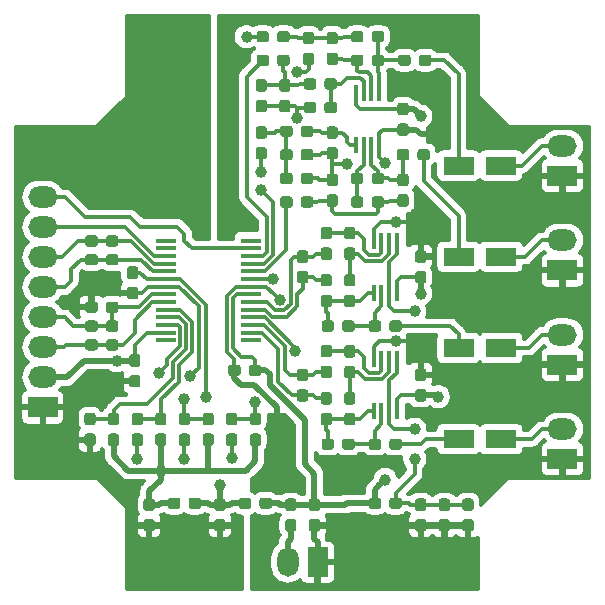
<source format=gbr>
G04 #@! TF.GenerationSoftware,KiCad,Pcbnew,(5.0.0)*
G04 #@! TF.CreationDate,2018-11-04T19:00:02+09:00*
G04 #@! TF.ProjectId,v4220m-eval,76343232306D5F636F6465632E6B6963,rev?*
G04 #@! TF.SameCoordinates,PX2d4cae0PY61c06a0*
G04 #@! TF.FileFunction,Copper,L1,Top,Signal*
G04 #@! TF.FilePolarity,Positive*
%FSLAX46Y46*%
G04 Gerber Fmt 4.6, Leading zero omitted, Abs format (unit mm)*
G04 Created by KiCad (PCBNEW (5.0.0)) date 11/04/18 19:00:02*
%MOMM*%
%LPD*%
G01*
G04 APERTURE LIST*
G04 #@! TA.AperFunction,Conductor*
%ADD10C,0.100000*%
G04 #@! TD*
G04 #@! TA.AperFunction,SMDPad,CuDef*
%ADD11C,0.950000*%
G04 #@! TD*
G04 #@! TA.AperFunction,SMDPad,CuDef*
%ADD12R,1.750000X0.450000*%
G04 #@! TD*
G04 #@! TA.AperFunction,ComponentPad*
%ADD13R,2.500000X1.800000*%
G04 #@! TD*
G04 #@! TA.AperFunction,ComponentPad*
%ADD14O,2.500000X1.800000*%
G04 #@! TD*
G04 #@! TA.AperFunction,SMDPad,CuDef*
%ADD15R,2.600000X1.600000*%
G04 #@! TD*
G04 #@! TA.AperFunction,ComponentPad*
%ADD16O,1.800000X2.500000*%
G04 #@! TD*
G04 #@! TA.AperFunction,ComponentPad*
%ADD17R,1.800000X2.500000*%
G04 #@! TD*
G04 #@! TA.AperFunction,SMDPad,CuDef*
%ADD18R,0.450000X1.450000*%
G04 #@! TD*
G04 #@! TA.AperFunction,ViaPad*
%ADD19C,1.000000*%
G04 #@! TD*
G04 #@! TA.AperFunction,Conductor*
%ADD20C,0.300000*%
G04 #@! TD*
G04 #@! TA.AperFunction,Conductor*
%ADD21C,0.500000*%
G04 #@! TD*
G04 APERTURE END LIST*
D10*
G04 #@! TO.N,/LRCK*
G04 #@! TO.C,R40*
G36*
X11685779Y33173856D02*
X11708834Y33170437D01*
X11731443Y33164773D01*
X11753387Y33156921D01*
X11774457Y33146956D01*
X11794448Y33134974D01*
X11813168Y33121090D01*
X11830438Y33105438D01*
X11846090Y33088168D01*
X11859974Y33069448D01*
X11871956Y33049457D01*
X11881921Y33028387D01*
X11889773Y33006443D01*
X11895437Y32983834D01*
X11898856Y32960779D01*
X11900000Y32937500D01*
X11900000Y32462500D01*
X11898856Y32439221D01*
X11895437Y32416166D01*
X11889773Y32393557D01*
X11881921Y32371613D01*
X11871956Y32350543D01*
X11859974Y32330552D01*
X11846090Y32311832D01*
X11830438Y32294562D01*
X11813168Y32278910D01*
X11794448Y32265026D01*
X11774457Y32253044D01*
X11753387Y32243079D01*
X11731443Y32235227D01*
X11708834Y32229563D01*
X11685779Y32226144D01*
X11662500Y32225000D01*
X11087500Y32225000D01*
X11064221Y32226144D01*
X11041166Y32229563D01*
X11018557Y32235227D01*
X10996613Y32243079D01*
X10975543Y32253044D01*
X10955552Y32265026D01*
X10936832Y32278910D01*
X10919562Y32294562D01*
X10903910Y32311832D01*
X10890026Y32330552D01*
X10878044Y32350543D01*
X10868079Y32371613D01*
X10860227Y32393557D01*
X10854563Y32416166D01*
X10851144Y32439221D01*
X10850000Y32462500D01*
X10850000Y32937500D01*
X10851144Y32960779D01*
X10854563Y32983834D01*
X10860227Y33006443D01*
X10868079Y33028387D01*
X10878044Y33049457D01*
X10890026Y33069448D01*
X10903910Y33088168D01*
X10919562Y33105438D01*
X10936832Y33121090D01*
X10955552Y33134974D01*
X10975543Y33146956D01*
X10996613Y33156921D01*
X11018557Y33164773D01*
X11041166Y33170437D01*
X11064221Y33173856D01*
X11087500Y33175000D01*
X11662500Y33175000D01*
X11685779Y33173856D01*
X11685779Y33173856D01*
G37*
D11*
G04 #@! TD*
G04 #@! TO.P,R40,1*
G04 #@! TO.N,/LRCK*
X11375000Y32700000D03*
D10*
G04 #@! TO.N,/LRCK*
G04 #@! TO.C,R40*
G36*
X9935779Y33173856D02*
X9958834Y33170437D01*
X9981443Y33164773D01*
X10003387Y33156921D01*
X10024457Y33146956D01*
X10044448Y33134974D01*
X10063168Y33121090D01*
X10080438Y33105438D01*
X10096090Y33088168D01*
X10109974Y33069448D01*
X10121956Y33049457D01*
X10131921Y33028387D01*
X10139773Y33006443D01*
X10145437Y32983834D01*
X10148856Y32960779D01*
X10150000Y32937500D01*
X10150000Y32462500D01*
X10148856Y32439221D01*
X10145437Y32416166D01*
X10139773Y32393557D01*
X10131921Y32371613D01*
X10121956Y32350543D01*
X10109974Y32330552D01*
X10096090Y32311832D01*
X10080438Y32294562D01*
X10063168Y32278910D01*
X10044448Y32265026D01*
X10024457Y32253044D01*
X10003387Y32243079D01*
X9981443Y32235227D01*
X9958834Y32229563D01*
X9935779Y32226144D01*
X9912500Y32225000D01*
X9337500Y32225000D01*
X9314221Y32226144D01*
X9291166Y32229563D01*
X9268557Y32235227D01*
X9246613Y32243079D01*
X9225543Y32253044D01*
X9205552Y32265026D01*
X9186832Y32278910D01*
X9169562Y32294562D01*
X9153910Y32311832D01*
X9140026Y32330552D01*
X9128044Y32350543D01*
X9118079Y32371613D01*
X9110227Y32393557D01*
X9104563Y32416166D01*
X9101144Y32439221D01*
X9100000Y32462500D01*
X9100000Y32937500D01*
X9101144Y32960779D01*
X9104563Y32983834D01*
X9110227Y33006443D01*
X9118079Y33028387D01*
X9128044Y33049457D01*
X9140026Y33069448D01*
X9153910Y33088168D01*
X9169562Y33105438D01*
X9186832Y33121090D01*
X9205552Y33134974D01*
X9225543Y33146956D01*
X9246613Y33156921D01*
X9268557Y33164773D01*
X9291166Y33170437D01*
X9314221Y33173856D01*
X9337500Y33175000D01*
X9912500Y33175000D01*
X9935779Y33173856D01*
X9935779Y33173856D01*
G37*
D11*
G04 #@! TD*
G04 #@! TO.P,R40,2*
G04 #@! TO.N,/LRCK*
X9625000Y32700000D03*
D12*
G04 #@! TO.P,U1,1*
G04 #@! TO.N,N/C*
X15900000Y32725000D03*
G04 #@! TO.P,U1,2*
X15900000Y32075000D03*
G04 #@! TO.P,U1,3*
G04 #@! TO.N,/XTI*
X15900000Y31425000D03*
G04 #@! TO.P,U1,4*
G04 #@! TO.N,/LRCK*
X15900000Y30775000D03*
G04 #@! TO.P,U1,5*
G04 #@! TO.N,/SCLK*
X15900000Y30125000D03*
G04 #@! TO.P,U1,6*
G04 #@! TO.N,VDD*
X15900000Y29475000D03*
G04 #@! TO.P,U1,7*
G04 #@! TO.N,GND*
X15900000Y28825000D03*
G04 #@! TO.P,U1,8*
G04 #@! TO.N,/DIN*
X15900000Y28175000D03*
G04 #@! TO.P,U1,9*
G04 #@! TO.N,/DOUT*
X15900000Y27525000D03*
G04 #@! TO.P,U1,10*
G04 #@! TO.N,Net-(R4-Pad2)*
X15900000Y26875000D03*
G04 #@! TO.P,U1,11*
G04 #@! TO.N,Net-(R2-Pad2)*
X15900000Y26225000D03*
G04 #@! TO.P,U1,12*
G04 #@! TO.N,Net-(R6-Pad2)*
X15900000Y25575000D03*
G04 #@! TO.P,U1,13*
G04 #@! TO.N,VDDF*
X15900000Y24925000D03*
G04 #@! TO.P,U1,14*
G04 #@! TO.N,N/C*
X15900000Y24275000D03*
G04 #@! TO.P,U1,15*
X23100000Y24275000D03*
G04 #@! TO.P,U1,16*
G04 #@! TO.N,/v4220m-eval_inputbuffer/CODEC_RIN_N*
X23100000Y24925000D03*
G04 #@! TO.P,U1,17*
G04 #@! TO.N,/v4220m-eval_inputbuffer/CODEC_RIN_P*
X23100000Y25575000D03*
G04 #@! TO.P,U1,18*
G04 #@! TO.N,Net-(R8-Pad2)*
X23100000Y26225000D03*
G04 #@! TO.P,U1,19*
G04 #@! TO.N,/v4220m-eval_inputbuffer/CODEC_LIN_N*
X23100000Y26875000D03*
G04 #@! TO.P,U1,20*
G04 #@! TO.N,/v4220m-eval_inputbuffer/CODEC_LIN_P*
X23100000Y27525000D03*
G04 #@! TO.P,U1,21*
G04 #@! TO.N,VDDA*
X23100000Y28175000D03*
G04 #@! TO.P,U1,22*
G04 #@! TO.N,GNDA*
X23100000Y28825000D03*
G04 #@! TO.P,U1,23*
G04 #@! TO.N,/v4220m-eval_outputbuffer/CODEC_ROUT_P*
X23100000Y29475000D03*
G04 #@! TO.P,U1,24*
G04 #@! TO.N,/v4220m-eval_outputbuffer/CODEC_ROUT_N*
X23100000Y30125000D03*
G04 #@! TO.P,U1,25*
G04 #@! TO.N,/v4220m-eval_outputbuffer/CODEC_LOUT_N*
X23100000Y30775000D03*
G04 #@! TO.P,U1,26*
G04 #@! TO.N,/v4220m-eval_outputbuffer/CODEC_LOUT_P*
X23100000Y31425000D03*
G04 #@! TO.P,U1,27*
G04 #@! TO.N,/RSTN*
X23100000Y32075000D03*
G04 #@! TO.P,U1,28*
G04 #@! TO.N,N/C*
X23100000Y32725000D03*
G04 #@! TD*
D13*
G04 #@! TO.P,J4,1*
G04 #@! TO.N,GND*
X5500000Y18625000D03*
D14*
G04 #@! TO.P,J4,2*
G04 #@! TO.N,VDDF*
X5500000Y21165000D03*
G04 #@! TO.P,J4,3*
G04 #@! TO.N,/DOUT*
X5500000Y23705000D03*
G04 #@! TO.P,J4,4*
G04 #@! TO.N,/DIN*
X5500000Y26245000D03*
G04 #@! TO.P,J4,5*
G04 #@! TO.N,/SCLK*
X5500000Y28785000D03*
G04 #@! TO.P,J4,6*
G04 #@! TO.N,/LRCK*
X5500000Y31325000D03*
G04 #@! TO.P,J4,7*
G04 #@! TO.N,/XTI*
X5500000Y33865000D03*
G04 #@! TO.P,J4,8*
G04 #@! TO.N,/RSTN*
X5500000Y36405000D03*
G04 #@! TD*
D10*
G04 #@! TO.N,VDDA*
G04 #@! TO.C,C2*
G36*
X23785779Y22223856D02*
X23808834Y22220437D01*
X23831443Y22214773D01*
X23853387Y22206921D01*
X23874457Y22196956D01*
X23894448Y22184974D01*
X23913168Y22171090D01*
X23930438Y22155438D01*
X23946090Y22138168D01*
X23959974Y22119448D01*
X23971956Y22099457D01*
X23981921Y22078387D01*
X23989773Y22056443D01*
X23995437Y22033834D01*
X23998856Y22010779D01*
X24000000Y21987500D01*
X24000000Y21512500D01*
X23998856Y21489221D01*
X23995437Y21466166D01*
X23989773Y21443557D01*
X23981921Y21421613D01*
X23971956Y21400543D01*
X23959974Y21380552D01*
X23946090Y21361832D01*
X23930438Y21344562D01*
X23913168Y21328910D01*
X23894448Y21315026D01*
X23874457Y21303044D01*
X23853387Y21293079D01*
X23831443Y21285227D01*
X23808834Y21279563D01*
X23785779Y21276144D01*
X23762500Y21275000D01*
X23187500Y21275000D01*
X23164221Y21276144D01*
X23141166Y21279563D01*
X23118557Y21285227D01*
X23096613Y21293079D01*
X23075543Y21303044D01*
X23055552Y21315026D01*
X23036832Y21328910D01*
X23019562Y21344562D01*
X23003910Y21361832D01*
X22990026Y21380552D01*
X22978044Y21400543D01*
X22968079Y21421613D01*
X22960227Y21443557D01*
X22954563Y21466166D01*
X22951144Y21489221D01*
X22950000Y21512500D01*
X22950000Y21987500D01*
X22951144Y22010779D01*
X22954563Y22033834D01*
X22960227Y22056443D01*
X22968079Y22078387D01*
X22978044Y22099457D01*
X22990026Y22119448D01*
X23003910Y22138168D01*
X23019562Y22155438D01*
X23036832Y22171090D01*
X23055552Y22184974D01*
X23075543Y22196956D01*
X23096613Y22206921D01*
X23118557Y22214773D01*
X23141166Y22220437D01*
X23164221Y22223856D01*
X23187500Y22225000D01*
X23762500Y22225000D01*
X23785779Y22223856D01*
X23785779Y22223856D01*
G37*
D11*
G04 #@! TD*
G04 #@! TO.P,C2,1*
G04 #@! TO.N,VDDA*
X23475000Y21750000D03*
D10*
G04 #@! TO.N,GNDA*
G04 #@! TO.C,C2*
G36*
X22035779Y22223856D02*
X22058834Y22220437D01*
X22081443Y22214773D01*
X22103387Y22206921D01*
X22124457Y22196956D01*
X22144448Y22184974D01*
X22163168Y22171090D01*
X22180438Y22155438D01*
X22196090Y22138168D01*
X22209974Y22119448D01*
X22221956Y22099457D01*
X22231921Y22078387D01*
X22239773Y22056443D01*
X22245437Y22033834D01*
X22248856Y22010779D01*
X22250000Y21987500D01*
X22250000Y21512500D01*
X22248856Y21489221D01*
X22245437Y21466166D01*
X22239773Y21443557D01*
X22231921Y21421613D01*
X22221956Y21400543D01*
X22209974Y21380552D01*
X22196090Y21361832D01*
X22180438Y21344562D01*
X22163168Y21328910D01*
X22144448Y21315026D01*
X22124457Y21303044D01*
X22103387Y21293079D01*
X22081443Y21285227D01*
X22058834Y21279563D01*
X22035779Y21276144D01*
X22012500Y21275000D01*
X21437500Y21275000D01*
X21414221Y21276144D01*
X21391166Y21279563D01*
X21368557Y21285227D01*
X21346613Y21293079D01*
X21325543Y21303044D01*
X21305552Y21315026D01*
X21286832Y21328910D01*
X21269562Y21344562D01*
X21253910Y21361832D01*
X21240026Y21380552D01*
X21228044Y21400543D01*
X21218079Y21421613D01*
X21210227Y21443557D01*
X21204563Y21466166D01*
X21201144Y21489221D01*
X21200000Y21512500D01*
X21200000Y21987500D01*
X21201144Y22010779D01*
X21204563Y22033834D01*
X21210227Y22056443D01*
X21218079Y22078387D01*
X21228044Y22099457D01*
X21240026Y22119448D01*
X21253910Y22138168D01*
X21269562Y22155438D01*
X21286832Y22171090D01*
X21305552Y22184974D01*
X21325543Y22196956D01*
X21346613Y22206921D01*
X21368557Y22214773D01*
X21391166Y22220437D01*
X21414221Y22223856D01*
X21437500Y22225000D01*
X22012500Y22225000D01*
X22035779Y22223856D01*
X22035779Y22223856D01*
G37*
D11*
G04 #@! TD*
G04 #@! TO.P,C2,2*
G04 #@! TO.N,GNDA*
X21725000Y21750000D03*
D10*
G04 #@! TO.N,Net-(C8-Pad2)*
G04 #@! TO.C,C8*
G36*
X28260779Y50398856D02*
X28283834Y50395437D01*
X28306443Y50389773D01*
X28328387Y50381921D01*
X28349457Y50371956D01*
X28369448Y50359974D01*
X28388168Y50346090D01*
X28405438Y50330438D01*
X28421090Y50313168D01*
X28434974Y50294448D01*
X28446956Y50274457D01*
X28456921Y50253387D01*
X28464773Y50231443D01*
X28470437Y50208834D01*
X28473856Y50185779D01*
X28475000Y50162500D01*
X28475000Y49587500D01*
X28473856Y49564221D01*
X28470437Y49541166D01*
X28464773Y49518557D01*
X28456921Y49496613D01*
X28446956Y49475543D01*
X28434974Y49455552D01*
X28421090Y49436832D01*
X28405438Y49419562D01*
X28388168Y49403910D01*
X28369448Y49390026D01*
X28349457Y49378044D01*
X28328387Y49368079D01*
X28306443Y49360227D01*
X28283834Y49354563D01*
X28260779Y49351144D01*
X28237500Y49350000D01*
X27762500Y49350000D01*
X27739221Y49351144D01*
X27716166Y49354563D01*
X27693557Y49360227D01*
X27671613Y49368079D01*
X27650543Y49378044D01*
X27630552Y49390026D01*
X27611832Y49403910D01*
X27594562Y49419562D01*
X27578910Y49436832D01*
X27565026Y49455552D01*
X27553044Y49475543D01*
X27543079Y49496613D01*
X27535227Y49518557D01*
X27529563Y49541166D01*
X27526144Y49564221D01*
X27525000Y49587500D01*
X27525000Y50162500D01*
X27526144Y50185779D01*
X27529563Y50208834D01*
X27535227Y50231443D01*
X27543079Y50253387D01*
X27553044Y50274457D01*
X27565026Y50294448D01*
X27578910Y50313168D01*
X27594562Y50330438D01*
X27611832Y50346090D01*
X27630552Y50359974D01*
X27650543Y50371956D01*
X27671613Y50381921D01*
X27693557Y50389773D01*
X27716166Y50395437D01*
X27739221Y50398856D01*
X27762500Y50400000D01*
X28237500Y50400000D01*
X28260779Y50398856D01*
X28260779Y50398856D01*
G37*
D11*
G04 #@! TD*
G04 #@! TO.P,C8,2*
G04 #@! TO.N,Net-(C8-Pad2)*
X28000000Y49875000D03*
D10*
G04 #@! TO.N,GNDA*
G04 #@! TO.C,C8*
G36*
X28260779Y48648856D02*
X28283834Y48645437D01*
X28306443Y48639773D01*
X28328387Y48631921D01*
X28349457Y48621956D01*
X28369448Y48609974D01*
X28388168Y48596090D01*
X28405438Y48580438D01*
X28421090Y48563168D01*
X28434974Y48544448D01*
X28446956Y48524457D01*
X28456921Y48503387D01*
X28464773Y48481443D01*
X28470437Y48458834D01*
X28473856Y48435779D01*
X28475000Y48412500D01*
X28475000Y47837500D01*
X28473856Y47814221D01*
X28470437Y47791166D01*
X28464773Y47768557D01*
X28456921Y47746613D01*
X28446956Y47725543D01*
X28434974Y47705552D01*
X28421090Y47686832D01*
X28405438Y47669562D01*
X28388168Y47653910D01*
X28369448Y47640026D01*
X28349457Y47628044D01*
X28328387Y47618079D01*
X28306443Y47610227D01*
X28283834Y47604563D01*
X28260779Y47601144D01*
X28237500Y47600000D01*
X27762500Y47600000D01*
X27739221Y47601144D01*
X27716166Y47604563D01*
X27693557Y47610227D01*
X27671613Y47618079D01*
X27650543Y47628044D01*
X27630552Y47640026D01*
X27611832Y47653910D01*
X27594562Y47669562D01*
X27578910Y47686832D01*
X27565026Y47705552D01*
X27553044Y47725543D01*
X27543079Y47746613D01*
X27535227Y47768557D01*
X27529563Y47791166D01*
X27526144Y47814221D01*
X27525000Y47837500D01*
X27525000Y48412500D01*
X27526144Y48435779D01*
X27529563Y48458834D01*
X27535227Y48481443D01*
X27543079Y48503387D01*
X27553044Y48524457D01*
X27565026Y48544448D01*
X27578910Y48563168D01*
X27594562Y48580438D01*
X27611832Y48596090D01*
X27630552Y48609974D01*
X27650543Y48621956D01*
X27671613Y48631921D01*
X27693557Y48639773D01*
X27716166Y48645437D01*
X27739221Y48648856D01*
X27762500Y48650000D01*
X28237500Y48650000D01*
X28260779Y48648856D01*
X28260779Y48648856D01*
G37*
D11*
G04 #@! TD*
G04 #@! TO.P,C8,1*
G04 #@! TO.N,GNDA*
X28000000Y48125000D03*
D10*
G04 #@! TO.N,Net-(C9-Pad2)*
G04 #@! TO.C,C9*
G36*
X24260779Y46398856D02*
X24283834Y46395437D01*
X24306443Y46389773D01*
X24328387Y46381921D01*
X24349457Y46371956D01*
X24369448Y46359974D01*
X24388168Y46346090D01*
X24405438Y46330438D01*
X24421090Y46313168D01*
X24434974Y46294448D01*
X24446956Y46274457D01*
X24456921Y46253387D01*
X24464773Y46231443D01*
X24470437Y46208834D01*
X24473856Y46185779D01*
X24475000Y46162500D01*
X24475000Y45587500D01*
X24473856Y45564221D01*
X24470437Y45541166D01*
X24464773Y45518557D01*
X24456921Y45496613D01*
X24446956Y45475543D01*
X24434974Y45455552D01*
X24421090Y45436832D01*
X24405438Y45419562D01*
X24388168Y45403910D01*
X24369448Y45390026D01*
X24349457Y45378044D01*
X24328387Y45368079D01*
X24306443Y45360227D01*
X24283834Y45354563D01*
X24260779Y45351144D01*
X24237500Y45350000D01*
X23762500Y45350000D01*
X23739221Y45351144D01*
X23716166Y45354563D01*
X23693557Y45360227D01*
X23671613Y45368079D01*
X23650543Y45378044D01*
X23630552Y45390026D01*
X23611832Y45403910D01*
X23594562Y45419562D01*
X23578910Y45436832D01*
X23565026Y45455552D01*
X23553044Y45475543D01*
X23543079Y45496613D01*
X23535227Y45518557D01*
X23529563Y45541166D01*
X23526144Y45564221D01*
X23525000Y45587500D01*
X23525000Y46162500D01*
X23526144Y46185779D01*
X23529563Y46208834D01*
X23535227Y46231443D01*
X23543079Y46253387D01*
X23553044Y46274457D01*
X23565026Y46294448D01*
X23578910Y46313168D01*
X23594562Y46330438D01*
X23611832Y46346090D01*
X23630552Y46359974D01*
X23650543Y46371956D01*
X23671613Y46381921D01*
X23693557Y46389773D01*
X23716166Y46395437D01*
X23739221Y46398856D01*
X23762500Y46400000D01*
X24237500Y46400000D01*
X24260779Y46398856D01*
X24260779Y46398856D01*
G37*
D11*
G04 #@! TD*
G04 #@! TO.P,C9,2*
G04 #@! TO.N,Net-(C9-Pad2)*
X24000000Y45875000D03*
D10*
G04 #@! TO.N,GNDA*
G04 #@! TO.C,C9*
G36*
X24260779Y44648856D02*
X24283834Y44645437D01*
X24306443Y44639773D01*
X24328387Y44631921D01*
X24349457Y44621956D01*
X24369448Y44609974D01*
X24388168Y44596090D01*
X24405438Y44580438D01*
X24421090Y44563168D01*
X24434974Y44544448D01*
X24446956Y44524457D01*
X24456921Y44503387D01*
X24464773Y44481443D01*
X24470437Y44458834D01*
X24473856Y44435779D01*
X24475000Y44412500D01*
X24475000Y43837500D01*
X24473856Y43814221D01*
X24470437Y43791166D01*
X24464773Y43768557D01*
X24456921Y43746613D01*
X24446956Y43725543D01*
X24434974Y43705552D01*
X24421090Y43686832D01*
X24405438Y43669562D01*
X24388168Y43653910D01*
X24369448Y43640026D01*
X24349457Y43628044D01*
X24328387Y43618079D01*
X24306443Y43610227D01*
X24283834Y43604563D01*
X24260779Y43601144D01*
X24237500Y43600000D01*
X23762500Y43600000D01*
X23739221Y43601144D01*
X23716166Y43604563D01*
X23693557Y43610227D01*
X23671613Y43618079D01*
X23650543Y43628044D01*
X23630552Y43640026D01*
X23611832Y43653910D01*
X23594562Y43669562D01*
X23578910Y43686832D01*
X23565026Y43705552D01*
X23553044Y43725543D01*
X23543079Y43746613D01*
X23535227Y43768557D01*
X23529563Y43791166D01*
X23526144Y43814221D01*
X23525000Y43837500D01*
X23525000Y44412500D01*
X23526144Y44435779D01*
X23529563Y44458834D01*
X23535227Y44481443D01*
X23543079Y44503387D01*
X23553044Y44524457D01*
X23565026Y44544448D01*
X23578910Y44563168D01*
X23594562Y44580438D01*
X23611832Y44596090D01*
X23630552Y44609974D01*
X23650543Y44621956D01*
X23671613Y44631921D01*
X23693557Y44639773D01*
X23716166Y44645437D01*
X23739221Y44648856D01*
X23762500Y44650000D01*
X24237500Y44650000D01*
X24260779Y44648856D01*
X24260779Y44648856D01*
G37*
D11*
G04 #@! TD*
G04 #@! TO.P,C9,1*
G04 #@! TO.N,GNDA*
X24000000Y44125000D03*
D10*
G04 #@! TO.N,GNDA*
G04 #@! TO.C,C10*
G36*
X30260779Y38398856D02*
X30283834Y38395437D01*
X30306443Y38389773D01*
X30328387Y38381921D01*
X30349457Y38371956D01*
X30369448Y38359974D01*
X30388168Y38346090D01*
X30405438Y38330438D01*
X30421090Y38313168D01*
X30434974Y38294448D01*
X30446956Y38274457D01*
X30456921Y38253387D01*
X30464773Y38231443D01*
X30470437Y38208834D01*
X30473856Y38185779D01*
X30475000Y38162500D01*
X30475000Y37587500D01*
X30473856Y37564221D01*
X30470437Y37541166D01*
X30464773Y37518557D01*
X30456921Y37496613D01*
X30446956Y37475543D01*
X30434974Y37455552D01*
X30421090Y37436832D01*
X30405438Y37419562D01*
X30388168Y37403910D01*
X30369448Y37390026D01*
X30349457Y37378044D01*
X30328387Y37368079D01*
X30306443Y37360227D01*
X30283834Y37354563D01*
X30260779Y37351144D01*
X30237500Y37350000D01*
X29762500Y37350000D01*
X29739221Y37351144D01*
X29716166Y37354563D01*
X29693557Y37360227D01*
X29671613Y37368079D01*
X29650543Y37378044D01*
X29630552Y37390026D01*
X29611832Y37403910D01*
X29594562Y37419562D01*
X29578910Y37436832D01*
X29565026Y37455552D01*
X29553044Y37475543D01*
X29543079Y37496613D01*
X29535227Y37518557D01*
X29529563Y37541166D01*
X29526144Y37564221D01*
X29525000Y37587500D01*
X29525000Y38162500D01*
X29526144Y38185779D01*
X29529563Y38208834D01*
X29535227Y38231443D01*
X29543079Y38253387D01*
X29553044Y38274457D01*
X29565026Y38294448D01*
X29578910Y38313168D01*
X29594562Y38330438D01*
X29611832Y38346090D01*
X29630552Y38359974D01*
X29650543Y38371956D01*
X29671613Y38381921D01*
X29693557Y38389773D01*
X29716166Y38395437D01*
X29739221Y38398856D01*
X29762500Y38400000D01*
X30237500Y38400000D01*
X30260779Y38398856D01*
X30260779Y38398856D01*
G37*
D11*
G04 #@! TD*
G04 #@! TO.P,C10,1*
G04 #@! TO.N,GNDA*
X30000000Y37875000D03*
D10*
G04 #@! TO.N,Net-(C10-Pad2)*
G04 #@! TO.C,C10*
G36*
X30260779Y36648856D02*
X30283834Y36645437D01*
X30306443Y36639773D01*
X30328387Y36631921D01*
X30349457Y36621956D01*
X30369448Y36609974D01*
X30388168Y36596090D01*
X30405438Y36580438D01*
X30421090Y36563168D01*
X30434974Y36544448D01*
X30446956Y36524457D01*
X30456921Y36503387D01*
X30464773Y36481443D01*
X30470437Y36458834D01*
X30473856Y36435779D01*
X30475000Y36412500D01*
X30475000Y35837500D01*
X30473856Y35814221D01*
X30470437Y35791166D01*
X30464773Y35768557D01*
X30456921Y35746613D01*
X30446956Y35725543D01*
X30434974Y35705552D01*
X30421090Y35686832D01*
X30405438Y35669562D01*
X30388168Y35653910D01*
X30369448Y35640026D01*
X30349457Y35628044D01*
X30328387Y35618079D01*
X30306443Y35610227D01*
X30283834Y35604563D01*
X30260779Y35601144D01*
X30237500Y35600000D01*
X29762500Y35600000D01*
X29739221Y35601144D01*
X29716166Y35604563D01*
X29693557Y35610227D01*
X29671613Y35618079D01*
X29650543Y35628044D01*
X29630552Y35640026D01*
X29611832Y35653910D01*
X29594562Y35669562D01*
X29578910Y35686832D01*
X29565026Y35705552D01*
X29553044Y35725543D01*
X29543079Y35746613D01*
X29535227Y35768557D01*
X29529563Y35791166D01*
X29526144Y35814221D01*
X29525000Y35837500D01*
X29525000Y36412500D01*
X29526144Y36435779D01*
X29529563Y36458834D01*
X29535227Y36481443D01*
X29543079Y36503387D01*
X29553044Y36524457D01*
X29565026Y36544448D01*
X29578910Y36563168D01*
X29594562Y36580438D01*
X29611832Y36596090D01*
X29630552Y36609974D01*
X29650543Y36621956D01*
X29671613Y36631921D01*
X29693557Y36639773D01*
X29716166Y36645437D01*
X29739221Y36648856D01*
X29762500Y36650000D01*
X30237500Y36650000D01*
X30260779Y36648856D01*
X30260779Y36648856D01*
G37*
D11*
G04 #@! TD*
G04 #@! TO.P,C10,2*
G04 #@! TO.N,Net-(C10-Pad2)*
X30000000Y36125000D03*
D10*
G04 #@! TO.N,GNDA*
G04 #@! TO.C,C11*
G36*
X28185779Y38473856D02*
X28208834Y38470437D01*
X28231443Y38464773D01*
X28253387Y38456921D01*
X28274457Y38446956D01*
X28294448Y38434974D01*
X28313168Y38421090D01*
X28330438Y38405438D01*
X28346090Y38388168D01*
X28359974Y38369448D01*
X28371956Y38349457D01*
X28381921Y38328387D01*
X28389773Y38306443D01*
X28395437Y38283834D01*
X28398856Y38260779D01*
X28400000Y38237500D01*
X28400000Y37762500D01*
X28398856Y37739221D01*
X28395437Y37716166D01*
X28389773Y37693557D01*
X28381921Y37671613D01*
X28371956Y37650543D01*
X28359974Y37630552D01*
X28346090Y37611832D01*
X28330438Y37594562D01*
X28313168Y37578910D01*
X28294448Y37565026D01*
X28274457Y37553044D01*
X28253387Y37543079D01*
X28231443Y37535227D01*
X28208834Y37529563D01*
X28185779Y37526144D01*
X28162500Y37525000D01*
X27587500Y37525000D01*
X27564221Y37526144D01*
X27541166Y37529563D01*
X27518557Y37535227D01*
X27496613Y37543079D01*
X27475543Y37553044D01*
X27455552Y37565026D01*
X27436832Y37578910D01*
X27419562Y37594562D01*
X27403910Y37611832D01*
X27390026Y37630552D01*
X27378044Y37650543D01*
X27368079Y37671613D01*
X27360227Y37693557D01*
X27354563Y37716166D01*
X27351144Y37739221D01*
X27350000Y37762500D01*
X27350000Y38237500D01*
X27351144Y38260779D01*
X27354563Y38283834D01*
X27360227Y38306443D01*
X27368079Y38328387D01*
X27378044Y38349457D01*
X27390026Y38369448D01*
X27403910Y38388168D01*
X27419562Y38405438D01*
X27436832Y38421090D01*
X27455552Y38434974D01*
X27475543Y38446956D01*
X27496613Y38456921D01*
X27518557Y38464773D01*
X27541166Y38470437D01*
X27564221Y38473856D01*
X27587500Y38475000D01*
X28162500Y38475000D01*
X28185779Y38473856D01*
X28185779Y38473856D01*
G37*
D11*
G04 #@! TD*
G04 #@! TO.P,C11,1*
G04 #@! TO.N,GNDA*
X27875000Y38000000D03*
D10*
G04 #@! TO.N,Net-(C11-Pad2)*
G04 #@! TO.C,C11*
G36*
X26435779Y38473856D02*
X26458834Y38470437D01*
X26481443Y38464773D01*
X26503387Y38456921D01*
X26524457Y38446956D01*
X26544448Y38434974D01*
X26563168Y38421090D01*
X26580438Y38405438D01*
X26596090Y38388168D01*
X26609974Y38369448D01*
X26621956Y38349457D01*
X26631921Y38328387D01*
X26639773Y38306443D01*
X26645437Y38283834D01*
X26648856Y38260779D01*
X26650000Y38237500D01*
X26650000Y37762500D01*
X26648856Y37739221D01*
X26645437Y37716166D01*
X26639773Y37693557D01*
X26631921Y37671613D01*
X26621956Y37650543D01*
X26609974Y37630552D01*
X26596090Y37611832D01*
X26580438Y37594562D01*
X26563168Y37578910D01*
X26544448Y37565026D01*
X26524457Y37553044D01*
X26503387Y37543079D01*
X26481443Y37535227D01*
X26458834Y37529563D01*
X26435779Y37526144D01*
X26412500Y37525000D01*
X25837500Y37525000D01*
X25814221Y37526144D01*
X25791166Y37529563D01*
X25768557Y37535227D01*
X25746613Y37543079D01*
X25725543Y37553044D01*
X25705552Y37565026D01*
X25686832Y37578910D01*
X25669562Y37594562D01*
X25653910Y37611832D01*
X25640026Y37630552D01*
X25628044Y37650543D01*
X25618079Y37671613D01*
X25610227Y37693557D01*
X25604563Y37716166D01*
X25601144Y37739221D01*
X25600000Y37762500D01*
X25600000Y38237500D01*
X25601144Y38260779D01*
X25604563Y38283834D01*
X25610227Y38306443D01*
X25618079Y38328387D01*
X25628044Y38349457D01*
X25640026Y38369448D01*
X25653910Y38388168D01*
X25669562Y38405438D01*
X25686832Y38421090D01*
X25705552Y38434974D01*
X25725543Y38446956D01*
X25746613Y38456921D01*
X25768557Y38464773D01*
X25791166Y38470437D01*
X25814221Y38473856D01*
X25837500Y38475000D01*
X26412500Y38475000D01*
X26435779Y38473856D01*
X26435779Y38473856D01*
G37*
D11*
G04 #@! TD*
G04 #@! TO.P,C11,2*
G04 #@! TO.N,Net-(C11-Pad2)*
X26125000Y38000000D03*
D10*
G04 #@! TO.N,GNDA*
G04 #@! TO.C,C12*
G36*
X28435779Y44473856D02*
X28458834Y44470437D01*
X28481443Y44464773D01*
X28503387Y44456921D01*
X28524457Y44446956D01*
X28544448Y44434974D01*
X28563168Y44421090D01*
X28580438Y44405438D01*
X28596090Y44388168D01*
X28609974Y44369448D01*
X28621956Y44349457D01*
X28631921Y44328387D01*
X28639773Y44306443D01*
X28645437Y44283834D01*
X28648856Y44260779D01*
X28650000Y44237500D01*
X28650000Y43762500D01*
X28648856Y43739221D01*
X28645437Y43716166D01*
X28639773Y43693557D01*
X28631921Y43671613D01*
X28621956Y43650543D01*
X28609974Y43630552D01*
X28596090Y43611832D01*
X28580438Y43594562D01*
X28563168Y43578910D01*
X28544448Y43565026D01*
X28524457Y43553044D01*
X28503387Y43543079D01*
X28481443Y43535227D01*
X28458834Y43529563D01*
X28435779Y43526144D01*
X28412500Y43525000D01*
X27837500Y43525000D01*
X27814221Y43526144D01*
X27791166Y43529563D01*
X27768557Y43535227D01*
X27746613Y43543079D01*
X27725543Y43553044D01*
X27705552Y43565026D01*
X27686832Y43578910D01*
X27669562Y43594562D01*
X27653910Y43611832D01*
X27640026Y43630552D01*
X27628044Y43650543D01*
X27618079Y43671613D01*
X27610227Y43693557D01*
X27604563Y43716166D01*
X27601144Y43739221D01*
X27600000Y43762500D01*
X27600000Y44237500D01*
X27601144Y44260779D01*
X27604563Y44283834D01*
X27610227Y44306443D01*
X27618079Y44328387D01*
X27628044Y44349457D01*
X27640026Y44369448D01*
X27653910Y44388168D01*
X27669562Y44405438D01*
X27686832Y44421090D01*
X27705552Y44434974D01*
X27725543Y44446956D01*
X27746613Y44456921D01*
X27768557Y44464773D01*
X27791166Y44470437D01*
X27814221Y44473856D01*
X27837500Y44475000D01*
X28412500Y44475000D01*
X28435779Y44473856D01*
X28435779Y44473856D01*
G37*
D11*
G04 #@! TD*
G04 #@! TO.P,C12,1*
G04 #@! TO.N,GNDA*
X28125000Y44000000D03*
D10*
G04 #@! TO.N,Net-(C12-Pad2)*
G04 #@! TO.C,C12*
G36*
X30185779Y44473856D02*
X30208834Y44470437D01*
X30231443Y44464773D01*
X30253387Y44456921D01*
X30274457Y44446956D01*
X30294448Y44434974D01*
X30313168Y44421090D01*
X30330438Y44405438D01*
X30346090Y44388168D01*
X30359974Y44369448D01*
X30371956Y44349457D01*
X30381921Y44328387D01*
X30389773Y44306443D01*
X30395437Y44283834D01*
X30398856Y44260779D01*
X30400000Y44237500D01*
X30400000Y43762500D01*
X30398856Y43739221D01*
X30395437Y43716166D01*
X30389773Y43693557D01*
X30381921Y43671613D01*
X30371956Y43650543D01*
X30359974Y43630552D01*
X30346090Y43611832D01*
X30330438Y43594562D01*
X30313168Y43578910D01*
X30294448Y43565026D01*
X30274457Y43553044D01*
X30253387Y43543079D01*
X30231443Y43535227D01*
X30208834Y43529563D01*
X30185779Y43526144D01*
X30162500Y43525000D01*
X29587500Y43525000D01*
X29564221Y43526144D01*
X29541166Y43529563D01*
X29518557Y43535227D01*
X29496613Y43543079D01*
X29475543Y43553044D01*
X29455552Y43565026D01*
X29436832Y43578910D01*
X29419562Y43594562D01*
X29403910Y43611832D01*
X29390026Y43630552D01*
X29378044Y43650543D01*
X29368079Y43671613D01*
X29360227Y43693557D01*
X29354563Y43716166D01*
X29351144Y43739221D01*
X29350000Y43762500D01*
X29350000Y44237500D01*
X29351144Y44260779D01*
X29354563Y44283834D01*
X29360227Y44306443D01*
X29368079Y44328387D01*
X29378044Y44349457D01*
X29390026Y44369448D01*
X29403910Y44388168D01*
X29419562Y44405438D01*
X29436832Y44421090D01*
X29455552Y44434974D01*
X29475543Y44446956D01*
X29496613Y44456921D01*
X29518557Y44464773D01*
X29541166Y44470437D01*
X29564221Y44473856D01*
X29587500Y44475000D01*
X30162500Y44475000D01*
X30185779Y44473856D01*
X30185779Y44473856D01*
G37*
D11*
G04 #@! TD*
G04 #@! TO.P,C12,2*
G04 #@! TO.N,Net-(C12-Pad2)*
X29875000Y44000000D03*
D10*
G04 #@! TO.N,Net-(C13-Pad2)*
G04 #@! TO.C,C13*
G36*
X30260779Y42398856D02*
X30283834Y42395437D01*
X30306443Y42389773D01*
X30328387Y42381921D01*
X30349457Y42371956D01*
X30369448Y42359974D01*
X30388168Y42346090D01*
X30405438Y42330438D01*
X30421090Y42313168D01*
X30434974Y42294448D01*
X30446956Y42274457D01*
X30456921Y42253387D01*
X30464773Y42231443D01*
X30470437Y42208834D01*
X30473856Y42185779D01*
X30475000Y42162500D01*
X30475000Y41587500D01*
X30473856Y41564221D01*
X30470437Y41541166D01*
X30464773Y41518557D01*
X30456921Y41496613D01*
X30446956Y41475543D01*
X30434974Y41455552D01*
X30421090Y41436832D01*
X30405438Y41419562D01*
X30388168Y41403910D01*
X30369448Y41390026D01*
X30349457Y41378044D01*
X30328387Y41368079D01*
X30306443Y41360227D01*
X30283834Y41354563D01*
X30260779Y41351144D01*
X30237500Y41350000D01*
X29762500Y41350000D01*
X29739221Y41351144D01*
X29716166Y41354563D01*
X29693557Y41360227D01*
X29671613Y41368079D01*
X29650543Y41378044D01*
X29630552Y41390026D01*
X29611832Y41403910D01*
X29594562Y41419562D01*
X29578910Y41436832D01*
X29565026Y41455552D01*
X29553044Y41475543D01*
X29543079Y41496613D01*
X29535227Y41518557D01*
X29529563Y41541166D01*
X29526144Y41564221D01*
X29525000Y41587500D01*
X29525000Y42162500D01*
X29526144Y42185779D01*
X29529563Y42208834D01*
X29535227Y42231443D01*
X29543079Y42253387D01*
X29553044Y42274457D01*
X29565026Y42294448D01*
X29578910Y42313168D01*
X29594562Y42330438D01*
X29611832Y42346090D01*
X29630552Y42359974D01*
X29650543Y42371956D01*
X29671613Y42381921D01*
X29693557Y42389773D01*
X29716166Y42395437D01*
X29739221Y42398856D01*
X29762500Y42400000D01*
X30237500Y42400000D01*
X30260779Y42398856D01*
X30260779Y42398856D01*
G37*
D11*
G04 #@! TD*
G04 #@! TO.P,C13,2*
G04 #@! TO.N,Net-(C13-Pad2)*
X30000000Y41875000D03*
D10*
G04 #@! TO.N,GNDA*
G04 #@! TO.C,C13*
G36*
X30260779Y40648856D02*
X30283834Y40645437D01*
X30306443Y40639773D01*
X30328387Y40631921D01*
X30349457Y40621956D01*
X30369448Y40609974D01*
X30388168Y40596090D01*
X30405438Y40580438D01*
X30421090Y40563168D01*
X30434974Y40544448D01*
X30446956Y40524457D01*
X30456921Y40503387D01*
X30464773Y40481443D01*
X30470437Y40458834D01*
X30473856Y40435779D01*
X30475000Y40412500D01*
X30475000Y39837500D01*
X30473856Y39814221D01*
X30470437Y39791166D01*
X30464773Y39768557D01*
X30456921Y39746613D01*
X30446956Y39725543D01*
X30434974Y39705552D01*
X30421090Y39686832D01*
X30405438Y39669562D01*
X30388168Y39653910D01*
X30369448Y39640026D01*
X30349457Y39628044D01*
X30328387Y39618079D01*
X30306443Y39610227D01*
X30283834Y39604563D01*
X30260779Y39601144D01*
X30237500Y39600000D01*
X29762500Y39600000D01*
X29739221Y39601144D01*
X29716166Y39604563D01*
X29693557Y39610227D01*
X29671613Y39618079D01*
X29650543Y39628044D01*
X29630552Y39640026D01*
X29611832Y39653910D01*
X29594562Y39669562D01*
X29578910Y39686832D01*
X29565026Y39705552D01*
X29553044Y39725543D01*
X29543079Y39746613D01*
X29535227Y39768557D01*
X29529563Y39791166D01*
X29526144Y39814221D01*
X29525000Y39837500D01*
X29525000Y40412500D01*
X29526144Y40435779D01*
X29529563Y40458834D01*
X29535227Y40481443D01*
X29543079Y40503387D01*
X29553044Y40524457D01*
X29565026Y40544448D01*
X29578910Y40563168D01*
X29594562Y40580438D01*
X29611832Y40596090D01*
X29630552Y40609974D01*
X29650543Y40621956D01*
X29671613Y40631921D01*
X29693557Y40639773D01*
X29716166Y40645437D01*
X29739221Y40648856D01*
X29762500Y40650000D01*
X30237500Y40650000D01*
X30260779Y40648856D01*
X30260779Y40648856D01*
G37*
D11*
G04 #@! TD*
G04 #@! TO.P,C13,1*
G04 #@! TO.N,GNDA*
X30000000Y40125000D03*
D10*
G04 #@! TO.N,Net-(C14-Pad1)*
G04 #@! TO.C,C14*
G36*
X34185779Y48473856D02*
X34208834Y48470437D01*
X34231443Y48464773D01*
X34253387Y48456921D01*
X34274457Y48446956D01*
X34294448Y48434974D01*
X34313168Y48421090D01*
X34330438Y48405438D01*
X34346090Y48388168D01*
X34359974Y48369448D01*
X34371956Y48349457D01*
X34381921Y48328387D01*
X34389773Y48306443D01*
X34395437Y48283834D01*
X34398856Y48260779D01*
X34400000Y48237500D01*
X34400000Y47762500D01*
X34398856Y47739221D01*
X34395437Y47716166D01*
X34389773Y47693557D01*
X34381921Y47671613D01*
X34371956Y47650543D01*
X34359974Y47630552D01*
X34346090Y47611832D01*
X34330438Y47594562D01*
X34313168Y47578910D01*
X34294448Y47565026D01*
X34274457Y47553044D01*
X34253387Y47543079D01*
X34231443Y47535227D01*
X34208834Y47529563D01*
X34185779Y47526144D01*
X34162500Y47525000D01*
X33587500Y47525000D01*
X33564221Y47526144D01*
X33541166Y47529563D01*
X33518557Y47535227D01*
X33496613Y47543079D01*
X33475543Y47553044D01*
X33455552Y47565026D01*
X33436832Y47578910D01*
X33419562Y47594562D01*
X33403910Y47611832D01*
X33390026Y47630552D01*
X33378044Y47650543D01*
X33368079Y47671613D01*
X33360227Y47693557D01*
X33354563Y47716166D01*
X33351144Y47739221D01*
X33350000Y47762500D01*
X33350000Y48237500D01*
X33351144Y48260779D01*
X33354563Y48283834D01*
X33360227Y48306443D01*
X33368079Y48328387D01*
X33378044Y48349457D01*
X33390026Y48369448D01*
X33403910Y48388168D01*
X33419562Y48405438D01*
X33436832Y48421090D01*
X33455552Y48434974D01*
X33475543Y48446956D01*
X33496613Y48456921D01*
X33518557Y48464773D01*
X33541166Y48470437D01*
X33564221Y48473856D01*
X33587500Y48475000D01*
X34162500Y48475000D01*
X34185779Y48473856D01*
X34185779Y48473856D01*
G37*
D11*
G04 #@! TD*
G04 #@! TO.P,C14,1*
G04 #@! TO.N,Net-(C14-Pad1)*
X33875000Y48000000D03*
D10*
G04 #@! TO.N,Net-(C14-Pad2)*
G04 #@! TO.C,C14*
G36*
X32435779Y48473856D02*
X32458834Y48470437D01*
X32481443Y48464773D01*
X32503387Y48456921D01*
X32524457Y48446956D01*
X32544448Y48434974D01*
X32563168Y48421090D01*
X32580438Y48405438D01*
X32596090Y48388168D01*
X32609974Y48369448D01*
X32621956Y48349457D01*
X32631921Y48328387D01*
X32639773Y48306443D01*
X32645437Y48283834D01*
X32648856Y48260779D01*
X32650000Y48237500D01*
X32650000Y47762500D01*
X32648856Y47739221D01*
X32645437Y47716166D01*
X32639773Y47693557D01*
X32631921Y47671613D01*
X32621956Y47650543D01*
X32609974Y47630552D01*
X32596090Y47611832D01*
X32580438Y47594562D01*
X32563168Y47578910D01*
X32544448Y47565026D01*
X32524457Y47553044D01*
X32503387Y47543079D01*
X32481443Y47535227D01*
X32458834Y47529563D01*
X32435779Y47526144D01*
X32412500Y47525000D01*
X31837500Y47525000D01*
X31814221Y47526144D01*
X31791166Y47529563D01*
X31768557Y47535227D01*
X31746613Y47543079D01*
X31725543Y47553044D01*
X31705552Y47565026D01*
X31686832Y47578910D01*
X31669562Y47594562D01*
X31653910Y47611832D01*
X31640026Y47630552D01*
X31628044Y47650543D01*
X31618079Y47671613D01*
X31610227Y47693557D01*
X31604563Y47716166D01*
X31601144Y47739221D01*
X31600000Y47762500D01*
X31600000Y48237500D01*
X31601144Y48260779D01*
X31604563Y48283834D01*
X31610227Y48306443D01*
X31618079Y48328387D01*
X31628044Y48349457D01*
X31640026Y48369448D01*
X31653910Y48388168D01*
X31669562Y48405438D01*
X31686832Y48421090D01*
X31705552Y48434974D01*
X31725543Y48446956D01*
X31746613Y48456921D01*
X31768557Y48464773D01*
X31791166Y48470437D01*
X31814221Y48473856D01*
X31837500Y48475000D01*
X32412500Y48475000D01*
X32435779Y48473856D01*
X32435779Y48473856D01*
G37*
D11*
G04 #@! TD*
G04 #@! TO.P,C14,2*
G04 #@! TO.N,Net-(C14-Pad2)*
X32125000Y48000000D03*
D10*
G04 #@! TO.N,Net-(C15-Pad1)*
G04 #@! TO.C,C15*
G36*
X34185779Y38473856D02*
X34208834Y38470437D01*
X34231443Y38464773D01*
X34253387Y38456921D01*
X34274457Y38446956D01*
X34294448Y38434974D01*
X34313168Y38421090D01*
X34330438Y38405438D01*
X34346090Y38388168D01*
X34359974Y38369448D01*
X34371956Y38349457D01*
X34381921Y38328387D01*
X34389773Y38306443D01*
X34395437Y38283834D01*
X34398856Y38260779D01*
X34400000Y38237500D01*
X34400000Y37762500D01*
X34398856Y37739221D01*
X34395437Y37716166D01*
X34389773Y37693557D01*
X34381921Y37671613D01*
X34371956Y37650543D01*
X34359974Y37630552D01*
X34346090Y37611832D01*
X34330438Y37594562D01*
X34313168Y37578910D01*
X34294448Y37565026D01*
X34274457Y37553044D01*
X34253387Y37543079D01*
X34231443Y37535227D01*
X34208834Y37529563D01*
X34185779Y37526144D01*
X34162500Y37525000D01*
X33587500Y37525000D01*
X33564221Y37526144D01*
X33541166Y37529563D01*
X33518557Y37535227D01*
X33496613Y37543079D01*
X33475543Y37553044D01*
X33455552Y37565026D01*
X33436832Y37578910D01*
X33419562Y37594562D01*
X33403910Y37611832D01*
X33390026Y37630552D01*
X33378044Y37650543D01*
X33368079Y37671613D01*
X33360227Y37693557D01*
X33354563Y37716166D01*
X33351144Y37739221D01*
X33350000Y37762500D01*
X33350000Y38237500D01*
X33351144Y38260779D01*
X33354563Y38283834D01*
X33360227Y38306443D01*
X33368079Y38328387D01*
X33378044Y38349457D01*
X33390026Y38369448D01*
X33403910Y38388168D01*
X33419562Y38405438D01*
X33436832Y38421090D01*
X33455552Y38434974D01*
X33475543Y38446956D01*
X33496613Y38456921D01*
X33518557Y38464773D01*
X33541166Y38470437D01*
X33564221Y38473856D01*
X33587500Y38475000D01*
X34162500Y38475000D01*
X34185779Y38473856D01*
X34185779Y38473856D01*
G37*
D11*
G04 #@! TD*
G04 #@! TO.P,C15,1*
G04 #@! TO.N,Net-(C15-Pad1)*
X33875000Y38000000D03*
D10*
G04 #@! TO.N,Net-(C15-Pad2)*
G04 #@! TO.C,C15*
G36*
X32435779Y38473856D02*
X32458834Y38470437D01*
X32481443Y38464773D01*
X32503387Y38456921D01*
X32524457Y38446956D01*
X32544448Y38434974D01*
X32563168Y38421090D01*
X32580438Y38405438D01*
X32596090Y38388168D01*
X32609974Y38369448D01*
X32621956Y38349457D01*
X32631921Y38328387D01*
X32639773Y38306443D01*
X32645437Y38283834D01*
X32648856Y38260779D01*
X32650000Y38237500D01*
X32650000Y37762500D01*
X32648856Y37739221D01*
X32645437Y37716166D01*
X32639773Y37693557D01*
X32631921Y37671613D01*
X32621956Y37650543D01*
X32609974Y37630552D01*
X32596090Y37611832D01*
X32580438Y37594562D01*
X32563168Y37578910D01*
X32544448Y37565026D01*
X32524457Y37553044D01*
X32503387Y37543079D01*
X32481443Y37535227D01*
X32458834Y37529563D01*
X32435779Y37526144D01*
X32412500Y37525000D01*
X31837500Y37525000D01*
X31814221Y37526144D01*
X31791166Y37529563D01*
X31768557Y37535227D01*
X31746613Y37543079D01*
X31725543Y37553044D01*
X31705552Y37565026D01*
X31686832Y37578910D01*
X31669562Y37594562D01*
X31653910Y37611832D01*
X31640026Y37630552D01*
X31628044Y37650543D01*
X31618079Y37671613D01*
X31610227Y37693557D01*
X31604563Y37716166D01*
X31601144Y37739221D01*
X31600000Y37762500D01*
X31600000Y38237500D01*
X31601144Y38260779D01*
X31604563Y38283834D01*
X31610227Y38306443D01*
X31618079Y38328387D01*
X31628044Y38349457D01*
X31640026Y38369448D01*
X31653910Y38388168D01*
X31669562Y38405438D01*
X31686832Y38421090D01*
X31705552Y38434974D01*
X31725543Y38446956D01*
X31746613Y38456921D01*
X31768557Y38464773D01*
X31791166Y38470437D01*
X31814221Y38473856D01*
X31837500Y38475000D01*
X32412500Y38475000D01*
X32435779Y38473856D01*
X32435779Y38473856D01*
G37*
D11*
G04 #@! TD*
G04 #@! TO.P,C15,2*
G04 #@! TO.N,Net-(C15-Pad2)*
X32125000Y38000000D03*
D15*
G04 #@! TO.P,C16,1*
G04 #@! TO.N,Net-(C16-Pad1)*
X40700000Y39080000D03*
G04 #@! TO.P,C16,2*
G04 #@! TO.N,/v4220m-eval_outputbuffer/ANALOG_LOUT*
X44300000Y39080000D03*
G04 #@! TD*
G04 #@! TO.P,C17,2*
G04 #@! TO.N,/v4220m-eval_outputbuffer/ANALOG_ROUT*
X44300000Y31360000D03*
G04 #@! TO.P,C17,1*
G04 #@! TO.N,Net-(C17-Pad1)*
X40700000Y31360000D03*
G04 #@! TD*
G04 #@! TO.P,C21,1*
G04 #@! TO.N,Net-(C21-Pad1)*
X40700000Y23640000D03*
G04 #@! TO.P,C21,2*
G04 #@! TO.N,/v4220m-eval_inputbuffer/ANALOG_LIN*
X44300000Y23640000D03*
G04 #@! TD*
G04 #@! TO.P,C22,2*
G04 #@! TO.N,/v4220m-eval_inputbuffer/ANALOG_RIN*
X44300000Y15920000D03*
G04 #@! TO.P,C22,1*
G04 #@! TO.N,Net-(C22-Pad1)*
X40700000Y15920000D03*
G04 #@! TD*
D10*
G04 #@! TO.N,GNDA*
G04 #@! TO.C,C23*
G36*
X41760779Y9148856D02*
X41783834Y9145437D01*
X41806443Y9139773D01*
X41828387Y9131921D01*
X41849457Y9121956D01*
X41869448Y9109974D01*
X41888168Y9096090D01*
X41905438Y9080438D01*
X41921090Y9063168D01*
X41934974Y9044448D01*
X41946956Y9024457D01*
X41956921Y9003387D01*
X41964773Y8981443D01*
X41970437Y8958834D01*
X41973856Y8935779D01*
X41975000Y8912500D01*
X41975000Y8337500D01*
X41973856Y8314221D01*
X41970437Y8291166D01*
X41964773Y8268557D01*
X41956921Y8246613D01*
X41946956Y8225543D01*
X41934974Y8205552D01*
X41921090Y8186832D01*
X41905438Y8169562D01*
X41888168Y8153910D01*
X41869448Y8140026D01*
X41849457Y8128044D01*
X41828387Y8118079D01*
X41806443Y8110227D01*
X41783834Y8104563D01*
X41760779Y8101144D01*
X41737500Y8100000D01*
X41262500Y8100000D01*
X41239221Y8101144D01*
X41216166Y8104563D01*
X41193557Y8110227D01*
X41171613Y8118079D01*
X41150543Y8128044D01*
X41130552Y8140026D01*
X41111832Y8153910D01*
X41094562Y8169562D01*
X41078910Y8186832D01*
X41065026Y8205552D01*
X41053044Y8225543D01*
X41043079Y8246613D01*
X41035227Y8268557D01*
X41029563Y8291166D01*
X41026144Y8314221D01*
X41025000Y8337500D01*
X41025000Y8912500D01*
X41026144Y8935779D01*
X41029563Y8958834D01*
X41035227Y8981443D01*
X41043079Y9003387D01*
X41053044Y9024457D01*
X41065026Y9044448D01*
X41078910Y9063168D01*
X41094562Y9080438D01*
X41111832Y9096090D01*
X41130552Y9109974D01*
X41150543Y9121956D01*
X41171613Y9131921D01*
X41193557Y9139773D01*
X41216166Y9145437D01*
X41239221Y9148856D01*
X41262500Y9150000D01*
X41737500Y9150000D01*
X41760779Y9148856D01*
X41760779Y9148856D01*
G37*
D11*
G04 #@! TD*
G04 #@! TO.P,C23,2*
G04 #@! TO.N,GNDA*
X41500000Y8625000D03*
D10*
G04 #@! TO.N,Net-(C20-Pad1)*
G04 #@! TO.C,C23*
G36*
X41760779Y10898856D02*
X41783834Y10895437D01*
X41806443Y10889773D01*
X41828387Y10881921D01*
X41849457Y10871956D01*
X41869448Y10859974D01*
X41888168Y10846090D01*
X41905438Y10830438D01*
X41921090Y10813168D01*
X41934974Y10794448D01*
X41946956Y10774457D01*
X41956921Y10753387D01*
X41964773Y10731443D01*
X41970437Y10708834D01*
X41973856Y10685779D01*
X41975000Y10662500D01*
X41975000Y10087500D01*
X41973856Y10064221D01*
X41970437Y10041166D01*
X41964773Y10018557D01*
X41956921Y9996613D01*
X41946956Y9975543D01*
X41934974Y9955552D01*
X41921090Y9936832D01*
X41905438Y9919562D01*
X41888168Y9903910D01*
X41869448Y9890026D01*
X41849457Y9878044D01*
X41828387Y9868079D01*
X41806443Y9860227D01*
X41783834Y9854563D01*
X41760779Y9851144D01*
X41737500Y9850000D01*
X41262500Y9850000D01*
X41239221Y9851144D01*
X41216166Y9854563D01*
X41193557Y9860227D01*
X41171613Y9868079D01*
X41150543Y9878044D01*
X41130552Y9890026D01*
X41111832Y9903910D01*
X41094562Y9919562D01*
X41078910Y9936832D01*
X41065026Y9955552D01*
X41053044Y9975543D01*
X41043079Y9996613D01*
X41035227Y10018557D01*
X41029563Y10041166D01*
X41026144Y10064221D01*
X41025000Y10087500D01*
X41025000Y10662500D01*
X41026144Y10685779D01*
X41029563Y10708834D01*
X41035227Y10731443D01*
X41043079Y10753387D01*
X41053044Y10774457D01*
X41065026Y10794448D01*
X41078910Y10813168D01*
X41094562Y10830438D01*
X41111832Y10846090D01*
X41130552Y10859974D01*
X41150543Y10871956D01*
X41171613Y10881921D01*
X41193557Y10889773D01*
X41216166Y10895437D01*
X41239221Y10898856D01*
X41262500Y10900000D01*
X41737500Y10900000D01*
X41760779Y10898856D01*
X41760779Y10898856D01*
G37*
D11*
G04 #@! TD*
G04 #@! TO.P,C23,1*
G04 #@! TO.N,Net-(C20-Pad1)*
X41500000Y10375000D03*
D10*
G04 #@! TO.N,/v4220m-eval_inputbuffer/CODEC_LIN_P*
G04 #@! TO.C,C24*
G36*
X27760779Y31898856D02*
X27783834Y31895437D01*
X27806443Y31889773D01*
X27828387Y31881921D01*
X27849457Y31871956D01*
X27869448Y31859974D01*
X27888168Y31846090D01*
X27905438Y31830438D01*
X27921090Y31813168D01*
X27934974Y31794448D01*
X27946956Y31774457D01*
X27956921Y31753387D01*
X27964773Y31731443D01*
X27970437Y31708834D01*
X27973856Y31685779D01*
X27975000Y31662500D01*
X27975000Y31087500D01*
X27973856Y31064221D01*
X27970437Y31041166D01*
X27964773Y31018557D01*
X27956921Y30996613D01*
X27946956Y30975543D01*
X27934974Y30955552D01*
X27921090Y30936832D01*
X27905438Y30919562D01*
X27888168Y30903910D01*
X27869448Y30890026D01*
X27849457Y30878044D01*
X27828387Y30868079D01*
X27806443Y30860227D01*
X27783834Y30854563D01*
X27760779Y30851144D01*
X27737500Y30850000D01*
X27262500Y30850000D01*
X27239221Y30851144D01*
X27216166Y30854563D01*
X27193557Y30860227D01*
X27171613Y30868079D01*
X27150543Y30878044D01*
X27130552Y30890026D01*
X27111832Y30903910D01*
X27094562Y30919562D01*
X27078910Y30936832D01*
X27065026Y30955552D01*
X27053044Y30975543D01*
X27043079Y30996613D01*
X27035227Y31018557D01*
X27029563Y31041166D01*
X27026144Y31064221D01*
X27025000Y31087500D01*
X27025000Y31662500D01*
X27026144Y31685779D01*
X27029563Y31708834D01*
X27035227Y31731443D01*
X27043079Y31753387D01*
X27053044Y31774457D01*
X27065026Y31794448D01*
X27078910Y31813168D01*
X27094562Y31830438D01*
X27111832Y31846090D01*
X27130552Y31859974D01*
X27150543Y31871956D01*
X27171613Y31881921D01*
X27193557Y31889773D01*
X27216166Y31895437D01*
X27239221Y31898856D01*
X27262500Y31900000D01*
X27737500Y31900000D01*
X27760779Y31898856D01*
X27760779Y31898856D01*
G37*
D11*
G04 #@! TD*
G04 #@! TO.P,C24,2*
G04 #@! TO.N,/v4220m-eval_inputbuffer/CODEC_LIN_P*
X27500000Y31375000D03*
D10*
G04 #@! TO.N,/v4220m-eval_inputbuffer/CODEC_LIN_N*
G04 #@! TO.C,C24*
G36*
X27760779Y30148856D02*
X27783834Y30145437D01*
X27806443Y30139773D01*
X27828387Y30131921D01*
X27849457Y30121956D01*
X27869448Y30109974D01*
X27888168Y30096090D01*
X27905438Y30080438D01*
X27921090Y30063168D01*
X27934974Y30044448D01*
X27946956Y30024457D01*
X27956921Y30003387D01*
X27964773Y29981443D01*
X27970437Y29958834D01*
X27973856Y29935779D01*
X27975000Y29912500D01*
X27975000Y29337500D01*
X27973856Y29314221D01*
X27970437Y29291166D01*
X27964773Y29268557D01*
X27956921Y29246613D01*
X27946956Y29225543D01*
X27934974Y29205552D01*
X27921090Y29186832D01*
X27905438Y29169562D01*
X27888168Y29153910D01*
X27869448Y29140026D01*
X27849457Y29128044D01*
X27828387Y29118079D01*
X27806443Y29110227D01*
X27783834Y29104563D01*
X27760779Y29101144D01*
X27737500Y29100000D01*
X27262500Y29100000D01*
X27239221Y29101144D01*
X27216166Y29104563D01*
X27193557Y29110227D01*
X27171613Y29118079D01*
X27150543Y29128044D01*
X27130552Y29140026D01*
X27111832Y29153910D01*
X27094562Y29169562D01*
X27078910Y29186832D01*
X27065026Y29205552D01*
X27053044Y29225543D01*
X27043079Y29246613D01*
X27035227Y29268557D01*
X27029563Y29291166D01*
X27026144Y29314221D01*
X27025000Y29337500D01*
X27025000Y29912500D01*
X27026144Y29935779D01*
X27029563Y29958834D01*
X27035227Y29981443D01*
X27043079Y30003387D01*
X27053044Y30024457D01*
X27065026Y30044448D01*
X27078910Y30063168D01*
X27094562Y30080438D01*
X27111832Y30096090D01*
X27130552Y30109974D01*
X27150543Y30121956D01*
X27171613Y30131921D01*
X27193557Y30139773D01*
X27216166Y30145437D01*
X27239221Y30148856D01*
X27262500Y30150000D01*
X27737500Y30150000D01*
X27760779Y30148856D01*
X27760779Y30148856D01*
G37*
D11*
G04 #@! TD*
G04 #@! TO.P,C24,1*
G04 #@! TO.N,/v4220m-eval_inputbuffer/CODEC_LIN_N*
X27500000Y29625000D03*
D10*
G04 #@! TO.N,/v4220m-eval_inputbuffer/CODEC_RIN_N*
G04 #@! TO.C,C25*
G36*
X27760779Y20148856D02*
X27783834Y20145437D01*
X27806443Y20139773D01*
X27828387Y20131921D01*
X27849457Y20121956D01*
X27869448Y20109974D01*
X27888168Y20096090D01*
X27905438Y20080438D01*
X27921090Y20063168D01*
X27934974Y20044448D01*
X27946956Y20024457D01*
X27956921Y20003387D01*
X27964773Y19981443D01*
X27970437Y19958834D01*
X27973856Y19935779D01*
X27975000Y19912500D01*
X27975000Y19337500D01*
X27973856Y19314221D01*
X27970437Y19291166D01*
X27964773Y19268557D01*
X27956921Y19246613D01*
X27946956Y19225543D01*
X27934974Y19205552D01*
X27921090Y19186832D01*
X27905438Y19169562D01*
X27888168Y19153910D01*
X27869448Y19140026D01*
X27849457Y19128044D01*
X27828387Y19118079D01*
X27806443Y19110227D01*
X27783834Y19104563D01*
X27760779Y19101144D01*
X27737500Y19100000D01*
X27262500Y19100000D01*
X27239221Y19101144D01*
X27216166Y19104563D01*
X27193557Y19110227D01*
X27171613Y19118079D01*
X27150543Y19128044D01*
X27130552Y19140026D01*
X27111832Y19153910D01*
X27094562Y19169562D01*
X27078910Y19186832D01*
X27065026Y19205552D01*
X27053044Y19225543D01*
X27043079Y19246613D01*
X27035227Y19268557D01*
X27029563Y19291166D01*
X27026144Y19314221D01*
X27025000Y19337500D01*
X27025000Y19912500D01*
X27026144Y19935779D01*
X27029563Y19958834D01*
X27035227Y19981443D01*
X27043079Y20003387D01*
X27053044Y20024457D01*
X27065026Y20044448D01*
X27078910Y20063168D01*
X27094562Y20080438D01*
X27111832Y20096090D01*
X27130552Y20109974D01*
X27150543Y20121956D01*
X27171613Y20131921D01*
X27193557Y20139773D01*
X27216166Y20145437D01*
X27239221Y20148856D01*
X27262500Y20150000D01*
X27737500Y20150000D01*
X27760779Y20148856D01*
X27760779Y20148856D01*
G37*
D11*
G04 #@! TD*
G04 #@! TO.P,C25,1*
G04 #@! TO.N,/v4220m-eval_inputbuffer/CODEC_RIN_N*
X27500000Y19625000D03*
D10*
G04 #@! TO.N,/v4220m-eval_inputbuffer/CODEC_RIN_P*
G04 #@! TO.C,C25*
G36*
X27760779Y21898856D02*
X27783834Y21895437D01*
X27806443Y21889773D01*
X27828387Y21881921D01*
X27849457Y21871956D01*
X27869448Y21859974D01*
X27888168Y21846090D01*
X27905438Y21830438D01*
X27921090Y21813168D01*
X27934974Y21794448D01*
X27946956Y21774457D01*
X27956921Y21753387D01*
X27964773Y21731443D01*
X27970437Y21708834D01*
X27973856Y21685779D01*
X27975000Y21662500D01*
X27975000Y21087500D01*
X27973856Y21064221D01*
X27970437Y21041166D01*
X27964773Y21018557D01*
X27956921Y20996613D01*
X27946956Y20975543D01*
X27934974Y20955552D01*
X27921090Y20936832D01*
X27905438Y20919562D01*
X27888168Y20903910D01*
X27869448Y20890026D01*
X27849457Y20878044D01*
X27828387Y20868079D01*
X27806443Y20860227D01*
X27783834Y20854563D01*
X27760779Y20851144D01*
X27737500Y20850000D01*
X27262500Y20850000D01*
X27239221Y20851144D01*
X27216166Y20854563D01*
X27193557Y20860227D01*
X27171613Y20868079D01*
X27150543Y20878044D01*
X27130552Y20890026D01*
X27111832Y20903910D01*
X27094562Y20919562D01*
X27078910Y20936832D01*
X27065026Y20955552D01*
X27053044Y20975543D01*
X27043079Y20996613D01*
X27035227Y21018557D01*
X27029563Y21041166D01*
X27026144Y21064221D01*
X27025000Y21087500D01*
X27025000Y21662500D01*
X27026144Y21685779D01*
X27029563Y21708834D01*
X27035227Y21731443D01*
X27043079Y21753387D01*
X27053044Y21774457D01*
X27065026Y21794448D01*
X27078910Y21813168D01*
X27094562Y21830438D01*
X27111832Y21846090D01*
X27130552Y21859974D01*
X27150543Y21871956D01*
X27171613Y21881921D01*
X27193557Y21889773D01*
X27216166Y21895437D01*
X27239221Y21898856D01*
X27262500Y21900000D01*
X27737500Y21900000D01*
X27760779Y21898856D01*
X27760779Y21898856D01*
G37*
D11*
G04 #@! TD*
G04 #@! TO.P,C25,2*
G04 #@! TO.N,/v4220m-eval_inputbuffer/CODEC_RIN_P*
X27500000Y21375000D03*
D16*
G04 #@! TO.P,J1,2*
G04 #@! TO.N,/POWER*
X26235000Y5500000D03*
D17*
G04 #@! TO.P,J1,1*
G04 #@! TO.N,GNDA*
X28775000Y5500000D03*
G04 #@! TD*
D14*
G04 #@! TO.P,J2,2*
G04 #@! TO.N,/v4220m-eval_inputbuffer/ANALOG_LIN*
X49500000Y24770000D03*
D13*
G04 #@! TO.P,J2,1*
G04 #@! TO.N,GNDA*
X49500000Y22230000D03*
G04 #@! TD*
G04 #@! TO.P,J3,1*
G04 #@! TO.N,GNDA*
X49500000Y14240000D03*
D14*
G04 #@! TO.P,J3,2*
G04 #@! TO.N,/v4220m-eval_inputbuffer/ANALOG_RIN*
X49500000Y16780000D03*
G04 #@! TD*
G04 #@! TO.P,J5,2*
G04 #@! TO.N,/v4220m-eval_outputbuffer/ANALOG_LOUT*
X49500000Y40750000D03*
D13*
G04 #@! TO.P,J5,1*
G04 #@! TO.N,GNDA*
X49500000Y38210000D03*
G04 #@! TD*
G04 #@! TO.P,J6,1*
G04 #@! TO.N,GNDA*
X49500000Y30220000D03*
D14*
G04 #@! TO.P,J6,2*
G04 #@! TO.N,/v4220m-eval_outputbuffer/ANALOG_ROUT*
X49500000Y32760000D03*
G04 #@! TD*
D18*
G04 #@! TO.P,U2,1*
G04 #@! TO.N,Net-(C14-Pad1)*
X33975000Y45200000D03*
G04 #@! TO.P,U2,2*
G04 #@! TO.N,Net-(C14-Pad2)*
X33325000Y45200000D03*
G04 #@! TO.P,U2,3*
G04 #@! TO.N,Net-(C12-Pad2)*
X32675000Y45200000D03*
G04 #@! TO.P,U2,4*
G04 #@! TO.N,VDDA*
X32025000Y45200000D03*
G04 #@! TO.P,U2,5*
G04 #@! TO.N,Net-(C13-Pad2)*
X32025000Y40800000D03*
G04 #@! TO.P,U2,6*
G04 #@! TO.N,Net-(C15-Pad2)*
X32675000Y40800000D03*
G04 #@! TO.P,U2,7*
G04 #@! TO.N,Net-(C15-Pad1)*
X33325000Y40800000D03*
G04 #@! TO.P,U2,8*
G04 #@! TO.N,GNDA*
X33975000Y40800000D03*
G04 #@! TD*
G04 #@! TO.P,U3,8*
G04 #@! TO.N,GNDA*
X33525000Y32700000D03*
G04 #@! TO.P,U3,7*
G04 #@! TO.N,Net-(R32-Pad1)*
X34175000Y32700000D03*
G04 #@! TO.P,U3,6*
G04 #@! TO.N,Net-(R30-Pad1)*
X34825000Y32700000D03*
G04 #@! TO.P,U3,5*
G04 #@! TO.N,Net-(C20-Pad1)*
X35475000Y32700000D03*
G04 #@! TO.P,U3,4*
G04 #@! TO.N,VDDA*
X35475000Y28300000D03*
G04 #@! TO.P,U3,3*
G04 #@! TO.N,Net-(C20-Pad1)*
X34825000Y28300000D03*
G04 #@! TO.P,U3,2*
G04 #@! TO.N,Net-(R26-Pad1)*
X34175000Y28300000D03*
G04 #@! TO.P,U3,1*
G04 #@! TO.N,Net-(R28-Pad1)*
X33525000Y28300000D03*
G04 #@! TD*
G04 #@! TO.P,U4,1*
G04 #@! TO.N,Net-(R29-Pad1)*
X33525000Y18300000D03*
G04 #@! TO.P,U4,2*
G04 #@! TO.N,Net-(R27-Pad1)*
X34175000Y18300000D03*
G04 #@! TO.P,U4,3*
G04 #@! TO.N,Net-(C20-Pad1)*
X34825000Y18300000D03*
G04 #@! TO.P,U4,4*
G04 #@! TO.N,VDDA*
X35475000Y18300000D03*
G04 #@! TO.P,U4,5*
G04 #@! TO.N,Net-(C20-Pad1)*
X35475000Y22700000D03*
G04 #@! TO.P,U4,6*
G04 #@! TO.N,Net-(R31-Pad1)*
X34825000Y22700000D03*
G04 #@! TO.P,U4,7*
G04 #@! TO.N,Net-(R33-Pad1)*
X34175000Y22700000D03*
G04 #@! TO.P,U4,8*
G04 #@! TO.N,GNDA*
X33525000Y22700000D03*
G04 #@! TD*
D10*
G04 #@! TO.N,GND*
G04 #@! TO.C,C4*
G36*
X13360779Y28798856D02*
X13383834Y28795437D01*
X13406443Y28789773D01*
X13428387Y28781921D01*
X13449457Y28771956D01*
X13469448Y28759974D01*
X13488168Y28746090D01*
X13505438Y28730438D01*
X13521090Y28713168D01*
X13534974Y28694448D01*
X13546956Y28674457D01*
X13556921Y28653387D01*
X13564773Y28631443D01*
X13570437Y28608834D01*
X13573856Y28585779D01*
X13575000Y28562500D01*
X13575000Y27987500D01*
X13573856Y27964221D01*
X13570437Y27941166D01*
X13564773Y27918557D01*
X13556921Y27896613D01*
X13546956Y27875543D01*
X13534974Y27855552D01*
X13521090Y27836832D01*
X13505438Y27819562D01*
X13488168Y27803910D01*
X13469448Y27790026D01*
X13449457Y27778044D01*
X13428387Y27768079D01*
X13406443Y27760227D01*
X13383834Y27754563D01*
X13360779Y27751144D01*
X13337500Y27750000D01*
X12862500Y27750000D01*
X12839221Y27751144D01*
X12816166Y27754563D01*
X12793557Y27760227D01*
X12771613Y27768079D01*
X12750543Y27778044D01*
X12730552Y27790026D01*
X12711832Y27803910D01*
X12694562Y27819562D01*
X12678910Y27836832D01*
X12665026Y27855552D01*
X12653044Y27875543D01*
X12643079Y27896613D01*
X12635227Y27918557D01*
X12629563Y27941166D01*
X12626144Y27964221D01*
X12625000Y27987500D01*
X12625000Y28562500D01*
X12626144Y28585779D01*
X12629563Y28608834D01*
X12635227Y28631443D01*
X12643079Y28653387D01*
X12653044Y28674457D01*
X12665026Y28694448D01*
X12678910Y28713168D01*
X12694562Y28730438D01*
X12711832Y28746090D01*
X12730552Y28759974D01*
X12750543Y28771956D01*
X12771613Y28781921D01*
X12793557Y28789773D01*
X12816166Y28795437D01*
X12839221Y28798856D01*
X12862500Y28800000D01*
X13337500Y28800000D01*
X13360779Y28798856D01*
X13360779Y28798856D01*
G37*
D11*
G04 #@! TD*
G04 #@! TO.P,C4,2*
G04 #@! TO.N,GND*
X13100000Y28275000D03*
D10*
G04 #@! TO.N,VDD*
G04 #@! TO.C,C4*
G36*
X13360779Y30548856D02*
X13383834Y30545437D01*
X13406443Y30539773D01*
X13428387Y30531921D01*
X13449457Y30521956D01*
X13469448Y30509974D01*
X13488168Y30496090D01*
X13505438Y30480438D01*
X13521090Y30463168D01*
X13534974Y30444448D01*
X13546956Y30424457D01*
X13556921Y30403387D01*
X13564773Y30381443D01*
X13570437Y30358834D01*
X13573856Y30335779D01*
X13575000Y30312500D01*
X13575000Y29737500D01*
X13573856Y29714221D01*
X13570437Y29691166D01*
X13564773Y29668557D01*
X13556921Y29646613D01*
X13546956Y29625543D01*
X13534974Y29605552D01*
X13521090Y29586832D01*
X13505438Y29569562D01*
X13488168Y29553910D01*
X13469448Y29540026D01*
X13449457Y29528044D01*
X13428387Y29518079D01*
X13406443Y29510227D01*
X13383834Y29504563D01*
X13360779Y29501144D01*
X13337500Y29500000D01*
X12862500Y29500000D01*
X12839221Y29501144D01*
X12816166Y29504563D01*
X12793557Y29510227D01*
X12771613Y29518079D01*
X12750543Y29528044D01*
X12730552Y29540026D01*
X12711832Y29553910D01*
X12694562Y29569562D01*
X12678910Y29586832D01*
X12665026Y29605552D01*
X12653044Y29625543D01*
X12643079Y29646613D01*
X12635227Y29668557D01*
X12629563Y29691166D01*
X12626144Y29714221D01*
X12625000Y29737500D01*
X12625000Y30312500D01*
X12626144Y30335779D01*
X12629563Y30358834D01*
X12635227Y30381443D01*
X12643079Y30403387D01*
X12653044Y30424457D01*
X12665026Y30444448D01*
X12678910Y30463168D01*
X12694562Y30480438D01*
X12711832Y30496090D01*
X12730552Y30509974D01*
X12750543Y30521956D01*
X12771613Y30531921D01*
X12793557Y30539773D01*
X12816166Y30545437D01*
X12839221Y30548856D01*
X12862500Y30550000D01*
X13337500Y30550000D01*
X13360779Y30548856D01*
X13360779Y30548856D01*
G37*
D11*
G04 #@! TD*
G04 #@! TO.P,C4,1*
G04 #@! TO.N,VDD*
X13100000Y30025000D03*
D10*
G04 #@! TO.N,VDDF*
G04 #@! TO.C,C5*
G36*
X14760779Y10898856D02*
X14783834Y10895437D01*
X14806443Y10889773D01*
X14828387Y10881921D01*
X14849457Y10871956D01*
X14869448Y10859974D01*
X14888168Y10846090D01*
X14905438Y10830438D01*
X14921090Y10813168D01*
X14934974Y10794448D01*
X14946956Y10774457D01*
X14956921Y10753387D01*
X14964773Y10731443D01*
X14970437Y10708834D01*
X14973856Y10685779D01*
X14975000Y10662500D01*
X14975000Y10087500D01*
X14973856Y10064221D01*
X14970437Y10041166D01*
X14964773Y10018557D01*
X14956921Y9996613D01*
X14946956Y9975543D01*
X14934974Y9955552D01*
X14921090Y9936832D01*
X14905438Y9919562D01*
X14888168Y9903910D01*
X14869448Y9890026D01*
X14849457Y9878044D01*
X14828387Y9868079D01*
X14806443Y9860227D01*
X14783834Y9854563D01*
X14760779Y9851144D01*
X14737500Y9850000D01*
X14262500Y9850000D01*
X14239221Y9851144D01*
X14216166Y9854563D01*
X14193557Y9860227D01*
X14171613Y9868079D01*
X14150543Y9878044D01*
X14130552Y9890026D01*
X14111832Y9903910D01*
X14094562Y9919562D01*
X14078910Y9936832D01*
X14065026Y9955552D01*
X14053044Y9975543D01*
X14043079Y9996613D01*
X14035227Y10018557D01*
X14029563Y10041166D01*
X14026144Y10064221D01*
X14025000Y10087500D01*
X14025000Y10662500D01*
X14026144Y10685779D01*
X14029563Y10708834D01*
X14035227Y10731443D01*
X14043079Y10753387D01*
X14053044Y10774457D01*
X14065026Y10794448D01*
X14078910Y10813168D01*
X14094562Y10830438D01*
X14111832Y10846090D01*
X14130552Y10859974D01*
X14150543Y10871956D01*
X14171613Y10881921D01*
X14193557Y10889773D01*
X14216166Y10895437D01*
X14239221Y10898856D01*
X14262500Y10900000D01*
X14737500Y10900000D01*
X14760779Y10898856D01*
X14760779Y10898856D01*
G37*
D11*
G04 #@! TD*
G04 #@! TO.P,C5,1*
G04 #@! TO.N,VDDF*
X14500000Y10375000D03*
D10*
G04 #@! TO.N,GND*
G04 #@! TO.C,C5*
G36*
X14760779Y9148856D02*
X14783834Y9145437D01*
X14806443Y9139773D01*
X14828387Y9131921D01*
X14849457Y9121956D01*
X14869448Y9109974D01*
X14888168Y9096090D01*
X14905438Y9080438D01*
X14921090Y9063168D01*
X14934974Y9044448D01*
X14946956Y9024457D01*
X14956921Y9003387D01*
X14964773Y8981443D01*
X14970437Y8958834D01*
X14973856Y8935779D01*
X14975000Y8912500D01*
X14975000Y8337500D01*
X14973856Y8314221D01*
X14970437Y8291166D01*
X14964773Y8268557D01*
X14956921Y8246613D01*
X14946956Y8225543D01*
X14934974Y8205552D01*
X14921090Y8186832D01*
X14905438Y8169562D01*
X14888168Y8153910D01*
X14869448Y8140026D01*
X14849457Y8128044D01*
X14828387Y8118079D01*
X14806443Y8110227D01*
X14783834Y8104563D01*
X14760779Y8101144D01*
X14737500Y8100000D01*
X14262500Y8100000D01*
X14239221Y8101144D01*
X14216166Y8104563D01*
X14193557Y8110227D01*
X14171613Y8118079D01*
X14150543Y8128044D01*
X14130552Y8140026D01*
X14111832Y8153910D01*
X14094562Y8169562D01*
X14078910Y8186832D01*
X14065026Y8205552D01*
X14053044Y8225543D01*
X14043079Y8246613D01*
X14035227Y8268557D01*
X14029563Y8291166D01*
X14026144Y8314221D01*
X14025000Y8337500D01*
X14025000Y8912500D01*
X14026144Y8935779D01*
X14029563Y8958834D01*
X14035227Y8981443D01*
X14043079Y9003387D01*
X14053044Y9024457D01*
X14065026Y9044448D01*
X14078910Y9063168D01*
X14094562Y9080438D01*
X14111832Y9096090D01*
X14130552Y9109974D01*
X14150543Y9121956D01*
X14171613Y9131921D01*
X14193557Y9139773D01*
X14216166Y9145437D01*
X14239221Y9148856D01*
X14262500Y9150000D01*
X14737500Y9150000D01*
X14760779Y9148856D01*
X14760779Y9148856D01*
G37*
D11*
G04 #@! TD*
G04 #@! TO.P,C5,2*
G04 #@! TO.N,GND*
X14500000Y8625000D03*
D10*
G04 #@! TO.N,GNDA*
G04 #@! TO.C,C7*
G36*
X36260779Y42648856D02*
X36283834Y42645437D01*
X36306443Y42639773D01*
X36328387Y42631921D01*
X36349457Y42621956D01*
X36369448Y42609974D01*
X36388168Y42596090D01*
X36405438Y42580438D01*
X36421090Y42563168D01*
X36434974Y42544448D01*
X36446956Y42524457D01*
X36456921Y42503387D01*
X36464773Y42481443D01*
X36470437Y42458834D01*
X36473856Y42435779D01*
X36475000Y42412500D01*
X36475000Y41837500D01*
X36473856Y41814221D01*
X36470437Y41791166D01*
X36464773Y41768557D01*
X36456921Y41746613D01*
X36446956Y41725543D01*
X36434974Y41705552D01*
X36421090Y41686832D01*
X36405438Y41669562D01*
X36388168Y41653910D01*
X36369448Y41640026D01*
X36349457Y41628044D01*
X36328387Y41618079D01*
X36306443Y41610227D01*
X36283834Y41604563D01*
X36260779Y41601144D01*
X36237500Y41600000D01*
X35762500Y41600000D01*
X35739221Y41601144D01*
X35716166Y41604563D01*
X35693557Y41610227D01*
X35671613Y41618079D01*
X35650543Y41628044D01*
X35630552Y41640026D01*
X35611832Y41653910D01*
X35594562Y41669562D01*
X35578910Y41686832D01*
X35565026Y41705552D01*
X35553044Y41725543D01*
X35543079Y41746613D01*
X35535227Y41768557D01*
X35529563Y41791166D01*
X35526144Y41814221D01*
X35525000Y41837500D01*
X35525000Y42412500D01*
X35526144Y42435779D01*
X35529563Y42458834D01*
X35535227Y42481443D01*
X35543079Y42503387D01*
X35553044Y42524457D01*
X35565026Y42544448D01*
X35578910Y42563168D01*
X35594562Y42580438D01*
X35611832Y42596090D01*
X35630552Y42609974D01*
X35650543Y42621956D01*
X35671613Y42631921D01*
X35693557Y42639773D01*
X35716166Y42645437D01*
X35739221Y42648856D01*
X35762500Y42650000D01*
X36237500Y42650000D01*
X36260779Y42648856D01*
X36260779Y42648856D01*
G37*
D11*
G04 #@! TD*
G04 #@! TO.P,C7,1*
G04 #@! TO.N,GNDA*
X36000000Y42125000D03*
D10*
G04 #@! TO.N,VDDA*
G04 #@! TO.C,C7*
G36*
X36260779Y44398856D02*
X36283834Y44395437D01*
X36306443Y44389773D01*
X36328387Y44381921D01*
X36349457Y44371956D01*
X36369448Y44359974D01*
X36388168Y44346090D01*
X36405438Y44330438D01*
X36421090Y44313168D01*
X36434974Y44294448D01*
X36446956Y44274457D01*
X36456921Y44253387D01*
X36464773Y44231443D01*
X36470437Y44208834D01*
X36473856Y44185779D01*
X36475000Y44162500D01*
X36475000Y43587500D01*
X36473856Y43564221D01*
X36470437Y43541166D01*
X36464773Y43518557D01*
X36456921Y43496613D01*
X36446956Y43475543D01*
X36434974Y43455552D01*
X36421090Y43436832D01*
X36405438Y43419562D01*
X36388168Y43403910D01*
X36369448Y43390026D01*
X36349457Y43378044D01*
X36328387Y43368079D01*
X36306443Y43360227D01*
X36283834Y43354563D01*
X36260779Y43351144D01*
X36237500Y43350000D01*
X35762500Y43350000D01*
X35739221Y43351144D01*
X35716166Y43354563D01*
X35693557Y43360227D01*
X35671613Y43368079D01*
X35650543Y43378044D01*
X35630552Y43390026D01*
X35611832Y43403910D01*
X35594562Y43419562D01*
X35578910Y43436832D01*
X35565026Y43455552D01*
X35553044Y43475543D01*
X35543079Y43496613D01*
X35535227Y43518557D01*
X35529563Y43541166D01*
X35526144Y43564221D01*
X35525000Y43587500D01*
X35525000Y44162500D01*
X35526144Y44185779D01*
X35529563Y44208834D01*
X35535227Y44231443D01*
X35543079Y44253387D01*
X35553044Y44274457D01*
X35565026Y44294448D01*
X35578910Y44313168D01*
X35594562Y44330438D01*
X35611832Y44346090D01*
X35630552Y44359974D01*
X35650543Y44371956D01*
X35671613Y44381921D01*
X35693557Y44389773D01*
X35716166Y44395437D01*
X35739221Y44398856D01*
X35762500Y44400000D01*
X36237500Y44400000D01*
X36260779Y44398856D01*
X36260779Y44398856D01*
G37*
D11*
G04 #@! TD*
G04 #@! TO.P,C7,2*
G04 #@! TO.N,VDDA*
X36000000Y43875000D03*
D10*
G04 #@! TO.N,GNDA*
G04 #@! TO.C,C18*
G36*
X37760779Y31898856D02*
X37783834Y31895437D01*
X37806443Y31889773D01*
X37828387Y31881921D01*
X37849457Y31871956D01*
X37869448Y31859974D01*
X37888168Y31846090D01*
X37905438Y31830438D01*
X37921090Y31813168D01*
X37934974Y31794448D01*
X37946956Y31774457D01*
X37956921Y31753387D01*
X37964773Y31731443D01*
X37970437Y31708834D01*
X37973856Y31685779D01*
X37975000Y31662500D01*
X37975000Y31087500D01*
X37973856Y31064221D01*
X37970437Y31041166D01*
X37964773Y31018557D01*
X37956921Y30996613D01*
X37946956Y30975543D01*
X37934974Y30955552D01*
X37921090Y30936832D01*
X37905438Y30919562D01*
X37888168Y30903910D01*
X37869448Y30890026D01*
X37849457Y30878044D01*
X37828387Y30868079D01*
X37806443Y30860227D01*
X37783834Y30854563D01*
X37760779Y30851144D01*
X37737500Y30850000D01*
X37262500Y30850000D01*
X37239221Y30851144D01*
X37216166Y30854563D01*
X37193557Y30860227D01*
X37171613Y30868079D01*
X37150543Y30878044D01*
X37130552Y30890026D01*
X37111832Y30903910D01*
X37094562Y30919562D01*
X37078910Y30936832D01*
X37065026Y30955552D01*
X37053044Y30975543D01*
X37043079Y30996613D01*
X37035227Y31018557D01*
X37029563Y31041166D01*
X37026144Y31064221D01*
X37025000Y31087500D01*
X37025000Y31662500D01*
X37026144Y31685779D01*
X37029563Y31708834D01*
X37035227Y31731443D01*
X37043079Y31753387D01*
X37053044Y31774457D01*
X37065026Y31794448D01*
X37078910Y31813168D01*
X37094562Y31830438D01*
X37111832Y31846090D01*
X37130552Y31859974D01*
X37150543Y31871956D01*
X37171613Y31881921D01*
X37193557Y31889773D01*
X37216166Y31895437D01*
X37239221Y31898856D01*
X37262500Y31900000D01*
X37737500Y31900000D01*
X37760779Y31898856D01*
X37760779Y31898856D01*
G37*
D11*
G04 #@! TD*
G04 #@! TO.P,C18,1*
G04 #@! TO.N,GNDA*
X37500000Y31375000D03*
D10*
G04 #@! TO.N,VDDA*
G04 #@! TO.C,C18*
G36*
X37760779Y30148856D02*
X37783834Y30145437D01*
X37806443Y30139773D01*
X37828387Y30131921D01*
X37849457Y30121956D01*
X37869448Y30109974D01*
X37888168Y30096090D01*
X37905438Y30080438D01*
X37921090Y30063168D01*
X37934974Y30044448D01*
X37946956Y30024457D01*
X37956921Y30003387D01*
X37964773Y29981443D01*
X37970437Y29958834D01*
X37973856Y29935779D01*
X37975000Y29912500D01*
X37975000Y29337500D01*
X37973856Y29314221D01*
X37970437Y29291166D01*
X37964773Y29268557D01*
X37956921Y29246613D01*
X37946956Y29225543D01*
X37934974Y29205552D01*
X37921090Y29186832D01*
X37905438Y29169562D01*
X37888168Y29153910D01*
X37869448Y29140026D01*
X37849457Y29128044D01*
X37828387Y29118079D01*
X37806443Y29110227D01*
X37783834Y29104563D01*
X37760779Y29101144D01*
X37737500Y29100000D01*
X37262500Y29100000D01*
X37239221Y29101144D01*
X37216166Y29104563D01*
X37193557Y29110227D01*
X37171613Y29118079D01*
X37150543Y29128044D01*
X37130552Y29140026D01*
X37111832Y29153910D01*
X37094562Y29169562D01*
X37078910Y29186832D01*
X37065026Y29205552D01*
X37053044Y29225543D01*
X37043079Y29246613D01*
X37035227Y29268557D01*
X37029563Y29291166D01*
X37026144Y29314221D01*
X37025000Y29337500D01*
X37025000Y29912500D01*
X37026144Y29935779D01*
X37029563Y29958834D01*
X37035227Y29981443D01*
X37043079Y30003387D01*
X37053044Y30024457D01*
X37065026Y30044448D01*
X37078910Y30063168D01*
X37094562Y30080438D01*
X37111832Y30096090D01*
X37130552Y30109974D01*
X37150543Y30121956D01*
X37171613Y30131921D01*
X37193557Y30139773D01*
X37216166Y30145437D01*
X37239221Y30148856D01*
X37262500Y30150000D01*
X37737500Y30150000D01*
X37760779Y30148856D01*
X37760779Y30148856D01*
G37*
D11*
G04 #@! TD*
G04 #@! TO.P,C18,2*
G04 #@! TO.N,VDDA*
X37500000Y29625000D03*
D10*
G04 #@! TO.N,VDDA*
G04 #@! TO.C,C19*
G36*
X37760779Y20148856D02*
X37783834Y20145437D01*
X37806443Y20139773D01*
X37828387Y20131921D01*
X37849457Y20121956D01*
X37869448Y20109974D01*
X37888168Y20096090D01*
X37905438Y20080438D01*
X37921090Y20063168D01*
X37934974Y20044448D01*
X37946956Y20024457D01*
X37956921Y20003387D01*
X37964773Y19981443D01*
X37970437Y19958834D01*
X37973856Y19935779D01*
X37975000Y19912500D01*
X37975000Y19337500D01*
X37973856Y19314221D01*
X37970437Y19291166D01*
X37964773Y19268557D01*
X37956921Y19246613D01*
X37946956Y19225543D01*
X37934974Y19205552D01*
X37921090Y19186832D01*
X37905438Y19169562D01*
X37888168Y19153910D01*
X37869448Y19140026D01*
X37849457Y19128044D01*
X37828387Y19118079D01*
X37806443Y19110227D01*
X37783834Y19104563D01*
X37760779Y19101144D01*
X37737500Y19100000D01*
X37262500Y19100000D01*
X37239221Y19101144D01*
X37216166Y19104563D01*
X37193557Y19110227D01*
X37171613Y19118079D01*
X37150543Y19128044D01*
X37130552Y19140026D01*
X37111832Y19153910D01*
X37094562Y19169562D01*
X37078910Y19186832D01*
X37065026Y19205552D01*
X37053044Y19225543D01*
X37043079Y19246613D01*
X37035227Y19268557D01*
X37029563Y19291166D01*
X37026144Y19314221D01*
X37025000Y19337500D01*
X37025000Y19912500D01*
X37026144Y19935779D01*
X37029563Y19958834D01*
X37035227Y19981443D01*
X37043079Y20003387D01*
X37053044Y20024457D01*
X37065026Y20044448D01*
X37078910Y20063168D01*
X37094562Y20080438D01*
X37111832Y20096090D01*
X37130552Y20109974D01*
X37150543Y20121956D01*
X37171613Y20131921D01*
X37193557Y20139773D01*
X37216166Y20145437D01*
X37239221Y20148856D01*
X37262500Y20150000D01*
X37737500Y20150000D01*
X37760779Y20148856D01*
X37760779Y20148856D01*
G37*
D11*
G04 #@! TD*
G04 #@! TO.P,C19,2*
G04 #@! TO.N,VDDA*
X37500000Y19625000D03*
D10*
G04 #@! TO.N,GNDA*
G04 #@! TO.C,C19*
G36*
X37760779Y21898856D02*
X37783834Y21895437D01*
X37806443Y21889773D01*
X37828387Y21881921D01*
X37849457Y21871956D01*
X37869448Y21859974D01*
X37888168Y21846090D01*
X37905438Y21830438D01*
X37921090Y21813168D01*
X37934974Y21794448D01*
X37946956Y21774457D01*
X37956921Y21753387D01*
X37964773Y21731443D01*
X37970437Y21708834D01*
X37973856Y21685779D01*
X37975000Y21662500D01*
X37975000Y21087500D01*
X37973856Y21064221D01*
X37970437Y21041166D01*
X37964773Y21018557D01*
X37956921Y20996613D01*
X37946956Y20975543D01*
X37934974Y20955552D01*
X37921090Y20936832D01*
X37905438Y20919562D01*
X37888168Y20903910D01*
X37869448Y20890026D01*
X37849457Y20878044D01*
X37828387Y20868079D01*
X37806443Y20860227D01*
X37783834Y20854563D01*
X37760779Y20851144D01*
X37737500Y20850000D01*
X37262500Y20850000D01*
X37239221Y20851144D01*
X37216166Y20854563D01*
X37193557Y20860227D01*
X37171613Y20868079D01*
X37150543Y20878044D01*
X37130552Y20890026D01*
X37111832Y20903910D01*
X37094562Y20919562D01*
X37078910Y20936832D01*
X37065026Y20955552D01*
X37053044Y20975543D01*
X37043079Y20996613D01*
X37035227Y21018557D01*
X37029563Y21041166D01*
X37026144Y21064221D01*
X37025000Y21087500D01*
X37025000Y21662500D01*
X37026144Y21685779D01*
X37029563Y21708834D01*
X37035227Y21731443D01*
X37043079Y21753387D01*
X37053044Y21774457D01*
X37065026Y21794448D01*
X37078910Y21813168D01*
X37094562Y21830438D01*
X37111832Y21846090D01*
X37130552Y21859974D01*
X37150543Y21871956D01*
X37171613Y21881921D01*
X37193557Y21889773D01*
X37216166Y21895437D01*
X37239221Y21898856D01*
X37262500Y21900000D01*
X37737500Y21900000D01*
X37760779Y21898856D01*
X37760779Y21898856D01*
G37*
D11*
G04 #@! TD*
G04 #@! TO.P,C19,1*
G04 #@! TO.N,GNDA*
X37500000Y21375000D03*
D10*
G04 #@! TO.N,/v4220m-eval_outputbuffer/CODEC_LOUT_N*
G04 #@! TO.C,R10*
G36*
X24435779Y50473856D02*
X24458834Y50470437D01*
X24481443Y50464773D01*
X24503387Y50456921D01*
X24524457Y50446956D01*
X24544448Y50434974D01*
X24563168Y50421090D01*
X24580438Y50405438D01*
X24596090Y50388168D01*
X24609974Y50369448D01*
X24621956Y50349457D01*
X24631921Y50328387D01*
X24639773Y50306443D01*
X24645437Y50283834D01*
X24648856Y50260779D01*
X24650000Y50237500D01*
X24650000Y49762500D01*
X24648856Y49739221D01*
X24645437Y49716166D01*
X24639773Y49693557D01*
X24631921Y49671613D01*
X24621956Y49650543D01*
X24609974Y49630552D01*
X24596090Y49611832D01*
X24580438Y49594562D01*
X24563168Y49578910D01*
X24544448Y49565026D01*
X24524457Y49553044D01*
X24503387Y49543079D01*
X24481443Y49535227D01*
X24458834Y49529563D01*
X24435779Y49526144D01*
X24412500Y49525000D01*
X23837500Y49525000D01*
X23814221Y49526144D01*
X23791166Y49529563D01*
X23768557Y49535227D01*
X23746613Y49543079D01*
X23725543Y49553044D01*
X23705552Y49565026D01*
X23686832Y49578910D01*
X23669562Y49594562D01*
X23653910Y49611832D01*
X23640026Y49630552D01*
X23628044Y49650543D01*
X23618079Y49671613D01*
X23610227Y49693557D01*
X23604563Y49716166D01*
X23601144Y49739221D01*
X23600000Y49762500D01*
X23600000Y50237500D01*
X23601144Y50260779D01*
X23604563Y50283834D01*
X23610227Y50306443D01*
X23618079Y50328387D01*
X23628044Y50349457D01*
X23640026Y50369448D01*
X23653910Y50388168D01*
X23669562Y50405438D01*
X23686832Y50421090D01*
X23705552Y50434974D01*
X23725543Y50446956D01*
X23746613Y50456921D01*
X23768557Y50464773D01*
X23791166Y50470437D01*
X23814221Y50473856D01*
X23837500Y50475000D01*
X24412500Y50475000D01*
X24435779Y50473856D01*
X24435779Y50473856D01*
G37*
D11*
G04 #@! TD*
G04 #@! TO.P,R10,2*
G04 #@! TO.N,/v4220m-eval_outputbuffer/CODEC_LOUT_N*
X24125000Y50000000D03*
D10*
G04 #@! TO.N,Net-(C8-Pad2)*
G04 #@! TO.C,R10*
G36*
X26185779Y50473856D02*
X26208834Y50470437D01*
X26231443Y50464773D01*
X26253387Y50456921D01*
X26274457Y50446956D01*
X26294448Y50434974D01*
X26313168Y50421090D01*
X26330438Y50405438D01*
X26346090Y50388168D01*
X26359974Y50369448D01*
X26371956Y50349457D01*
X26381921Y50328387D01*
X26389773Y50306443D01*
X26395437Y50283834D01*
X26398856Y50260779D01*
X26400000Y50237500D01*
X26400000Y49762500D01*
X26398856Y49739221D01*
X26395437Y49716166D01*
X26389773Y49693557D01*
X26381921Y49671613D01*
X26371956Y49650543D01*
X26359974Y49630552D01*
X26346090Y49611832D01*
X26330438Y49594562D01*
X26313168Y49578910D01*
X26294448Y49565026D01*
X26274457Y49553044D01*
X26253387Y49543079D01*
X26231443Y49535227D01*
X26208834Y49529563D01*
X26185779Y49526144D01*
X26162500Y49525000D01*
X25587500Y49525000D01*
X25564221Y49526144D01*
X25541166Y49529563D01*
X25518557Y49535227D01*
X25496613Y49543079D01*
X25475543Y49553044D01*
X25455552Y49565026D01*
X25436832Y49578910D01*
X25419562Y49594562D01*
X25403910Y49611832D01*
X25390026Y49630552D01*
X25378044Y49650543D01*
X25368079Y49671613D01*
X25360227Y49693557D01*
X25354563Y49716166D01*
X25351144Y49739221D01*
X25350000Y49762500D01*
X25350000Y50237500D01*
X25351144Y50260779D01*
X25354563Y50283834D01*
X25360227Y50306443D01*
X25368079Y50328387D01*
X25378044Y50349457D01*
X25390026Y50369448D01*
X25403910Y50388168D01*
X25419562Y50405438D01*
X25436832Y50421090D01*
X25455552Y50434974D01*
X25475543Y50446956D01*
X25496613Y50456921D01*
X25518557Y50464773D01*
X25541166Y50470437D01*
X25564221Y50473856D01*
X25587500Y50475000D01*
X26162500Y50475000D01*
X26185779Y50473856D01*
X26185779Y50473856D01*
G37*
D11*
G04 #@! TD*
G04 #@! TO.P,R10,1*
G04 #@! TO.N,Net-(C8-Pad2)*
X25875000Y50000000D03*
D10*
G04 #@! TO.N,/v4220m-eval_outputbuffer/CODEC_LOUT_P*
G04 #@! TO.C,R11*
G36*
X24435779Y48473856D02*
X24458834Y48470437D01*
X24481443Y48464773D01*
X24503387Y48456921D01*
X24524457Y48446956D01*
X24544448Y48434974D01*
X24563168Y48421090D01*
X24580438Y48405438D01*
X24596090Y48388168D01*
X24609974Y48369448D01*
X24621956Y48349457D01*
X24631921Y48328387D01*
X24639773Y48306443D01*
X24645437Y48283834D01*
X24648856Y48260779D01*
X24650000Y48237500D01*
X24650000Y47762500D01*
X24648856Y47739221D01*
X24645437Y47716166D01*
X24639773Y47693557D01*
X24631921Y47671613D01*
X24621956Y47650543D01*
X24609974Y47630552D01*
X24596090Y47611832D01*
X24580438Y47594562D01*
X24563168Y47578910D01*
X24544448Y47565026D01*
X24524457Y47553044D01*
X24503387Y47543079D01*
X24481443Y47535227D01*
X24458834Y47529563D01*
X24435779Y47526144D01*
X24412500Y47525000D01*
X23837500Y47525000D01*
X23814221Y47526144D01*
X23791166Y47529563D01*
X23768557Y47535227D01*
X23746613Y47543079D01*
X23725543Y47553044D01*
X23705552Y47565026D01*
X23686832Y47578910D01*
X23669562Y47594562D01*
X23653910Y47611832D01*
X23640026Y47630552D01*
X23628044Y47650543D01*
X23618079Y47671613D01*
X23610227Y47693557D01*
X23604563Y47716166D01*
X23601144Y47739221D01*
X23600000Y47762500D01*
X23600000Y48237500D01*
X23601144Y48260779D01*
X23604563Y48283834D01*
X23610227Y48306443D01*
X23618079Y48328387D01*
X23628044Y48349457D01*
X23640026Y48369448D01*
X23653910Y48388168D01*
X23669562Y48405438D01*
X23686832Y48421090D01*
X23705552Y48434974D01*
X23725543Y48446956D01*
X23746613Y48456921D01*
X23768557Y48464773D01*
X23791166Y48470437D01*
X23814221Y48473856D01*
X23837500Y48475000D01*
X24412500Y48475000D01*
X24435779Y48473856D01*
X24435779Y48473856D01*
G37*
D11*
G04 #@! TD*
G04 #@! TO.P,R11,2*
G04 #@! TO.N,/v4220m-eval_outputbuffer/CODEC_LOUT_P*
X24125000Y48000000D03*
D10*
G04 #@! TO.N,Net-(C9-Pad2)*
G04 #@! TO.C,R11*
G36*
X26185779Y48473856D02*
X26208834Y48470437D01*
X26231443Y48464773D01*
X26253387Y48456921D01*
X26274457Y48446956D01*
X26294448Y48434974D01*
X26313168Y48421090D01*
X26330438Y48405438D01*
X26346090Y48388168D01*
X26359974Y48369448D01*
X26371956Y48349457D01*
X26381921Y48328387D01*
X26389773Y48306443D01*
X26395437Y48283834D01*
X26398856Y48260779D01*
X26400000Y48237500D01*
X26400000Y47762500D01*
X26398856Y47739221D01*
X26395437Y47716166D01*
X26389773Y47693557D01*
X26381921Y47671613D01*
X26371956Y47650543D01*
X26359974Y47630552D01*
X26346090Y47611832D01*
X26330438Y47594562D01*
X26313168Y47578910D01*
X26294448Y47565026D01*
X26274457Y47553044D01*
X26253387Y47543079D01*
X26231443Y47535227D01*
X26208834Y47529563D01*
X26185779Y47526144D01*
X26162500Y47525000D01*
X25587500Y47525000D01*
X25564221Y47526144D01*
X25541166Y47529563D01*
X25518557Y47535227D01*
X25496613Y47543079D01*
X25475543Y47553044D01*
X25455552Y47565026D01*
X25436832Y47578910D01*
X25419562Y47594562D01*
X25403910Y47611832D01*
X25390026Y47630552D01*
X25378044Y47650543D01*
X25368079Y47671613D01*
X25360227Y47693557D01*
X25354563Y47716166D01*
X25351144Y47739221D01*
X25350000Y47762500D01*
X25350000Y48237500D01*
X25351144Y48260779D01*
X25354563Y48283834D01*
X25360227Y48306443D01*
X25368079Y48328387D01*
X25378044Y48349457D01*
X25390026Y48369448D01*
X25403910Y48388168D01*
X25419562Y48405438D01*
X25436832Y48421090D01*
X25455552Y48434974D01*
X25475543Y48446956D01*
X25496613Y48456921D01*
X25518557Y48464773D01*
X25541166Y48470437D01*
X25564221Y48473856D01*
X25587500Y48475000D01*
X26162500Y48475000D01*
X26185779Y48473856D01*
X26185779Y48473856D01*
G37*
D11*
G04 #@! TD*
G04 #@! TO.P,R11,1*
G04 #@! TO.N,Net-(C9-Pad2)*
X25875000Y48000000D03*
D10*
G04 #@! TO.N,Net-(C10-Pad2)*
G04 #@! TO.C,R12*
G36*
X28185779Y36473856D02*
X28208834Y36470437D01*
X28231443Y36464773D01*
X28253387Y36456921D01*
X28274457Y36446956D01*
X28294448Y36434974D01*
X28313168Y36421090D01*
X28330438Y36405438D01*
X28346090Y36388168D01*
X28359974Y36369448D01*
X28371956Y36349457D01*
X28381921Y36328387D01*
X28389773Y36306443D01*
X28395437Y36283834D01*
X28398856Y36260779D01*
X28400000Y36237500D01*
X28400000Y35762500D01*
X28398856Y35739221D01*
X28395437Y35716166D01*
X28389773Y35693557D01*
X28381921Y35671613D01*
X28371956Y35650543D01*
X28359974Y35630552D01*
X28346090Y35611832D01*
X28330438Y35594562D01*
X28313168Y35578910D01*
X28294448Y35565026D01*
X28274457Y35553044D01*
X28253387Y35543079D01*
X28231443Y35535227D01*
X28208834Y35529563D01*
X28185779Y35526144D01*
X28162500Y35525000D01*
X27587500Y35525000D01*
X27564221Y35526144D01*
X27541166Y35529563D01*
X27518557Y35535227D01*
X27496613Y35543079D01*
X27475543Y35553044D01*
X27455552Y35565026D01*
X27436832Y35578910D01*
X27419562Y35594562D01*
X27403910Y35611832D01*
X27390026Y35630552D01*
X27378044Y35650543D01*
X27368079Y35671613D01*
X27360227Y35693557D01*
X27354563Y35716166D01*
X27351144Y35739221D01*
X27350000Y35762500D01*
X27350000Y36237500D01*
X27351144Y36260779D01*
X27354563Y36283834D01*
X27360227Y36306443D01*
X27368079Y36328387D01*
X27378044Y36349457D01*
X27390026Y36369448D01*
X27403910Y36388168D01*
X27419562Y36405438D01*
X27436832Y36421090D01*
X27455552Y36434974D01*
X27475543Y36446956D01*
X27496613Y36456921D01*
X27518557Y36464773D01*
X27541166Y36470437D01*
X27564221Y36473856D01*
X27587500Y36475000D01*
X28162500Y36475000D01*
X28185779Y36473856D01*
X28185779Y36473856D01*
G37*
D11*
G04 #@! TD*
G04 #@! TO.P,R12,1*
G04 #@! TO.N,Net-(C10-Pad2)*
X27875000Y36000000D03*
D10*
G04 #@! TO.N,/v4220m-eval_outputbuffer/CODEC_ROUT_N*
G04 #@! TO.C,R12*
G36*
X26435779Y36473856D02*
X26458834Y36470437D01*
X26481443Y36464773D01*
X26503387Y36456921D01*
X26524457Y36446956D01*
X26544448Y36434974D01*
X26563168Y36421090D01*
X26580438Y36405438D01*
X26596090Y36388168D01*
X26609974Y36369448D01*
X26621956Y36349457D01*
X26631921Y36328387D01*
X26639773Y36306443D01*
X26645437Y36283834D01*
X26648856Y36260779D01*
X26650000Y36237500D01*
X26650000Y35762500D01*
X26648856Y35739221D01*
X26645437Y35716166D01*
X26639773Y35693557D01*
X26631921Y35671613D01*
X26621956Y35650543D01*
X26609974Y35630552D01*
X26596090Y35611832D01*
X26580438Y35594562D01*
X26563168Y35578910D01*
X26544448Y35565026D01*
X26524457Y35553044D01*
X26503387Y35543079D01*
X26481443Y35535227D01*
X26458834Y35529563D01*
X26435779Y35526144D01*
X26412500Y35525000D01*
X25837500Y35525000D01*
X25814221Y35526144D01*
X25791166Y35529563D01*
X25768557Y35535227D01*
X25746613Y35543079D01*
X25725543Y35553044D01*
X25705552Y35565026D01*
X25686832Y35578910D01*
X25669562Y35594562D01*
X25653910Y35611832D01*
X25640026Y35630552D01*
X25628044Y35650543D01*
X25618079Y35671613D01*
X25610227Y35693557D01*
X25604563Y35716166D01*
X25601144Y35739221D01*
X25600000Y35762500D01*
X25600000Y36237500D01*
X25601144Y36260779D01*
X25604563Y36283834D01*
X25610227Y36306443D01*
X25618079Y36328387D01*
X25628044Y36349457D01*
X25640026Y36369448D01*
X25653910Y36388168D01*
X25669562Y36405438D01*
X25686832Y36421090D01*
X25705552Y36434974D01*
X25725543Y36446956D01*
X25746613Y36456921D01*
X25768557Y36464773D01*
X25791166Y36470437D01*
X25814221Y36473856D01*
X25837500Y36475000D01*
X26412500Y36475000D01*
X26435779Y36473856D01*
X26435779Y36473856D01*
G37*
D11*
G04 #@! TD*
G04 #@! TO.P,R12,2*
G04 #@! TO.N,/v4220m-eval_outputbuffer/CODEC_ROUT_N*
X26125000Y36000000D03*
D10*
G04 #@! TO.N,/v4220m-eval_outputbuffer/CODEC_ROUT_P*
G04 #@! TO.C,R13*
G36*
X24260779Y40648856D02*
X24283834Y40645437D01*
X24306443Y40639773D01*
X24328387Y40631921D01*
X24349457Y40621956D01*
X24369448Y40609974D01*
X24388168Y40596090D01*
X24405438Y40580438D01*
X24421090Y40563168D01*
X24434974Y40544448D01*
X24446956Y40524457D01*
X24456921Y40503387D01*
X24464773Y40481443D01*
X24470437Y40458834D01*
X24473856Y40435779D01*
X24475000Y40412500D01*
X24475000Y39837500D01*
X24473856Y39814221D01*
X24470437Y39791166D01*
X24464773Y39768557D01*
X24456921Y39746613D01*
X24446956Y39725543D01*
X24434974Y39705552D01*
X24421090Y39686832D01*
X24405438Y39669562D01*
X24388168Y39653910D01*
X24369448Y39640026D01*
X24349457Y39628044D01*
X24328387Y39618079D01*
X24306443Y39610227D01*
X24283834Y39604563D01*
X24260779Y39601144D01*
X24237500Y39600000D01*
X23762500Y39600000D01*
X23739221Y39601144D01*
X23716166Y39604563D01*
X23693557Y39610227D01*
X23671613Y39618079D01*
X23650543Y39628044D01*
X23630552Y39640026D01*
X23611832Y39653910D01*
X23594562Y39669562D01*
X23578910Y39686832D01*
X23565026Y39705552D01*
X23553044Y39725543D01*
X23543079Y39746613D01*
X23535227Y39768557D01*
X23529563Y39791166D01*
X23526144Y39814221D01*
X23525000Y39837500D01*
X23525000Y40412500D01*
X23526144Y40435779D01*
X23529563Y40458834D01*
X23535227Y40481443D01*
X23543079Y40503387D01*
X23553044Y40524457D01*
X23565026Y40544448D01*
X23578910Y40563168D01*
X23594562Y40580438D01*
X23611832Y40596090D01*
X23630552Y40609974D01*
X23650543Y40621956D01*
X23671613Y40631921D01*
X23693557Y40639773D01*
X23716166Y40645437D01*
X23739221Y40648856D01*
X23762500Y40650000D01*
X24237500Y40650000D01*
X24260779Y40648856D01*
X24260779Y40648856D01*
G37*
D11*
G04 #@! TD*
G04 #@! TO.P,R13,2*
G04 #@! TO.N,/v4220m-eval_outputbuffer/CODEC_ROUT_P*
X24000000Y40125000D03*
D10*
G04 #@! TO.N,Net-(C11-Pad2)*
G04 #@! TO.C,R13*
G36*
X24260779Y42398856D02*
X24283834Y42395437D01*
X24306443Y42389773D01*
X24328387Y42381921D01*
X24349457Y42371956D01*
X24369448Y42359974D01*
X24388168Y42346090D01*
X24405438Y42330438D01*
X24421090Y42313168D01*
X24434974Y42294448D01*
X24446956Y42274457D01*
X24456921Y42253387D01*
X24464773Y42231443D01*
X24470437Y42208834D01*
X24473856Y42185779D01*
X24475000Y42162500D01*
X24475000Y41587500D01*
X24473856Y41564221D01*
X24470437Y41541166D01*
X24464773Y41518557D01*
X24456921Y41496613D01*
X24446956Y41475543D01*
X24434974Y41455552D01*
X24421090Y41436832D01*
X24405438Y41419562D01*
X24388168Y41403910D01*
X24369448Y41390026D01*
X24349457Y41378044D01*
X24328387Y41368079D01*
X24306443Y41360227D01*
X24283834Y41354563D01*
X24260779Y41351144D01*
X24237500Y41350000D01*
X23762500Y41350000D01*
X23739221Y41351144D01*
X23716166Y41354563D01*
X23693557Y41360227D01*
X23671613Y41368079D01*
X23650543Y41378044D01*
X23630552Y41390026D01*
X23611832Y41403910D01*
X23594562Y41419562D01*
X23578910Y41436832D01*
X23565026Y41455552D01*
X23553044Y41475543D01*
X23543079Y41496613D01*
X23535227Y41518557D01*
X23529563Y41541166D01*
X23526144Y41564221D01*
X23525000Y41587500D01*
X23525000Y42162500D01*
X23526144Y42185779D01*
X23529563Y42208834D01*
X23535227Y42231443D01*
X23543079Y42253387D01*
X23553044Y42274457D01*
X23565026Y42294448D01*
X23578910Y42313168D01*
X23594562Y42330438D01*
X23611832Y42346090D01*
X23630552Y42359974D01*
X23650543Y42371956D01*
X23671613Y42381921D01*
X23693557Y42389773D01*
X23716166Y42395437D01*
X23739221Y42398856D01*
X23762500Y42400000D01*
X24237500Y42400000D01*
X24260779Y42398856D01*
X24260779Y42398856D01*
G37*
D11*
G04 #@! TD*
G04 #@! TO.P,R13,1*
G04 #@! TO.N,Net-(C11-Pad2)*
X24000000Y41875000D03*
D10*
G04 #@! TO.N,Net-(C9-Pad2)*
G04 #@! TO.C,R14*
G36*
X26260779Y46398856D02*
X26283834Y46395437D01*
X26306443Y46389773D01*
X26328387Y46381921D01*
X26349457Y46371956D01*
X26369448Y46359974D01*
X26388168Y46346090D01*
X26405438Y46330438D01*
X26421090Y46313168D01*
X26434974Y46294448D01*
X26446956Y46274457D01*
X26456921Y46253387D01*
X26464773Y46231443D01*
X26470437Y46208834D01*
X26473856Y46185779D01*
X26475000Y46162500D01*
X26475000Y45587500D01*
X26473856Y45564221D01*
X26470437Y45541166D01*
X26464773Y45518557D01*
X26456921Y45496613D01*
X26446956Y45475543D01*
X26434974Y45455552D01*
X26421090Y45436832D01*
X26405438Y45419562D01*
X26388168Y45403910D01*
X26369448Y45390026D01*
X26349457Y45378044D01*
X26328387Y45368079D01*
X26306443Y45360227D01*
X26283834Y45354563D01*
X26260779Y45351144D01*
X26237500Y45350000D01*
X25762500Y45350000D01*
X25739221Y45351144D01*
X25716166Y45354563D01*
X25693557Y45360227D01*
X25671613Y45368079D01*
X25650543Y45378044D01*
X25630552Y45390026D01*
X25611832Y45403910D01*
X25594562Y45419562D01*
X25578910Y45436832D01*
X25565026Y45455552D01*
X25553044Y45475543D01*
X25543079Y45496613D01*
X25535227Y45518557D01*
X25529563Y45541166D01*
X25526144Y45564221D01*
X25525000Y45587500D01*
X25525000Y46162500D01*
X25526144Y46185779D01*
X25529563Y46208834D01*
X25535227Y46231443D01*
X25543079Y46253387D01*
X25553044Y46274457D01*
X25565026Y46294448D01*
X25578910Y46313168D01*
X25594562Y46330438D01*
X25611832Y46346090D01*
X25630552Y46359974D01*
X25650543Y46371956D01*
X25671613Y46381921D01*
X25693557Y46389773D01*
X25716166Y46395437D01*
X25739221Y46398856D01*
X25762500Y46400000D01*
X26237500Y46400000D01*
X26260779Y46398856D01*
X26260779Y46398856D01*
G37*
D11*
G04 #@! TD*
G04 #@! TO.P,R14,2*
G04 #@! TO.N,Net-(C9-Pad2)*
X26000000Y45875000D03*
D10*
G04 #@! TO.N,GNDA*
G04 #@! TO.C,R14*
G36*
X26260779Y44648856D02*
X26283834Y44645437D01*
X26306443Y44639773D01*
X26328387Y44631921D01*
X26349457Y44621956D01*
X26369448Y44609974D01*
X26388168Y44596090D01*
X26405438Y44580438D01*
X26421090Y44563168D01*
X26434974Y44544448D01*
X26446956Y44524457D01*
X26456921Y44503387D01*
X26464773Y44481443D01*
X26470437Y44458834D01*
X26473856Y44435779D01*
X26475000Y44412500D01*
X26475000Y43837500D01*
X26473856Y43814221D01*
X26470437Y43791166D01*
X26464773Y43768557D01*
X26456921Y43746613D01*
X26446956Y43725543D01*
X26434974Y43705552D01*
X26421090Y43686832D01*
X26405438Y43669562D01*
X26388168Y43653910D01*
X26369448Y43640026D01*
X26349457Y43628044D01*
X26328387Y43618079D01*
X26306443Y43610227D01*
X26283834Y43604563D01*
X26260779Y43601144D01*
X26237500Y43600000D01*
X25762500Y43600000D01*
X25739221Y43601144D01*
X25716166Y43604563D01*
X25693557Y43610227D01*
X25671613Y43618079D01*
X25650543Y43628044D01*
X25630552Y43640026D01*
X25611832Y43653910D01*
X25594562Y43669562D01*
X25578910Y43686832D01*
X25565026Y43705552D01*
X25553044Y43725543D01*
X25543079Y43746613D01*
X25535227Y43768557D01*
X25529563Y43791166D01*
X25526144Y43814221D01*
X25525000Y43837500D01*
X25525000Y44412500D01*
X25526144Y44435779D01*
X25529563Y44458834D01*
X25535227Y44481443D01*
X25543079Y44503387D01*
X25553044Y44524457D01*
X25565026Y44544448D01*
X25578910Y44563168D01*
X25594562Y44580438D01*
X25611832Y44596090D01*
X25630552Y44609974D01*
X25650543Y44621956D01*
X25671613Y44631921D01*
X25693557Y44639773D01*
X25716166Y44645437D01*
X25739221Y44648856D01*
X25762500Y44650000D01*
X26237500Y44650000D01*
X26260779Y44648856D01*
X26260779Y44648856D01*
G37*
D11*
G04 #@! TD*
G04 #@! TO.P,R14,1*
G04 #@! TO.N,GNDA*
X26000000Y44125000D03*
D10*
G04 #@! TO.N,Net-(C11-Pad2)*
G04 #@! TO.C,R15*
G36*
X26435779Y40473856D02*
X26458834Y40470437D01*
X26481443Y40464773D01*
X26503387Y40456921D01*
X26524457Y40446956D01*
X26544448Y40434974D01*
X26563168Y40421090D01*
X26580438Y40405438D01*
X26596090Y40388168D01*
X26609974Y40369448D01*
X26621956Y40349457D01*
X26631921Y40328387D01*
X26639773Y40306443D01*
X26645437Y40283834D01*
X26648856Y40260779D01*
X26650000Y40237500D01*
X26650000Y39762500D01*
X26648856Y39739221D01*
X26645437Y39716166D01*
X26639773Y39693557D01*
X26631921Y39671613D01*
X26621956Y39650543D01*
X26609974Y39630552D01*
X26596090Y39611832D01*
X26580438Y39594562D01*
X26563168Y39578910D01*
X26544448Y39565026D01*
X26524457Y39553044D01*
X26503387Y39543079D01*
X26481443Y39535227D01*
X26458834Y39529563D01*
X26435779Y39526144D01*
X26412500Y39525000D01*
X25837500Y39525000D01*
X25814221Y39526144D01*
X25791166Y39529563D01*
X25768557Y39535227D01*
X25746613Y39543079D01*
X25725543Y39553044D01*
X25705552Y39565026D01*
X25686832Y39578910D01*
X25669562Y39594562D01*
X25653910Y39611832D01*
X25640026Y39630552D01*
X25628044Y39650543D01*
X25618079Y39671613D01*
X25610227Y39693557D01*
X25604563Y39716166D01*
X25601144Y39739221D01*
X25600000Y39762500D01*
X25600000Y40237500D01*
X25601144Y40260779D01*
X25604563Y40283834D01*
X25610227Y40306443D01*
X25618079Y40328387D01*
X25628044Y40349457D01*
X25640026Y40369448D01*
X25653910Y40388168D01*
X25669562Y40405438D01*
X25686832Y40421090D01*
X25705552Y40434974D01*
X25725543Y40446956D01*
X25746613Y40456921D01*
X25768557Y40464773D01*
X25791166Y40470437D01*
X25814221Y40473856D01*
X25837500Y40475000D01*
X26412500Y40475000D01*
X26435779Y40473856D01*
X26435779Y40473856D01*
G37*
D11*
G04 #@! TD*
G04 #@! TO.P,R15,2*
G04 #@! TO.N,Net-(C11-Pad2)*
X26125000Y40000000D03*
D10*
G04 #@! TO.N,GNDA*
G04 #@! TO.C,R15*
G36*
X28185779Y40473856D02*
X28208834Y40470437D01*
X28231443Y40464773D01*
X28253387Y40456921D01*
X28274457Y40446956D01*
X28294448Y40434974D01*
X28313168Y40421090D01*
X28330438Y40405438D01*
X28346090Y40388168D01*
X28359974Y40369448D01*
X28371956Y40349457D01*
X28381921Y40328387D01*
X28389773Y40306443D01*
X28395437Y40283834D01*
X28398856Y40260779D01*
X28400000Y40237500D01*
X28400000Y39762500D01*
X28398856Y39739221D01*
X28395437Y39716166D01*
X28389773Y39693557D01*
X28381921Y39671613D01*
X28371956Y39650543D01*
X28359974Y39630552D01*
X28346090Y39611832D01*
X28330438Y39594562D01*
X28313168Y39578910D01*
X28294448Y39565026D01*
X28274457Y39553044D01*
X28253387Y39543079D01*
X28231443Y39535227D01*
X28208834Y39529563D01*
X28185779Y39526144D01*
X28162500Y39525000D01*
X27587500Y39525000D01*
X27564221Y39526144D01*
X27541166Y39529563D01*
X27518557Y39535227D01*
X27496613Y39543079D01*
X27475543Y39553044D01*
X27455552Y39565026D01*
X27436832Y39578910D01*
X27419562Y39594562D01*
X27403910Y39611832D01*
X27390026Y39630552D01*
X27378044Y39650543D01*
X27368079Y39671613D01*
X27360227Y39693557D01*
X27354563Y39716166D01*
X27351144Y39739221D01*
X27350000Y39762500D01*
X27350000Y40237500D01*
X27351144Y40260779D01*
X27354563Y40283834D01*
X27360227Y40306443D01*
X27368079Y40328387D01*
X27378044Y40349457D01*
X27390026Y40369448D01*
X27403910Y40388168D01*
X27419562Y40405438D01*
X27436832Y40421090D01*
X27455552Y40434974D01*
X27475543Y40446956D01*
X27496613Y40456921D01*
X27518557Y40464773D01*
X27541166Y40470437D01*
X27564221Y40473856D01*
X27587500Y40475000D01*
X28162500Y40475000D01*
X28185779Y40473856D01*
X28185779Y40473856D01*
G37*
D11*
G04 #@! TD*
G04 #@! TO.P,R15,1*
G04 #@! TO.N,GNDA*
X27875000Y40000000D03*
D10*
G04 #@! TO.N,Net-(C14-Pad2)*
G04 #@! TO.C,R16*
G36*
X30260779Y48648856D02*
X30283834Y48645437D01*
X30306443Y48639773D01*
X30328387Y48631921D01*
X30349457Y48621956D01*
X30369448Y48609974D01*
X30388168Y48596090D01*
X30405438Y48580438D01*
X30421090Y48563168D01*
X30434974Y48544448D01*
X30446956Y48524457D01*
X30456921Y48503387D01*
X30464773Y48481443D01*
X30470437Y48458834D01*
X30473856Y48435779D01*
X30475000Y48412500D01*
X30475000Y47837500D01*
X30473856Y47814221D01*
X30470437Y47791166D01*
X30464773Y47768557D01*
X30456921Y47746613D01*
X30446956Y47725543D01*
X30434974Y47705552D01*
X30421090Y47686832D01*
X30405438Y47669562D01*
X30388168Y47653910D01*
X30369448Y47640026D01*
X30349457Y47628044D01*
X30328387Y47618079D01*
X30306443Y47610227D01*
X30283834Y47604563D01*
X30260779Y47601144D01*
X30237500Y47600000D01*
X29762500Y47600000D01*
X29739221Y47601144D01*
X29716166Y47604563D01*
X29693557Y47610227D01*
X29671613Y47618079D01*
X29650543Y47628044D01*
X29630552Y47640026D01*
X29611832Y47653910D01*
X29594562Y47669562D01*
X29578910Y47686832D01*
X29565026Y47705552D01*
X29553044Y47725543D01*
X29543079Y47746613D01*
X29535227Y47768557D01*
X29529563Y47791166D01*
X29526144Y47814221D01*
X29525000Y47837500D01*
X29525000Y48412500D01*
X29526144Y48435779D01*
X29529563Y48458834D01*
X29535227Y48481443D01*
X29543079Y48503387D01*
X29553044Y48524457D01*
X29565026Y48544448D01*
X29578910Y48563168D01*
X29594562Y48580438D01*
X29611832Y48596090D01*
X29630552Y48609974D01*
X29650543Y48621956D01*
X29671613Y48631921D01*
X29693557Y48639773D01*
X29716166Y48645437D01*
X29739221Y48648856D01*
X29762500Y48650000D01*
X30237500Y48650000D01*
X30260779Y48648856D01*
X30260779Y48648856D01*
G37*
D11*
G04 #@! TD*
G04 #@! TO.P,R16,1*
G04 #@! TO.N,Net-(C14-Pad2)*
X30000000Y48125000D03*
D10*
G04 #@! TO.N,Net-(C8-Pad2)*
G04 #@! TO.C,R16*
G36*
X30260779Y50398856D02*
X30283834Y50395437D01*
X30306443Y50389773D01*
X30328387Y50381921D01*
X30349457Y50371956D01*
X30369448Y50359974D01*
X30388168Y50346090D01*
X30405438Y50330438D01*
X30421090Y50313168D01*
X30434974Y50294448D01*
X30446956Y50274457D01*
X30456921Y50253387D01*
X30464773Y50231443D01*
X30470437Y50208834D01*
X30473856Y50185779D01*
X30475000Y50162500D01*
X30475000Y49587500D01*
X30473856Y49564221D01*
X30470437Y49541166D01*
X30464773Y49518557D01*
X30456921Y49496613D01*
X30446956Y49475543D01*
X30434974Y49455552D01*
X30421090Y49436832D01*
X30405438Y49419562D01*
X30388168Y49403910D01*
X30369448Y49390026D01*
X30349457Y49378044D01*
X30328387Y49368079D01*
X30306443Y49360227D01*
X30283834Y49354563D01*
X30260779Y49351144D01*
X30237500Y49350000D01*
X29762500Y49350000D01*
X29739221Y49351144D01*
X29716166Y49354563D01*
X29693557Y49360227D01*
X29671613Y49368079D01*
X29650543Y49378044D01*
X29630552Y49390026D01*
X29611832Y49403910D01*
X29594562Y49419562D01*
X29578910Y49436832D01*
X29565026Y49455552D01*
X29553044Y49475543D01*
X29543079Y49496613D01*
X29535227Y49518557D01*
X29529563Y49541166D01*
X29526144Y49564221D01*
X29525000Y49587500D01*
X29525000Y50162500D01*
X29526144Y50185779D01*
X29529563Y50208834D01*
X29535227Y50231443D01*
X29543079Y50253387D01*
X29553044Y50274457D01*
X29565026Y50294448D01*
X29578910Y50313168D01*
X29594562Y50330438D01*
X29611832Y50346090D01*
X29630552Y50359974D01*
X29650543Y50371956D01*
X29671613Y50381921D01*
X29693557Y50389773D01*
X29716166Y50395437D01*
X29739221Y50398856D01*
X29762500Y50400000D01*
X30237500Y50400000D01*
X30260779Y50398856D01*
X30260779Y50398856D01*
G37*
D11*
G04 #@! TD*
G04 #@! TO.P,R16,2*
G04 #@! TO.N,Net-(C8-Pad2)*
X30000000Y49875000D03*
D10*
G04 #@! TO.N,Net-(C12-Pad2)*
G04 #@! TO.C,R17*
G36*
X30185779Y46473856D02*
X30208834Y46470437D01*
X30231443Y46464773D01*
X30253387Y46456921D01*
X30274457Y46446956D01*
X30294448Y46434974D01*
X30313168Y46421090D01*
X30330438Y46405438D01*
X30346090Y46388168D01*
X30359974Y46369448D01*
X30371956Y46349457D01*
X30381921Y46328387D01*
X30389773Y46306443D01*
X30395437Y46283834D01*
X30398856Y46260779D01*
X30400000Y46237500D01*
X30400000Y45762500D01*
X30398856Y45739221D01*
X30395437Y45716166D01*
X30389773Y45693557D01*
X30381921Y45671613D01*
X30371956Y45650543D01*
X30359974Y45630552D01*
X30346090Y45611832D01*
X30330438Y45594562D01*
X30313168Y45578910D01*
X30294448Y45565026D01*
X30274457Y45553044D01*
X30253387Y45543079D01*
X30231443Y45535227D01*
X30208834Y45529563D01*
X30185779Y45526144D01*
X30162500Y45525000D01*
X29587500Y45525000D01*
X29564221Y45526144D01*
X29541166Y45529563D01*
X29518557Y45535227D01*
X29496613Y45543079D01*
X29475543Y45553044D01*
X29455552Y45565026D01*
X29436832Y45578910D01*
X29419562Y45594562D01*
X29403910Y45611832D01*
X29390026Y45630552D01*
X29378044Y45650543D01*
X29368079Y45671613D01*
X29360227Y45693557D01*
X29354563Y45716166D01*
X29351144Y45739221D01*
X29350000Y45762500D01*
X29350000Y46237500D01*
X29351144Y46260779D01*
X29354563Y46283834D01*
X29360227Y46306443D01*
X29368079Y46328387D01*
X29378044Y46349457D01*
X29390026Y46369448D01*
X29403910Y46388168D01*
X29419562Y46405438D01*
X29436832Y46421090D01*
X29455552Y46434974D01*
X29475543Y46446956D01*
X29496613Y46456921D01*
X29518557Y46464773D01*
X29541166Y46470437D01*
X29564221Y46473856D01*
X29587500Y46475000D01*
X30162500Y46475000D01*
X30185779Y46473856D01*
X30185779Y46473856D01*
G37*
D11*
G04 #@! TD*
G04 #@! TO.P,R17,1*
G04 #@! TO.N,Net-(C12-Pad2)*
X29875000Y46000000D03*
D10*
G04 #@! TO.N,Net-(C9-Pad2)*
G04 #@! TO.C,R17*
G36*
X28435779Y46473856D02*
X28458834Y46470437D01*
X28481443Y46464773D01*
X28503387Y46456921D01*
X28524457Y46446956D01*
X28544448Y46434974D01*
X28563168Y46421090D01*
X28580438Y46405438D01*
X28596090Y46388168D01*
X28609974Y46369448D01*
X28621956Y46349457D01*
X28631921Y46328387D01*
X28639773Y46306443D01*
X28645437Y46283834D01*
X28648856Y46260779D01*
X28650000Y46237500D01*
X28650000Y45762500D01*
X28648856Y45739221D01*
X28645437Y45716166D01*
X28639773Y45693557D01*
X28631921Y45671613D01*
X28621956Y45650543D01*
X28609974Y45630552D01*
X28596090Y45611832D01*
X28580438Y45594562D01*
X28563168Y45578910D01*
X28544448Y45565026D01*
X28524457Y45553044D01*
X28503387Y45543079D01*
X28481443Y45535227D01*
X28458834Y45529563D01*
X28435779Y45526144D01*
X28412500Y45525000D01*
X27837500Y45525000D01*
X27814221Y45526144D01*
X27791166Y45529563D01*
X27768557Y45535227D01*
X27746613Y45543079D01*
X27725543Y45553044D01*
X27705552Y45565026D01*
X27686832Y45578910D01*
X27669562Y45594562D01*
X27653910Y45611832D01*
X27640026Y45630552D01*
X27628044Y45650543D01*
X27618079Y45671613D01*
X27610227Y45693557D01*
X27604563Y45716166D01*
X27601144Y45739221D01*
X27600000Y45762500D01*
X27600000Y46237500D01*
X27601144Y46260779D01*
X27604563Y46283834D01*
X27610227Y46306443D01*
X27618079Y46328387D01*
X27628044Y46349457D01*
X27640026Y46369448D01*
X27653910Y46388168D01*
X27669562Y46405438D01*
X27686832Y46421090D01*
X27705552Y46434974D01*
X27725543Y46446956D01*
X27746613Y46456921D01*
X27768557Y46464773D01*
X27791166Y46470437D01*
X27814221Y46473856D01*
X27837500Y46475000D01*
X28412500Y46475000D01*
X28435779Y46473856D01*
X28435779Y46473856D01*
G37*
D11*
G04 #@! TD*
G04 #@! TO.P,R17,2*
G04 #@! TO.N,Net-(C9-Pad2)*
X28125000Y46000000D03*
D10*
G04 #@! TO.N,Net-(C10-Pad2)*
G04 #@! TO.C,R18*
G36*
X34185779Y36473856D02*
X34208834Y36470437D01*
X34231443Y36464773D01*
X34253387Y36456921D01*
X34274457Y36446956D01*
X34294448Y36434974D01*
X34313168Y36421090D01*
X34330438Y36405438D01*
X34346090Y36388168D01*
X34359974Y36369448D01*
X34371956Y36349457D01*
X34381921Y36328387D01*
X34389773Y36306443D01*
X34395437Y36283834D01*
X34398856Y36260779D01*
X34400000Y36237500D01*
X34400000Y35762500D01*
X34398856Y35739221D01*
X34395437Y35716166D01*
X34389773Y35693557D01*
X34381921Y35671613D01*
X34371956Y35650543D01*
X34359974Y35630552D01*
X34346090Y35611832D01*
X34330438Y35594562D01*
X34313168Y35578910D01*
X34294448Y35565026D01*
X34274457Y35553044D01*
X34253387Y35543079D01*
X34231443Y35535227D01*
X34208834Y35529563D01*
X34185779Y35526144D01*
X34162500Y35525000D01*
X33587500Y35525000D01*
X33564221Y35526144D01*
X33541166Y35529563D01*
X33518557Y35535227D01*
X33496613Y35543079D01*
X33475543Y35553044D01*
X33455552Y35565026D01*
X33436832Y35578910D01*
X33419562Y35594562D01*
X33403910Y35611832D01*
X33390026Y35630552D01*
X33378044Y35650543D01*
X33368079Y35671613D01*
X33360227Y35693557D01*
X33354563Y35716166D01*
X33351144Y35739221D01*
X33350000Y35762500D01*
X33350000Y36237500D01*
X33351144Y36260779D01*
X33354563Y36283834D01*
X33360227Y36306443D01*
X33368079Y36328387D01*
X33378044Y36349457D01*
X33390026Y36369448D01*
X33403910Y36388168D01*
X33419562Y36405438D01*
X33436832Y36421090D01*
X33455552Y36434974D01*
X33475543Y36446956D01*
X33496613Y36456921D01*
X33518557Y36464773D01*
X33541166Y36470437D01*
X33564221Y36473856D01*
X33587500Y36475000D01*
X34162500Y36475000D01*
X34185779Y36473856D01*
X34185779Y36473856D01*
G37*
D11*
G04 #@! TD*
G04 #@! TO.P,R18,2*
G04 #@! TO.N,Net-(C10-Pad2)*
X33875000Y36000000D03*
D10*
G04 #@! TO.N,Net-(C15-Pad2)*
G04 #@! TO.C,R18*
G36*
X32435779Y36473856D02*
X32458834Y36470437D01*
X32481443Y36464773D01*
X32503387Y36456921D01*
X32524457Y36446956D01*
X32544448Y36434974D01*
X32563168Y36421090D01*
X32580438Y36405438D01*
X32596090Y36388168D01*
X32609974Y36369448D01*
X32621956Y36349457D01*
X32631921Y36328387D01*
X32639773Y36306443D01*
X32645437Y36283834D01*
X32648856Y36260779D01*
X32650000Y36237500D01*
X32650000Y35762500D01*
X32648856Y35739221D01*
X32645437Y35716166D01*
X32639773Y35693557D01*
X32631921Y35671613D01*
X32621956Y35650543D01*
X32609974Y35630552D01*
X32596090Y35611832D01*
X32580438Y35594562D01*
X32563168Y35578910D01*
X32544448Y35565026D01*
X32524457Y35553044D01*
X32503387Y35543079D01*
X32481443Y35535227D01*
X32458834Y35529563D01*
X32435779Y35526144D01*
X32412500Y35525000D01*
X31837500Y35525000D01*
X31814221Y35526144D01*
X31791166Y35529563D01*
X31768557Y35535227D01*
X31746613Y35543079D01*
X31725543Y35553044D01*
X31705552Y35565026D01*
X31686832Y35578910D01*
X31669562Y35594562D01*
X31653910Y35611832D01*
X31640026Y35630552D01*
X31628044Y35650543D01*
X31618079Y35671613D01*
X31610227Y35693557D01*
X31604563Y35716166D01*
X31601144Y35739221D01*
X31600000Y35762500D01*
X31600000Y36237500D01*
X31601144Y36260779D01*
X31604563Y36283834D01*
X31610227Y36306443D01*
X31618079Y36328387D01*
X31628044Y36349457D01*
X31640026Y36369448D01*
X31653910Y36388168D01*
X31669562Y36405438D01*
X31686832Y36421090D01*
X31705552Y36434974D01*
X31725543Y36446956D01*
X31746613Y36456921D01*
X31768557Y36464773D01*
X31791166Y36470437D01*
X31814221Y36473856D01*
X31837500Y36475000D01*
X32412500Y36475000D01*
X32435779Y36473856D01*
X32435779Y36473856D01*
G37*
D11*
G04 #@! TD*
G04 #@! TO.P,R18,1*
G04 #@! TO.N,Net-(C15-Pad2)*
X32125000Y36000000D03*
D10*
G04 #@! TO.N,Net-(C13-Pad2)*
G04 #@! TO.C,R19*
G36*
X28185779Y42473856D02*
X28208834Y42470437D01*
X28231443Y42464773D01*
X28253387Y42456921D01*
X28274457Y42446956D01*
X28294448Y42434974D01*
X28313168Y42421090D01*
X28330438Y42405438D01*
X28346090Y42388168D01*
X28359974Y42369448D01*
X28371956Y42349457D01*
X28381921Y42328387D01*
X28389773Y42306443D01*
X28395437Y42283834D01*
X28398856Y42260779D01*
X28400000Y42237500D01*
X28400000Y41762500D01*
X28398856Y41739221D01*
X28395437Y41716166D01*
X28389773Y41693557D01*
X28381921Y41671613D01*
X28371956Y41650543D01*
X28359974Y41630552D01*
X28346090Y41611832D01*
X28330438Y41594562D01*
X28313168Y41578910D01*
X28294448Y41565026D01*
X28274457Y41553044D01*
X28253387Y41543079D01*
X28231443Y41535227D01*
X28208834Y41529563D01*
X28185779Y41526144D01*
X28162500Y41525000D01*
X27587500Y41525000D01*
X27564221Y41526144D01*
X27541166Y41529563D01*
X27518557Y41535227D01*
X27496613Y41543079D01*
X27475543Y41553044D01*
X27455552Y41565026D01*
X27436832Y41578910D01*
X27419562Y41594562D01*
X27403910Y41611832D01*
X27390026Y41630552D01*
X27378044Y41650543D01*
X27368079Y41671613D01*
X27360227Y41693557D01*
X27354563Y41716166D01*
X27351144Y41739221D01*
X27350000Y41762500D01*
X27350000Y42237500D01*
X27351144Y42260779D01*
X27354563Y42283834D01*
X27360227Y42306443D01*
X27368079Y42328387D01*
X27378044Y42349457D01*
X27390026Y42369448D01*
X27403910Y42388168D01*
X27419562Y42405438D01*
X27436832Y42421090D01*
X27455552Y42434974D01*
X27475543Y42446956D01*
X27496613Y42456921D01*
X27518557Y42464773D01*
X27541166Y42470437D01*
X27564221Y42473856D01*
X27587500Y42475000D01*
X28162500Y42475000D01*
X28185779Y42473856D01*
X28185779Y42473856D01*
G37*
D11*
G04 #@! TD*
G04 #@! TO.P,R19,1*
G04 #@! TO.N,Net-(C13-Pad2)*
X27875000Y42000000D03*
D10*
G04 #@! TO.N,Net-(C11-Pad2)*
G04 #@! TO.C,R19*
G36*
X26435779Y42473856D02*
X26458834Y42470437D01*
X26481443Y42464773D01*
X26503387Y42456921D01*
X26524457Y42446956D01*
X26544448Y42434974D01*
X26563168Y42421090D01*
X26580438Y42405438D01*
X26596090Y42388168D01*
X26609974Y42369448D01*
X26621956Y42349457D01*
X26631921Y42328387D01*
X26639773Y42306443D01*
X26645437Y42283834D01*
X26648856Y42260779D01*
X26650000Y42237500D01*
X26650000Y41762500D01*
X26648856Y41739221D01*
X26645437Y41716166D01*
X26639773Y41693557D01*
X26631921Y41671613D01*
X26621956Y41650543D01*
X26609974Y41630552D01*
X26596090Y41611832D01*
X26580438Y41594562D01*
X26563168Y41578910D01*
X26544448Y41565026D01*
X26524457Y41553044D01*
X26503387Y41543079D01*
X26481443Y41535227D01*
X26458834Y41529563D01*
X26435779Y41526144D01*
X26412500Y41525000D01*
X25837500Y41525000D01*
X25814221Y41526144D01*
X25791166Y41529563D01*
X25768557Y41535227D01*
X25746613Y41543079D01*
X25725543Y41553044D01*
X25705552Y41565026D01*
X25686832Y41578910D01*
X25669562Y41594562D01*
X25653910Y41611832D01*
X25640026Y41630552D01*
X25628044Y41650543D01*
X25618079Y41671613D01*
X25610227Y41693557D01*
X25604563Y41716166D01*
X25601144Y41739221D01*
X25600000Y41762500D01*
X25600000Y42237500D01*
X25601144Y42260779D01*
X25604563Y42283834D01*
X25610227Y42306443D01*
X25618079Y42328387D01*
X25628044Y42349457D01*
X25640026Y42369448D01*
X25653910Y42388168D01*
X25669562Y42405438D01*
X25686832Y42421090D01*
X25705552Y42434974D01*
X25725543Y42446956D01*
X25746613Y42456921D01*
X25768557Y42464773D01*
X25791166Y42470437D01*
X25814221Y42473856D01*
X25837500Y42475000D01*
X26412500Y42475000D01*
X26435779Y42473856D01*
X26435779Y42473856D01*
G37*
D11*
G04 #@! TD*
G04 #@! TO.P,R19,2*
G04 #@! TO.N,Net-(C11-Pad2)*
X26125000Y42000000D03*
D10*
G04 #@! TO.N,Net-(C8-Pad2)*
G04 #@! TO.C,R20*
G36*
X32435779Y50473856D02*
X32458834Y50470437D01*
X32481443Y50464773D01*
X32503387Y50456921D01*
X32524457Y50446956D01*
X32544448Y50434974D01*
X32563168Y50421090D01*
X32580438Y50405438D01*
X32596090Y50388168D01*
X32609974Y50369448D01*
X32621956Y50349457D01*
X32631921Y50328387D01*
X32639773Y50306443D01*
X32645437Y50283834D01*
X32648856Y50260779D01*
X32650000Y50237500D01*
X32650000Y49762500D01*
X32648856Y49739221D01*
X32645437Y49716166D01*
X32639773Y49693557D01*
X32631921Y49671613D01*
X32621956Y49650543D01*
X32609974Y49630552D01*
X32596090Y49611832D01*
X32580438Y49594562D01*
X32563168Y49578910D01*
X32544448Y49565026D01*
X32524457Y49553044D01*
X32503387Y49543079D01*
X32481443Y49535227D01*
X32458834Y49529563D01*
X32435779Y49526144D01*
X32412500Y49525000D01*
X31837500Y49525000D01*
X31814221Y49526144D01*
X31791166Y49529563D01*
X31768557Y49535227D01*
X31746613Y49543079D01*
X31725543Y49553044D01*
X31705552Y49565026D01*
X31686832Y49578910D01*
X31669562Y49594562D01*
X31653910Y49611832D01*
X31640026Y49630552D01*
X31628044Y49650543D01*
X31618079Y49671613D01*
X31610227Y49693557D01*
X31604563Y49716166D01*
X31601144Y49739221D01*
X31600000Y49762500D01*
X31600000Y50237500D01*
X31601144Y50260779D01*
X31604563Y50283834D01*
X31610227Y50306443D01*
X31618079Y50328387D01*
X31628044Y50349457D01*
X31640026Y50369448D01*
X31653910Y50388168D01*
X31669562Y50405438D01*
X31686832Y50421090D01*
X31705552Y50434974D01*
X31725543Y50446956D01*
X31746613Y50456921D01*
X31768557Y50464773D01*
X31791166Y50470437D01*
X31814221Y50473856D01*
X31837500Y50475000D01*
X32412500Y50475000D01*
X32435779Y50473856D01*
X32435779Y50473856D01*
G37*
D11*
G04 #@! TD*
G04 #@! TO.P,R20,2*
G04 #@! TO.N,Net-(C8-Pad2)*
X32125000Y50000000D03*
D10*
G04 #@! TO.N,Net-(C14-Pad1)*
G04 #@! TO.C,R20*
G36*
X34185779Y50473856D02*
X34208834Y50470437D01*
X34231443Y50464773D01*
X34253387Y50456921D01*
X34274457Y50446956D01*
X34294448Y50434974D01*
X34313168Y50421090D01*
X34330438Y50405438D01*
X34346090Y50388168D01*
X34359974Y50369448D01*
X34371956Y50349457D01*
X34381921Y50328387D01*
X34389773Y50306443D01*
X34395437Y50283834D01*
X34398856Y50260779D01*
X34400000Y50237500D01*
X34400000Y49762500D01*
X34398856Y49739221D01*
X34395437Y49716166D01*
X34389773Y49693557D01*
X34381921Y49671613D01*
X34371956Y49650543D01*
X34359974Y49630552D01*
X34346090Y49611832D01*
X34330438Y49594562D01*
X34313168Y49578910D01*
X34294448Y49565026D01*
X34274457Y49553044D01*
X34253387Y49543079D01*
X34231443Y49535227D01*
X34208834Y49529563D01*
X34185779Y49526144D01*
X34162500Y49525000D01*
X33587500Y49525000D01*
X33564221Y49526144D01*
X33541166Y49529563D01*
X33518557Y49535227D01*
X33496613Y49543079D01*
X33475543Y49553044D01*
X33455552Y49565026D01*
X33436832Y49578910D01*
X33419562Y49594562D01*
X33403910Y49611832D01*
X33390026Y49630552D01*
X33378044Y49650543D01*
X33368079Y49671613D01*
X33360227Y49693557D01*
X33354563Y49716166D01*
X33351144Y49739221D01*
X33350000Y49762500D01*
X33350000Y50237500D01*
X33351144Y50260779D01*
X33354563Y50283834D01*
X33360227Y50306443D01*
X33368079Y50328387D01*
X33378044Y50349457D01*
X33390026Y50369448D01*
X33403910Y50388168D01*
X33419562Y50405438D01*
X33436832Y50421090D01*
X33455552Y50434974D01*
X33475543Y50446956D01*
X33496613Y50456921D01*
X33518557Y50464773D01*
X33541166Y50470437D01*
X33564221Y50473856D01*
X33587500Y50475000D01*
X34162500Y50475000D01*
X34185779Y50473856D01*
X34185779Y50473856D01*
G37*
D11*
G04 #@! TD*
G04 #@! TO.P,R20,1*
G04 #@! TO.N,Net-(C14-Pad1)*
X33875000Y50000000D03*
D10*
G04 #@! TO.N,Net-(C10-Pad2)*
G04 #@! TO.C,R21*
G36*
X36260779Y36648856D02*
X36283834Y36645437D01*
X36306443Y36639773D01*
X36328387Y36631921D01*
X36349457Y36621956D01*
X36369448Y36609974D01*
X36388168Y36596090D01*
X36405438Y36580438D01*
X36421090Y36563168D01*
X36434974Y36544448D01*
X36446956Y36524457D01*
X36456921Y36503387D01*
X36464773Y36481443D01*
X36470437Y36458834D01*
X36473856Y36435779D01*
X36475000Y36412500D01*
X36475000Y35837500D01*
X36473856Y35814221D01*
X36470437Y35791166D01*
X36464773Y35768557D01*
X36456921Y35746613D01*
X36446956Y35725543D01*
X36434974Y35705552D01*
X36421090Y35686832D01*
X36405438Y35669562D01*
X36388168Y35653910D01*
X36369448Y35640026D01*
X36349457Y35628044D01*
X36328387Y35618079D01*
X36306443Y35610227D01*
X36283834Y35604563D01*
X36260779Y35601144D01*
X36237500Y35600000D01*
X35762500Y35600000D01*
X35739221Y35601144D01*
X35716166Y35604563D01*
X35693557Y35610227D01*
X35671613Y35618079D01*
X35650543Y35628044D01*
X35630552Y35640026D01*
X35611832Y35653910D01*
X35594562Y35669562D01*
X35578910Y35686832D01*
X35565026Y35705552D01*
X35553044Y35725543D01*
X35543079Y35746613D01*
X35535227Y35768557D01*
X35529563Y35791166D01*
X35526144Y35814221D01*
X35525000Y35837500D01*
X35525000Y36412500D01*
X35526144Y36435779D01*
X35529563Y36458834D01*
X35535227Y36481443D01*
X35543079Y36503387D01*
X35553044Y36524457D01*
X35565026Y36544448D01*
X35578910Y36563168D01*
X35594562Y36580438D01*
X35611832Y36596090D01*
X35630552Y36609974D01*
X35650543Y36621956D01*
X35671613Y36631921D01*
X35693557Y36639773D01*
X35716166Y36645437D01*
X35739221Y36648856D01*
X35762500Y36650000D01*
X36237500Y36650000D01*
X36260779Y36648856D01*
X36260779Y36648856D01*
G37*
D11*
G04 #@! TD*
G04 #@! TO.P,R21,2*
G04 #@! TO.N,Net-(C10-Pad2)*
X36000000Y36125000D03*
D10*
G04 #@! TO.N,Net-(C15-Pad1)*
G04 #@! TO.C,R21*
G36*
X36260779Y38398856D02*
X36283834Y38395437D01*
X36306443Y38389773D01*
X36328387Y38381921D01*
X36349457Y38371956D01*
X36369448Y38359974D01*
X36388168Y38346090D01*
X36405438Y38330438D01*
X36421090Y38313168D01*
X36434974Y38294448D01*
X36446956Y38274457D01*
X36456921Y38253387D01*
X36464773Y38231443D01*
X36470437Y38208834D01*
X36473856Y38185779D01*
X36475000Y38162500D01*
X36475000Y37587500D01*
X36473856Y37564221D01*
X36470437Y37541166D01*
X36464773Y37518557D01*
X36456921Y37496613D01*
X36446956Y37475543D01*
X36434974Y37455552D01*
X36421090Y37436832D01*
X36405438Y37419562D01*
X36388168Y37403910D01*
X36369448Y37390026D01*
X36349457Y37378044D01*
X36328387Y37368079D01*
X36306443Y37360227D01*
X36283834Y37354563D01*
X36260779Y37351144D01*
X36237500Y37350000D01*
X35762500Y37350000D01*
X35739221Y37351144D01*
X35716166Y37354563D01*
X35693557Y37360227D01*
X35671613Y37368079D01*
X35650543Y37378044D01*
X35630552Y37390026D01*
X35611832Y37403910D01*
X35594562Y37419562D01*
X35578910Y37436832D01*
X35565026Y37455552D01*
X35553044Y37475543D01*
X35543079Y37496613D01*
X35535227Y37518557D01*
X35529563Y37541166D01*
X35526144Y37564221D01*
X35525000Y37587500D01*
X35525000Y38162500D01*
X35526144Y38185779D01*
X35529563Y38208834D01*
X35535227Y38231443D01*
X35543079Y38253387D01*
X35553044Y38274457D01*
X35565026Y38294448D01*
X35578910Y38313168D01*
X35594562Y38330438D01*
X35611832Y38346090D01*
X35630552Y38359974D01*
X35650543Y38371956D01*
X35671613Y38381921D01*
X35693557Y38389773D01*
X35716166Y38395437D01*
X35739221Y38398856D01*
X35762500Y38400000D01*
X36237500Y38400000D01*
X36260779Y38398856D01*
X36260779Y38398856D01*
G37*
D11*
G04 #@! TD*
G04 #@! TO.P,R21,1*
G04 #@! TO.N,Net-(C15-Pad1)*
X36000000Y37875000D03*
D10*
G04 #@! TO.N,Net-(C14-Pad1)*
G04 #@! TO.C,R22*
G36*
X36435779Y48473856D02*
X36458834Y48470437D01*
X36481443Y48464773D01*
X36503387Y48456921D01*
X36524457Y48446956D01*
X36544448Y48434974D01*
X36563168Y48421090D01*
X36580438Y48405438D01*
X36596090Y48388168D01*
X36609974Y48369448D01*
X36621956Y48349457D01*
X36631921Y48328387D01*
X36639773Y48306443D01*
X36645437Y48283834D01*
X36648856Y48260779D01*
X36650000Y48237500D01*
X36650000Y47762500D01*
X36648856Y47739221D01*
X36645437Y47716166D01*
X36639773Y47693557D01*
X36631921Y47671613D01*
X36621956Y47650543D01*
X36609974Y47630552D01*
X36596090Y47611832D01*
X36580438Y47594562D01*
X36563168Y47578910D01*
X36544448Y47565026D01*
X36524457Y47553044D01*
X36503387Y47543079D01*
X36481443Y47535227D01*
X36458834Y47529563D01*
X36435779Y47526144D01*
X36412500Y47525000D01*
X35837500Y47525000D01*
X35814221Y47526144D01*
X35791166Y47529563D01*
X35768557Y47535227D01*
X35746613Y47543079D01*
X35725543Y47553044D01*
X35705552Y47565026D01*
X35686832Y47578910D01*
X35669562Y47594562D01*
X35653910Y47611832D01*
X35640026Y47630552D01*
X35628044Y47650543D01*
X35618079Y47671613D01*
X35610227Y47693557D01*
X35604563Y47716166D01*
X35601144Y47739221D01*
X35600000Y47762500D01*
X35600000Y48237500D01*
X35601144Y48260779D01*
X35604563Y48283834D01*
X35610227Y48306443D01*
X35618079Y48328387D01*
X35628044Y48349457D01*
X35640026Y48369448D01*
X35653910Y48388168D01*
X35669562Y48405438D01*
X35686832Y48421090D01*
X35705552Y48434974D01*
X35725543Y48446956D01*
X35746613Y48456921D01*
X35768557Y48464773D01*
X35791166Y48470437D01*
X35814221Y48473856D01*
X35837500Y48475000D01*
X36412500Y48475000D01*
X36435779Y48473856D01*
X36435779Y48473856D01*
G37*
D11*
G04 #@! TD*
G04 #@! TO.P,R22,2*
G04 #@! TO.N,Net-(C14-Pad1)*
X36125000Y48000000D03*
D10*
G04 #@! TO.N,Net-(C16-Pad1)*
G04 #@! TO.C,R22*
G36*
X38185779Y48473856D02*
X38208834Y48470437D01*
X38231443Y48464773D01*
X38253387Y48456921D01*
X38274457Y48446956D01*
X38294448Y48434974D01*
X38313168Y48421090D01*
X38330438Y48405438D01*
X38346090Y48388168D01*
X38359974Y48369448D01*
X38371956Y48349457D01*
X38381921Y48328387D01*
X38389773Y48306443D01*
X38395437Y48283834D01*
X38398856Y48260779D01*
X38400000Y48237500D01*
X38400000Y47762500D01*
X38398856Y47739221D01*
X38395437Y47716166D01*
X38389773Y47693557D01*
X38381921Y47671613D01*
X38371956Y47650543D01*
X38359974Y47630552D01*
X38346090Y47611832D01*
X38330438Y47594562D01*
X38313168Y47578910D01*
X38294448Y47565026D01*
X38274457Y47553044D01*
X38253387Y47543079D01*
X38231443Y47535227D01*
X38208834Y47529563D01*
X38185779Y47526144D01*
X38162500Y47525000D01*
X37587500Y47525000D01*
X37564221Y47526144D01*
X37541166Y47529563D01*
X37518557Y47535227D01*
X37496613Y47543079D01*
X37475543Y47553044D01*
X37455552Y47565026D01*
X37436832Y47578910D01*
X37419562Y47594562D01*
X37403910Y47611832D01*
X37390026Y47630552D01*
X37378044Y47650543D01*
X37368079Y47671613D01*
X37360227Y47693557D01*
X37354563Y47716166D01*
X37351144Y47739221D01*
X37350000Y47762500D01*
X37350000Y48237500D01*
X37351144Y48260779D01*
X37354563Y48283834D01*
X37360227Y48306443D01*
X37368079Y48328387D01*
X37378044Y48349457D01*
X37390026Y48369448D01*
X37403910Y48388168D01*
X37419562Y48405438D01*
X37436832Y48421090D01*
X37455552Y48434974D01*
X37475543Y48446956D01*
X37496613Y48456921D01*
X37518557Y48464773D01*
X37541166Y48470437D01*
X37564221Y48473856D01*
X37587500Y48475000D01*
X38162500Y48475000D01*
X38185779Y48473856D01*
X38185779Y48473856D01*
G37*
D11*
G04 #@! TD*
G04 #@! TO.P,R22,1*
G04 #@! TO.N,Net-(C16-Pad1)*
X37875000Y48000000D03*
D10*
G04 #@! TO.N,Net-(C15-Pad1)*
G04 #@! TO.C,R23*
G36*
X36310779Y40473856D02*
X36333834Y40470437D01*
X36356443Y40464773D01*
X36378387Y40456921D01*
X36399457Y40446956D01*
X36419448Y40434974D01*
X36438168Y40421090D01*
X36455438Y40405438D01*
X36471090Y40388168D01*
X36484974Y40369448D01*
X36496956Y40349457D01*
X36506921Y40328387D01*
X36514773Y40306443D01*
X36520437Y40283834D01*
X36523856Y40260779D01*
X36525000Y40237500D01*
X36525000Y39762500D01*
X36523856Y39739221D01*
X36520437Y39716166D01*
X36514773Y39693557D01*
X36506921Y39671613D01*
X36496956Y39650543D01*
X36484974Y39630552D01*
X36471090Y39611832D01*
X36455438Y39594562D01*
X36438168Y39578910D01*
X36419448Y39565026D01*
X36399457Y39553044D01*
X36378387Y39543079D01*
X36356443Y39535227D01*
X36333834Y39529563D01*
X36310779Y39526144D01*
X36287500Y39525000D01*
X35712500Y39525000D01*
X35689221Y39526144D01*
X35666166Y39529563D01*
X35643557Y39535227D01*
X35621613Y39543079D01*
X35600543Y39553044D01*
X35580552Y39565026D01*
X35561832Y39578910D01*
X35544562Y39594562D01*
X35528910Y39611832D01*
X35515026Y39630552D01*
X35503044Y39650543D01*
X35493079Y39671613D01*
X35485227Y39693557D01*
X35479563Y39716166D01*
X35476144Y39739221D01*
X35475000Y39762500D01*
X35475000Y40237500D01*
X35476144Y40260779D01*
X35479563Y40283834D01*
X35485227Y40306443D01*
X35493079Y40328387D01*
X35503044Y40349457D01*
X35515026Y40369448D01*
X35528910Y40388168D01*
X35544562Y40405438D01*
X35561832Y40421090D01*
X35580552Y40434974D01*
X35600543Y40446956D01*
X35621613Y40456921D01*
X35643557Y40464773D01*
X35666166Y40470437D01*
X35689221Y40473856D01*
X35712500Y40475000D01*
X36287500Y40475000D01*
X36310779Y40473856D01*
X36310779Y40473856D01*
G37*
D11*
G04 #@! TD*
G04 #@! TO.P,R23,2*
G04 #@! TO.N,Net-(C15-Pad1)*
X36000000Y40000000D03*
D10*
G04 #@! TO.N,Net-(C17-Pad1)*
G04 #@! TO.C,R23*
G36*
X38060779Y40473856D02*
X38083834Y40470437D01*
X38106443Y40464773D01*
X38128387Y40456921D01*
X38149457Y40446956D01*
X38169448Y40434974D01*
X38188168Y40421090D01*
X38205438Y40405438D01*
X38221090Y40388168D01*
X38234974Y40369448D01*
X38246956Y40349457D01*
X38256921Y40328387D01*
X38264773Y40306443D01*
X38270437Y40283834D01*
X38273856Y40260779D01*
X38275000Y40237500D01*
X38275000Y39762500D01*
X38273856Y39739221D01*
X38270437Y39716166D01*
X38264773Y39693557D01*
X38256921Y39671613D01*
X38246956Y39650543D01*
X38234974Y39630552D01*
X38221090Y39611832D01*
X38205438Y39594562D01*
X38188168Y39578910D01*
X38169448Y39565026D01*
X38149457Y39553044D01*
X38128387Y39543079D01*
X38106443Y39535227D01*
X38083834Y39529563D01*
X38060779Y39526144D01*
X38037500Y39525000D01*
X37462500Y39525000D01*
X37439221Y39526144D01*
X37416166Y39529563D01*
X37393557Y39535227D01*
X37371613Y39543079D01*
X37350543Y39553044D01*
X37330552Y39565026D01*
X37311832Y39578910D01*
X37294562Y39594562D01*
X37278910Y39611832D01*
X37265026Y39630552D01*
X37253044Y39650543D01*
X37243079Y39671613D01*
X37235227Y39693557D01*
X37229563Y39716166D01*
X37226144Y39739221D01*
X37225000Y39762500D01*
X37225000Y40237500D01*
X37226144Y40260779D01*
X37229563Y40283834D01*
X37235227Y40306443D01*
X37243079Y40328387D01*
X37253044Y40349457D01*
X37265026Y40369448D01*
X37278910Y40388168D01*
X37294562Y40405438D01*
X37311832Y40421090D01*
X37330552Y40434974D01*
X37350543Y40446956D01*
X37371613Y40456921D01*
X37393557Y40464773D01*
X37416166Y40470437D01*
X37439221Y40473856D01*
X37462500Y40475000D01*
X38037500Y40475000D01*
X38060779Y40473856D01*
X38060779Y40473856D01*
G37*
D11*
G04 #@! TD*
G04 #@! TO.P,R23,1*
G04 #@! TO.N,Net-(C17-Pad1)*
X37750000Y40000000D03*
D10*
G04 #@! TO.N,Net-(C20-Pad1)*
G04 #@! TO.C,R24*
G36*
X35685779Y10973856D02*
X35708834Y10970437D01*
X35731443Y10964773D01*
X35753387Y10956921D01*
X35774457Y10946956D01*
X35794448Y10934974D01*
X35813168Y10921090D01*
X35830438Y10905438D01*
X35846090Y10888168D01*
X35859974Y10869448D01*
X35871956Y10849457D01*
X35881921Y10828387D01*
X35889773Y10806443D01*
X35895437Y10783834D01*
X35898856Y10760779D01*
X35900000Y10737500D01*
X35900000Y10262500D01*
X35898856Y10239221D01*
X35895437Y10216166D01*
X35889773Y10193557D01*
X35881921Y10171613D01*
X35871956Y10150543D01*
X35859974Y10130552D01*
X35846090Y10111832D01*
X35830438Y10094562D01*
X35813168Y10078910D01*
X35794448Y10065026D01*
X35774457Y10053044D01*
X35753387Y10043079D01*
X35731443Y10035227D01*
X35708834Y10029563D01*
X35685779Y10026144D01*
X35662500Y10025000D01*
X35087500Y10025000D01*
X35064221Y10026144D01*
X35041166Y10029563D01*
X35018557Y10035227D01*
X34996613Y10043079D01*
X34975543Y10053044D01*
X34955552Y10065026D01*
X34936832Y10078910D01*
X34919562Y10094562D01*
X34903910Y10111832D01*
X34890026Y10130552D01*
X34878044Y10150543D01*
X34868079Y10171613D01*
X34860227Y10193557D01*
X34854563Y10216166D01*
X34851144Y10239221D01*
X34850000Y10262500D01*
X34850000Y10737500D01*
X34851144Y10760779D01*
X34854563Y10783834D01*
X34860227Y10806443D01*
X34868079Y10828387D01*
X34878044Y10849457D01*
X34890026Y10869448D01*
X34903910Y10888168D01*
X34919562Y10905438D01*
X34936832Y10921090D01*
X34955552Y10934974D01*
X34975543Y10946956D01*
X34996613Y10956921D01*
X35018557Y10964773D01*
X35041166Y10970437D01*
X35064221Y10973856D01*
X35087500Y10975000D01*
X35662500Y10975000D01*
X35685779Y10973856D01*
X35685779Y10973856D01*
G37*
D11*
G04 #@! TD*
G04 #@! TO.P,R24,1*
G04 #@! TO.N,Net-(C20-Pad1)*
X35375000Y10500000D03*
D10*
G04 #@! TO.N,VDDA*
G04 #@! TO.C,R24*
G36*
X33935779Y10973856D02*
X33958834Y10970437D01*
X33981443Y10964773D01*
X34003387Y10956921D01*
X34024457Y10946956D01*
X34044448Y10934974D01*
X34063168Y10921090D01*
X34080438Y10905438D01*
X34096090Y10888168D01*
X34109974Y10869448D01*
X34121956Y10849457D01*
X34131921Y10828387D01*
X34139773Y10806443D01*
X34145437Y10783834D01*
X34148856Y10760779D01*
X34150000Y10737500D01*
X34150000Y10262500D01*
X34148856Y10239221D01*
X34145437Y10216166D01*
X34139773Y10193557D01*
X34131921Y10171613D01*
X34121956Y10150543D01*
X34109974Y10130552D01*
X34096090Y10111832D01*
X34080438Y10094562D01*
X34063168Y10078910D01*
X34044448Y10065026D01*
X34024457Y10053044D01*
X34003387Y10043079D01*
X33981443Y10035227D01*
X33958834Y10029563D01*
X33935779Y10026144D01*
X33912500Y10025000D01*
X33337500Y10025000D01*
X33314221Y10026144D01*
X33291166Y10029563D01*
X33268557Y10035227D01*
X33246613Y10043079D01*
X33225543Y10053044D01*
X33205552Y10065026D01*
X33186832Y10078910D01*
X33169562Y10094562D01*
X33153910Y10111832D01*
X33140026Y10130552D01*
X33128044Y10150543D01*
X33118079Y10171613D01*
X33110227Y10193557D01*
X33104563Y10216166D01*
X33101144Y10239221D01*
X33100000Y10262500D01*
X33100000Y10737500D01*
X33101144Y10760779D01*
X33104563Y10783834D01*
X33110227Y10806443D01*
X33118079Y10828387D01*
X33128044Y10849457D01*
X33140026Y10869448D01*
X33153910Y10888168D01*
X33169562Y10905438D01*
X33186832Y10921090D01*
X33205552Y10934974D01*
X33225543Y10946956D01*
X33246613Y10956921D01*
X33268557Y10964773D01*
X33291166Y10970437D01*
X33314221Y10973856D01*
X33337500Y10975000D01*
X33912500Y10975000D01*
X33935779Y10973856D01*
X33935779Y10973856D01*
G37*
D11*
G04 #@! TD*
G04 #@! TO.P,R24,2*
G04 #@! TO.N,VDDA*
X33625000Y10500000D03*
D10*
G04 #@! TO.N,GNDA*
G04 #@! TO.C,R25*
G36*
X37760779Y9148856D02*
X37783834Y9145437D01*
X37806443Y9139773D01*
X37828387Y9131921D01*
X37849457Y9121956D01*
X37869448Y9109974D01*
X37888168Y9096090D01*
X37905438Y9080438D01*
X37921090Y9063168D01*
X37934974Y9044448D01*
X37946956Y9024457D01*
X37956921Y9003387D01*
X37964773Y8981443D01*
X37970437Y8958834D01*
X37973856Y8935779D01*
X37975000Y8912500D01*
X37975000Y8337500D01*
X37973856Y8314221D01*
X37970437Y8291166D01*
X37964773Y8268557D01*
X37956921Y8246613D01*
X37946956Y8225543D01*
X37934974Y8205552D01*
X37921090Y8186832D01*
X37905438Y8169562D01*
X37888168Y8153910D01*
X37869448Y8140026D01*
X37849457Y8128044D01*
X37828387Y8118079D01*
X37806443Y8110227D01*
X37783834Y8104563D01*
X37760779Y8101144D01*
X37737500Y8100000D01*
X37262500Y8100000D01*
X37239221Y8101144D01*
X37216166Y8104563D01*
X37193557Y8110227D01*
X37171613Y8118079D01*
X37150543Y8128044D01*
X37130552Y8140026D01*
X37111832Y8153910D01*
X37094562Y8169562D01*
X37078910Y8186832D01*
X37065026Y8205552D01*
X37053044Y8225543D01*
X37043079Y8246613D01*
X37035227Y8268557D01*
X37029563Y8291166D01*
X37026144Y8314221D01*
X37025000Y8337500D01*
X37025000Y8912500D01*
X37026144Y8935779D01*
X37029563Y8958834D01*
X37035227Y8981443D01*
X37043079Y9003387D01*
X37053044Y9024457D01*
X37065026Y9044448D01*
X37078910Y9063168D01*
X37094562Y9080438D01*
X37111832Y9096090D01*
X37130552Y9109974D01*
X37150543Y9121956D01*
X37171613Y9131921D01*
X37193557Y9139773D01*
X37216166Y9145437D01*
X37239221Y9148856D01*
X37262500Y9150000D01*
X37737500Y9150000D01*
X37760779Y9148856D01*
X37760779Y9148856D01*
G37*
D11*
G04 #@! TD*
G04 #@! TO.P,R25,1*
G04 #@! TO.N,GNDA*
X37500000Y8625000D03*
D10*
G04 #@! TO.N,Net-(C20-Pad1)*
G04 #@! TO.C,R25*
G36*
X37760779Y10898856D02*
X37783834Y10895437D01*
X37806443Y10889773D01*
X37828387Y10881921D01*
X37849457Y10871956D01*
X37869448Y10859974D01*
X37888168Y10846090D01*
X37905438Y10830438D01*
X37921090Y10813168D01*
X37934974Y10794448D01*
X37946956Y10774457D01*
X37956921Y10753387D01*
X37964773Y10731443D01*
X37970437Y10708834D01*
X37973856Y10685779D01*
X37975000Y10662500D01*
X37975000Y10087500D01*
X37973856Y10064221D01*
X37970437Y10041166D01*
X37964773Y10018557D01*
X37956921Y9996613D01*
X37946956Y9975543D01*
X37934974Y9955552D01*
X37921090Y9936832D01*
X37905438Y9919562D01*
X37888168Y9903910D01*
X37869448Y9890026D01*
X37849457Y9878044D01*
X37828387Y9868079D01*
X37806443Y9860227D01*
X37783834Y9854563D01*
X37760779Y9851144D01*
X37737500Y9850000D01*
X37262500Y9850000D01*
X37239221Y9851144D01*
X37216166Y9854563D01*
X37193557Y9860227D01*
X37171613Y9868079D01*
X37150543Y9878044D01*
X37130552Y9890026D01*
X37111832Y9903910D01*
X37094562Y9919562D01*
X37078910Y9936832D01*
X37065026Y9955552D01*
X37053044Y9975543D01*
X37043079Y9996613D01*
X37035227Y10018557D01*
X37029563Y10041166D01*
X37026144Y10064221D01*
X37025000Y10087500D01*
X37025000Y10662500D01*
X37026144Y10685779D01*
X37029563Y10708834D01*
X37035227Y10731443D01*
X37043079Y10753387D01*
X37053044Y10774457D01*
X37065026Y10794448D01*
X37078910Y10813168D01*
X37094562Y10830438D01*
X37111832Y10846090D01*
X37130552Y10859974D01*
X37150543Y10871956D01*
X37171613Y10881921D01*
X37193557Y10889773D01*
X37216166Y10895437D01*
X37239221Y10898856D01*
X37262500Y10900000D01*
X37737500Y10900000D01*
X37760779Y10898856D01*
X37760779Y10898856D01*
G37*
D11*
G04 #@! TD*
G04 #@! TO.P,R25,2*
G04 #@! TO.N,Net-(C20-Pad1)*
X37500000Y10375000D03*
D10*
G04 #@! TO.N,Net-(C21-Pad1)*
G04 #@! TO.C,R26*
G36*
X35685779Y25973856D02*
X35708834Y25970437D01*
X35731443Y25964773D01*
X35753387Y25956921D01*
X35774457Y25946956D01*
X35794448Y25934974D01*
X35813168Y25921090D01*
X35830438Y25905438D01*
X35846090Y25888168D01*
X35859974Y25869448D01*
X35871956Y25849457D01*
X35881921Y25828387D01*
X35889773Y25806443D01*
X35895437Y25783834D01*
X35898856Y25760779D01*
X35900000Y25737500D01*
X35900000Y25262500D01*
X35898856Y25239221D01*
X35895437Y25216166D01*
X35889773Y25193557D01*
X35881921Y25171613D01*
X35871956Y25150543D01*
X35859974Y25130552D01*
X35846090Y25111832D01*
X35830438Y25094562D01*
X35813168Y25078910D01*
X35794448Y25065026D01*
X35774457Y25053044D01*
X35753387Y25043079D01*
X35731443Y25035227D01*
X35708834Y25029563D01*
X35685779Y25026144D01*
X35662500Y25025000D01*
X35087500Y25025000D01*
X35064221Y25026144D01*
X35041166Y25029563D01*
X35018557Y25035227D01*
X34996613Y25043079D01*
X34975543Y25053044D01*
X34955552Y25065026D01*
X34936832Y25078910D01*
X34919562Y25094562D01*
X34903910Y25111832D01*
X34890026Y25130552D01*
X34878044Y25150543D01*
X34868079Y25171613D01*
X34860227Y25193557D01*
X34854563Y25216166D01*
X34851144Y25239221D01*
X34850000Y25262500D01*
X34850000Y25737500D01*
X34851144Y25760779D01*
X34854563Y25783834D01*
X34860227Y25806443D01*
X34868079Y25828387D01*
X34878044Y25849457D01*
X34890026Y25869448D01*
X34903910Y25888168D01*
X34919562Y25905438D01*
X34936832Y25921090D01*
X34955552Y25934974D01*
X34975543Y25946956D01*
X34996613Y25956921D01*
X35018557Y25964773D01*
X35041166Y25970437D01*
X35064221Y25973856D01*
X35087500Y25975000D01*
X35662500Y25975000D01*
X35685779Y25973856D01*
X35685779Y25973856D01*
G37*
D11*
G04 #@! TD*
G04 #@! TO.P,R26,2*
G04 #@! TO.N,Net-(C21-Pad1)*
X35375000Y25500000D03*
D10*
G04 #@! TO.N,Net-(R26-Pad1)*
G04 #@! TO.C,R26*
G36*
X33935779Y25973856D02*
X33958834Y25970437D01*
X33981443Y25964773D01*
X34003387Y25956921D01*
X34024457Y25946956D01*
X34044448Y25934974D01*
X34063168Y25921090D01*
X34080438Y25905438D01*
X34096090Y25888168D01*
X34109974Y25869448D01*
X34121956Y25849457D01*
X34131921Y25828387D01*
X34139773Y25806443D01*
X34145437Y25783834D01*
X34148856Y25760779D01*
X34150000Y25737500D01*
X34150000Y25262500D01*
X34148856Y25239221D01*
X34145437Y25216166D01*
X34139773Y25193557D01*
X34131921Y25171613D01*
X34121956Y25150543D01*
X34109974Y25130552D01*
X34096090Y25111832D01*
X34080438Y25094562D01*
X34063168Y25078910D01*
X34044448Y25065026D01*
X34024457Y25053044D01*
X34003387Y25043079D01*
X33981443Y25035227D01*
X33958834Y25029563D01*
X33935779Y25026144D01*
X33912500Y25025000D01*
X33337500Y25025000D01*
X33314221Y25026144D01*
X33291166Y25029563D01*
X33268557Y25035227D01*
X33246613Y25043079D01*
X33225543Y25053044D01*
X33205552Y25065026D01*
X33186832Y25078910D01*
X33169562Y25094562D01*
X33153910Y25111832D01*
X33140026Y25130552D01*
X33128044Y25150543D01*
X33118079Y25171613D01*
X33110227Y25193557D01*
X33104563Y25216166D01*
X33101144Y25239221D01*
X33100000Y25262500D01*
X33100000Y25737500D01*
X33101144Y25760779D01*
X33104563Y25783834D01*
X33110227Y25806443D01*
X33118079Y25828387D01*
X33128044Y25849457D01*
X33140026Y25869448D01*
X33153910Y25888168D01*
X33169562Y25905438D01*
X33186832Y25921090D01*
X33205552Y25934974D01*
X33225543Y25946956D01*
X33246613Y25956921D01*
X33268557Y25964773D01*
X33291166Y25970437D01*
X33314221Y25973856D01*
X33337500Y25975000D01*
X33912500Y25975000D01*
X33935779Y25973856D01*
X33935779Y25973856D01*
G37*
D11*
G04 #@! TD*
G04 #@! TO.P,R26,1*
G04 #@! TO.N,Net-(R26-Pad1)*
X33625000Y25500000D03*
D10*
G04 #@! TO.N,Net-(R27-Pad1)*
G04 #@! TO.C,R27*
G36*
X33935779Y15973856D02*
X33958834Y15970437D01*
X33981443Y15964773D01*
X34003387Y15956921D01*
X34024457Y15946956D01*
X34044448Y15934974D01*
X34063168Y15921090D01*
X34080438Y15905438D01*
X34096090Y15888168D01*
X34109974Y15869448D01*
X34121956Y15849457D01*
X34131921Y15828387D01*
X34139773Y15806443D01*
X34145437Y15783834D01*
X34148856Y15760779D01*
X34150000Y15737500D01*
X34150000Y15262500D01*
X34148856Y15239221D01*
X34145437Y15216166D01*
X34139773Y15193557D01*
X34131921Y15171613D01*
X34121956Y15150543D01*
X34109974Y15130552D01*
X34096090Y15111832D01*
X34080438Y15094562D01*
X34063168Y15078910D01*
X34044448Y15065026D01*
X34024457Y15053044D01*
X34003387Y15043079D01*
X33981443Y15035227D01*
X33958834Y15029563D01*
X33935779Y15026144D01*
X33912500Y15025000D01*
X33337500Y15025000D01*
X33314221Y15026144D01*
X33291166Y15029563D01*
X33268557Y15035227D01*
X33246613Y15043079D01*
X33225543Y15053044D01*
X33205552Y15065026D01*
X33186832Y15078910D01*
X33169562Y15094562D01*
X33153910Y15111832D01*
X33140026Y15130552D01*
X33128044Y15150543D01*
X33118079Y15171613D01*
X33110227Y15193557D01*
X33104563Y15216166D01*
X33101144Y15239221D01*
X33100000Y15262500D01*
X33100000Y15737500D01*
X33101144Y15760779D01*
X33104563Y15783834D01*
X33110227Y15806443D01*
X33118079Y15828387D01*
X33128044Y15849457D01*
X33140026Y15869448D01*
X33153910Y15888168D01*
X33169562Y15905438D01*
X33186832Y15921090D01*
X33205552Y15934974D01*
X33225543Y15946956D01*
X33246613Y15956921D01*
X33268557Y15964773D01*
X33291166Y15970437D01*
X33314221Y15973856D01*
X33337500Y15975000D01*
X33912500Y15975000D01*
X33935779Y15973856D01*
X33935779Y15973856D01*
G37*
D11*
G04 #@! TD*
G04 #@! TO.P,R27,1*
G04 #@! TO.N,Net-(R27-Pad1)*
X33625000Y15500000D03*
D10*
G04 #@! TO.N,Net-(C22-Pad1)*
G04 #@! TO.C,R27*
G36*
X35685779Y15973856D02*
X35708834Y15970437D01*
X35731443Y15964773D01*
X35753387Y15956921D01*
X35774457Y15946956D01*
X35794448Y15934974D01*
X35813168Y15921090D01*
X35830438Y15905438D01*
X35846090Y15888168D01*
X35859974Y15869448D01*
X35871956Y15849457D01*
X35881921Y15828387D01*
X35889773Y15806443D01*
X35895437Y15783834D01*
X35898856Y15760779D01*
X35900000Y15737500D01*
X35900000Y15262500D01*
X35898856Y15239221D01*
X35895437Y15216166D01*
X35889773Y15193557D01*
X35881921Y15171613D01*
X35871956Y15150543D01*
X35859974Y15130552D01*
X35846090Y15111832D01*
X35830438Y15094562D01*
X35813168Y15078910D01*
X35794448Y15065026D01*
X35774457Y15053044D01*
X35753387Y15043079D01*
X35731443Y15035227D01*
X35708834Y15029563D01*
X35685779Y15026144D01*
X35662500Y15025000D01*
X35087500Y15025000D01*
X35064221Y15026144D01*
X35041166Y15029563D01*
X35018557Y15035227D01*
X34996613Y15043079D01*
X34975543Y15053044D01*
X34955552Y15065026D01*
X34936832Y15078910D01*
X34919562Y15094562D01*
X34903910Y15111832D01*
X34890026Y15130552D01*
X34878044Y15150543D01*
X34868079Y15171613D01*
X34860227Y15193557D01*
X34854563Y15216166D01*
X34851144Y15239221D01*
X34850000Y15262500D01*
X34850000Y15737500D01*
X34851144Y15760779D01*
X34854563Y15783834D01*
X34860227Y15806443D01*
X34868079Y15828387D01*
X34878044Y15849457D01*
X34890026Y15869448D01*
X34903910Y15888168D01*
X34919562Y15905438D01*
X34936832Y15921090D01*
X34955552Y15934974D01*
X34975543Y15946956D01*
X34996613Y15956921D01*
X35018557Y15964773D01*
X35041166Y15970437D01*
X35064221Y15973856D01*
X35087500Y15975000D01*
X35662500Y15975000D01*
X35685779Y15973856D01*
X35685779Y15973856D01*
G37*
D11*
G04 #@! TD*
G04 #@! TO.P,R27,2*
G04 #@! TO.N,Net-(C22-Pad1)*
X35375000Y15500000D03*
D10*
G04 #@! TO.N,Net-(R28-Pad1)*
G04 #@! TO.C,R28*
G36*
X29935779Y25973856D02*
X29958834Y25970437D01*
X29981443Y25964773D01*
X30003387Y25956921D01*
X30024457Y25946956D01*
X30044448Y25934974D01*
X30063168Y25921090D01*
X30080438Y25905438D01*
X30096090Y25888168D01*
X30109974Y25869448D01*
X30121956Y25849457D01*
X30131921Y25828387D01*
X30139773Y25806443D01*
X30145437Y25783834D01*
X30148856Y25760779D01*
X30150000Y25737500D01*
X30150000Y25262500D01*
X30148856Y25239221D01*
X30145437Y25216166D01*
X30139773Y25193557D01*
X30131921Y25171613D01*
X30121956Y25150543D01*
X30109974Y25130552D01*
X30096090Y25111832D01*
X30080438Y25094562D01*
X30063168Y25078910D01*
X30044448Y25065026D01*
X30024457Y25053044D01*
X30003387Y25043079D01*
X29981443Y25035227D01*
X29958834Y25029563D01*
X29935779Y25026144D01*
X29912500Y25025000D01*
X29337500Y25025000D01*
X29314221Y25026144D01*
X29291166Y25029563D01*
X29268557Y25035227D01*
X29246613Y25043079D01*
X29225543Y25053044D01*
X29205552Y25065026D01*
X29186832Y25078910D01*
X29169562Y25094562D01*
X29153910Y25111832D01*
X29140026Y25130552D01*
X29128044Y25150543D01*
X29118079Y25171613D01*
X29110227Y25193557D01*
X29104563Y25216166D01*
X29101144Y25239221D01*
X29100000Y25262500D01*
X29100000Y25737500D01*
X29101144Y25760779D01*
X29104563Y25783834D01*
X29110227Y25806443D01*
X29118079Y25828387D01*
X29128044Y25849457D01*
X29140026Y25869448D01*
X29153910Y25888168D01*
X29169562Y25905438D01*
X29186832Y25921090D01*
X29205552Y25934974D01*
X29225543Y25946956D01*
X29246613Y25956921D01*
X29268557Y25964773D01*
X29291166Y25970437D01*
X29314221Y25973856D01*
X29337500Y25975000D01*
X29912500Y25975000D01*
X29935779Y25973856D01*
X29935779Y25973856D01*
G37*
D11*
G04 #@! TD*
G04 #@! TO.P,R28,1*
G04 #@! TO.N,Net-(R28-Pad1)*
X29625000Y25500000D03*
D10*
G04 #@! TO.N,Net-(R26-Pad1)*
G04 #@! TO.C,R28*
G36*
X31685779Y25973856D02*
X31708834Y25970437D01*
X31731443Y25964773D01*
X31753387Y25956921D01*
X31774457Y25946956D01*
X31794448Y25934974D01*
X31813168Y25921090D01*
X31830438Y25905438D01*
X31846090Y25888168D01*
X31859974Y25869448D01*
X31871956Y25849457D01*
X31881921Y25828387D01*
X31889773Y25806443D01*
X31895437Y25783834D01*
X31898856Y25760779D01*
X31900000Y25737500D01*
X31900000Y25262500D01*
X31898856Y25239221D01*
X31895437Y25216166D01*
X31889773Y25193557D01*
X31881921Y25171613D01*
X31871956Y25150543D01*
X31859974Y25130552D01*
X31846090Y25111832D01*
X31830438Y25094562D01*
X31813168Y25078910D01*
X31794448Y25065026D01*
X31774457Y25053044D01*
X31753387Y25043079D01*
X31731443Y25035227D01*
X31708834Y25029563D01*
X31685779Y25026144D01*
X31662500Y25025000D01*
X31087500Y25025000D01*
X31064221Y25026144D01*
X31041166Y25029563D01*
X31018557Y25035227D01*
X30996613Y25043079D01*
X30975543Y25053044D01*
X30955552Y25065026D01*
X30936832Y25078910D01*
X30919562Y25094562D01*
X30903910Y25111832D01*
X30890026Y25130552D01*
X30878044Y25150543D01*
X30868079Y25171613D01*
X30860227Y25193557D01*
X30854563Y25216166D01*
X30851144Y25239221D01*
X30850000Y25262500D01*
X30850000Y25737500D01*
X30851144Y25760779D01*
X30854563Y25783834D01*
X30860227Y25806443D01*
X30868079Y25828387D01*
X30878044Y25849457D01*
X30890026Y25869448D01*
X30903910Y25888168D01*
X30919562Y25905438D01*
X30936832Y25921090D01*
X30955552Y25934974D01*
X30975543Y25946956D01*
X30996613Y25956921D01*
X31018557Y25964773D01*
X31041166Y25970437D01*
X31064221Y25973856D01*
X31087500Y25975000D01*
X31662500Y25975000D01*
X31685779Y25973856D01*
X31685779Y25973856D01*
G37*
D11*
G04 #@! TD*
G04 #@! TO.P,R28,2*
G04 #@! TO.N,Net-(R26-Pad1)*
X31375000Y25500000D03*
D10*
G04 #@! TO.N,Net-(R29-Pad1)*
G04 #@! TO.C,R29*
G36*
X29935779Y15973856D02*
X29958834Y15970437D01*
X29981443Y15964773D01*
X30003387Y15956921D01*
X30024457Y15946956D01*
X30044448Y15934974D01*
X30063168Y15921090D01*
X30080438Y15905438D01*
X30096090Y15888168D01*
X30109974Y15869448D01*
X30121956Y15849457D01*
X30131921Y15828387D01*
X30139773Y15806443D01*
X30145437Y15783834D01*
X30148856Y15760779D01*
X30150000Y15737500D01*
X30150000Y15262500D01*
X30148856Y15239221D01*
X30145437Y15216166D01*
X30139773Y15193557D01*
X30131921Y15171613D01*
X30121956Y15150543D01*
X30109974Y15130552D01*
X30096090Y15111832D01*
X30080438Y15094562D01*
X30063168Y15078910D01*
X30044448Y15065026D01*
X30024457Y15053044D01*
X30003387Y15043079D01*
X29981443Y15035227D01*
X29958834Y15029563D01*
X29935779Y15026144D01*
X29912500Y15025000D01*
X29337500Y15025000D01*
X29314221Y15026144D01*
X29291166Y15029563D01*
X29268557Y15035227D01*
X29246613Y15043079D01*
X29225543Y15053044D01*
X29205552Y15065026D01*
X29186832Y15078910D01*
X29169562Y15094562D01*
X29153910Y15111832D01*
X29140026Y15130552D01*
X29128044Y15150543D01*
X29118079Y15171613D01*
X29110227Y15193557D01*
X29104563Y15216166D01*
X29101144Y15239221D01*
X29100000Y15262500D01*
X29100000Y15737500D01*
X29101144Y15760779D01*
X29104563Y15783834D01*
X29110227Y15806443D01*
X29118079Y15828387D01*
X29128044Y15849457D01*
X29140026Y15869448D01*
X29153910Y15888168D01*
X29169562Y15905438D01*
X29186832Y15921090D01*
X29205552Y15934974D01*
X29225543Y15946956D01*
X29246613Y15956921D01*
X29268557Y15964773D01*
X29291166Y15970437D01*
X29314221Y15973856D01*
X29337500Y15975000D01*
X29912500Y15975000D01*
X29935779Y15973856D01*
X29935779Y15973856D01*
G37*
D11*
G04 #@! TD*
G04 #@! TO.P,R29,1*
G04 #@! TO.N,Net-(R29-Pad1)*
X29625000Y15500000D03*
D10*
G04 #@! TO.N,Net-(R27-Pad1)*
G04 #@! TO.C,R29*
G36*
X31685779Y15973856D02*
X31708834Y15970437D01*
X31731443Y15964773D01*
X31753387Y15956921D01*
X31774457Y15946956D01*
X31794448Y15934974D01*
X31813168Y15921090D01*
X31830438Y15905438D01*
X31846090Y15888168D01*
X31859974Y15869448D01*
X31871956Y15849457D01*
X31881921Y15828387D01*
X31889773Y15806443D01*
X31895437Y15783834D01*
X31898856Y15760779D01*
X31900000Y15737500D01*
X31900000Y15262500D01*
X31898856Y15239221D01*
X31895437Y15216166D01*
X31889773Y15193557D01*
X31881921Y15171613D01*
X31871956Y15150543D01*
X31859974Y15130552D01*
X31846090Y15111832D01*
X31830438Y15094562D01*
X31813168Y15078910D01*
X31794448Y15065026D01*
X31774457Y15053044D01*
X31753387Y15043079D01*
X31731443Y15035227D01*
X31708834Y15029563D01*
X31685779Y15026144D01*
X31662500Y15025000D01*
X31087500Y15025000D01*
X31064221Y15026144D01*
X31041166Y15029563D01*
X31018557Y15035227D01*
X30996613Y15043079D01*
X30975543Y15053044D01*
X30955552Y15065026D01*
X30936832Y15078910D01*
X30919562Y15094562D01*
X30903910Y15111832D01*
X30890026Y15130552D01*
X30878044Y15150543D01*
X30868079Y15171613D01*
X30860227Y15193557D01*
X30854563Y15216166D01*
X30851144Y15239221D01*
X30850000Y15262500D01*
X30850000Y15737500D01*
X30851144Y15760779D01*
X30854563Y15783834D01*
X30860227Y15806443D01*
X30868079Y15828387D01*
X30878044Y15849457D01*
X30890026Y15869448D01*
X30903910Y15888168D01*
X30919562Y15905438D01*
X30936832Y15921090D01*
X30955552Y15934974D01*
X30975543Y15946956D01*
X30996613Y15956921D01*
X31018557Y15964773D01*
X31041166Y15970437D01*
X31064221Y15973856D01*
X31087500Y15975000D01*
X31662500Y15975000D01*
X31685779Y15973856D01*
X31685779Y15973856D01*
G37*
D11*
G04 #@! TD*
G04 #@! TO.P,R29,2*
G04 #@! TO.N,Net-(R27-Pad1)*
X31375000Y15500000D03*
D10*
G04 #@! TO.N,Net-(R30-Pad1)*
G04 #@! TO.C,R30*
G36*
X31760779Y29898856D02*
X31783834Y29895437D01*
X31806443Y29889773D01*
X31828387Y29881921D01*
X31849457Y29871956D01*
X31869448Y29859974D01*
X31888168Y29846090D01*
X31905438Y29830438D01*
X31921090Y29813168D01*
X31934974Y29794448D01*
X31946956Y29774457D01*
X31956921Y29753387D01*
X31964773Y29731443D01*
X31970437Y29708834D01*
X31973856Y29685779D01*
X31975000Y29662500D01*
X31975000Y29087500D01*
X31973856Y29064221D01*
X31970437Y29041166D01*
X31964773Y29018557D01*
X31956921Y28996613D01*
X31946956Y28975543D01*
X31934974Y28955552D01*
X31921090Y28936832D01*
X31905438Y28919562D01*
X31888168Y28903910D01*
X31869448Y28890026D01*
X31849457Y28878044D01*
X31828387Y28868079D01*
X31806443Y28860227D01*
X31783834Y28854563D01*
X31760779Y28851144D01*
X31737500Y28850000D01*
X31262500Y28850000D01*
X31239221Y28851144D01*
X31216166Y28854563D01*
X31193557Y28860227D01*
X31171613Y28868079D01*
X31150543Y28878044D01*
X31130552Y28890026D01*
X31111832Y28903910D01*
X31094562Y28919562D01*
X31078910Y28936832D01*
X31065026Y28955552D01*
X31053044Y28975543D01*
X31043079Y28996613D01*
X31035227Y29018557D01*
X31029563Y29041166D01*
X31026144Y29064221D01*
X31025000Y29087500D01*
X31025000Y29662500D01*
X31026144Y29685779D01*
X31029563Y29708834D01*
X31035227Y29731443D01*
X31043079Y29753387D01*
X31053044Y29774457D01*
X31065026Y29794448D01*
X31078910Y29813168D01*
X31094562Y29830438D01*
X31111832Y29846090D01*
X31130552Y29859974D01*
X31150543Y29871956D01*
X31171613Y29881921D01*
X31193557Y29889773D01*
X31216166Y29895437D01*
X31239221Y29898856D01*
X31262500Y29900000D01*
X31737500Y29900000D01*
X31760779Y29898856D01*
X31760779Y29898856D01*
G37*
D11*
G04 #@! TD*
G04 #@! TO.P,R30,1*
G04 #@! TO.N,Net-(R30-Pad1)*
X31500000Y29375000D03*
D10*
G04 #@! TO.N,Net-(R28-Pad1)*
G04 #@! TO.C,R30*
G36*
X31760779Y28148856D02*
X31783834Y28145437D01*
X31806443Y28139773D01*
X31828387Y28131921D01*
X31849457Y28121956D01*
X31869448Y28109974D01*
X31888168Y28096090D01*
X31905438Y28080438D01*
X31921090Y28063168D01*
X31934974Y28044448D01*
X31946956Y28024457D01*
X31956921Y28003387D01*
X31964773Y27981443D01*
X31970437Y27958834D01*
X31973856Y27935779D01*
X31975000Y27912500D01*
X31975000Y27337500D01*
X31973856Y27314221D01*
X31970437Y27291166D01*
X31964773Y27268557D01*
X31956921Y27246613D01*
X31946956Y27225543D01*
X31934974Y27205552D01*
X31921090Y27186832D01*
X31905438Y27169562D01*
X31888168Y27153910D01*
X31869448Y27140026D01*
X31849457Y27128044D01*
X31828387Y27118079D01*
X31806443Y27110227D01*
X31783834Y27104563D01*
X31760779Y27101144D01*
X31737500Y27100000D01*
X31262500Y27100000D01*
X31239221Y27101144D01*
X31216166Y27104563D01*
X31193557Y27110227D01*
X31171613Y27118079D01*
X31150543Y27128044D01*
X31130552Y27140026D01*
X31111832Y27153910D01*
X31094562Y27169562D01*
X31078910Y27186832D01*
X31065026Y27205552D01*
X31053044Y27225543D01*
X31043079Y27246613D01*
X31035227Y27268557D01*
X31029563Y27291166D01*
X31026144Y27314221D01*
X31025000Y27337500D01*
X31025000Y27912500D01*
X31026144Y27935779D01*
X31029563Y27958834D01*
X31035227Y27981443D01*
X31043079Y28003387D01*
X31053044Y28024457D01*
X31065026Y28044448D01*
X31078910Y28063168D01*
X31094562Y28080438D01*
X31111832Y28096090D01*
X31130552Y28109974D01*
X31150543Y28121956D01*
X31171613Y28131921D01*
X31193557Y28139773D01*
X31216166Y28145437D01*
X31239221Y28148856D01*
X31262500Y28150000D01*
X31737500Y28150000D01*
X31760779Y28148856D01*
X31760779Y28148856D01*
G37*
D11*
G04 #@! TD*
G04 #@! TO.P,R30,2*
G04 #@! TO.N,Net-(R28-Pad1)*
X31500000Y27625000D03*
D10*
G04 #@! TO.N,Net-(R31-Pad1)*
G04 #@! TO.C,R31*
G36*
X31760779Y19898856D02*
X31783834Y19895437D01*
X31806443Y19889773D01*
X31828387Y19881921D01*
X31849457Y19871956D01*
X31869448Y19859974D01*
X31888168Y19846090D01*
X31905438Y19830438D01*
X31921090Y19813168D01*
X31934974Y19794448D01*
X31946956Y19774457D01*
X31956921Y19753387D01*
X31964773Y19731443D01*
X31970437Y19708834D01*
X31973856Y19685779D01*
X31975000Y19662500D01*
X31975000Y19087500D01*
X31973856Y19064221D01*
X31970437Y19041166D01*
X31964773Y19018557D01*
X31956921Y18996613D01*
X31946956Y18975543D01*
X31934974Y18955552D01*
X31921090Y18936832D01*
X31905438Y18919562D01*
X31888168Y18903910D01*
X31869448Y18890026D01*
X31849457Y18878044D01*
X31828387Y18868079D01*
X31806443Y18860227D01*
X31783834Y18854563D01*
X31760779Y18851144D01*
X31737500Y18850000D01*
X31262500Y18850000D01*
X31239221Y18851144D01*
X31216166Y18854563D01*
X31193557Y18860227D01*
X31171613Y18868079D01*
X31150543Y18878044D01*
X31130552Y18890026D01*
X31111832Y18903910D01*
X31094562Y18919562D01*
X31078910Y18936832D01*
X31065026Y18955552D01*
X31053044Y18975543D01*
X31043079Y18996613D01*
X31035227Y19018557D01*
X31029563Y19041166D01*
X31026144Y19064221D01*
X31025000Y19087500D01*
X31025000Y19662500D01*
X31026144Y19685779D01*
X31029563Y19708834D01*
X31035227Y19731443D01*
X31043079Y19753387D01*
X31053044Y19774457D01*
X31065026Y19794448D01*
X31078910Y19813168D01*
X31094562Y19830438D01*
X31111832Y19846090D01*
X31130552Y19859974D01*
X31150543Y19871956D01*
X31171613Y19881921D01*
X31193557Y19889773D01*
X31216166Y19895437D01*
X31239221Y19898856D01*
X31262500Y19900000D01*
X31737500Y19900000D01*
X31760779Y19898856D01*
X31760779Y19898856D01*
G37*
D11*
G04 #@! TD*
G04 #@! TO.P,R31,1*
G04 #@! TO.N,Net-(R31-Pad1)*
X31500000Y19375000D03*
D10*
G04 #@! TO.N,Net-(R29-Pad1)*
G04 #@! TO.C,R31*
G36*
X31760779Y18148856D02*
X31783834Y18145437D01*
X31806443Y18139773D01*
X31828387Y18131921D01*
X31849457Y18121956D01*
X31869448Y18109974D01*
X31888168Y18096090D01*
X31905438Y18080438D01*
X31921090Y18063168D01*
X31934974Y18044448D01*
X31946956Y18024457D01*
X31956921Y18003387D01*
X31964773Y17981443D01*
X31970437Y17958834D01*
X31973856Y17935779D01*
X31975000Y17912500D01*
X31975000Y17337500D01*
X31973856Y17314221D01*
X31970437Y17291166D01*
X31964773Y17268557D01*
X31956921Y17246613D01*
X31946956Y17225543D01*
X31934974Y17205552D01*
X31921090Y17186832D01*
X31905438Y17169562D01*
X31888168Y17153910D01*
X31869448Y17140026D01*
X31849457Y17128044D01*
X31828387Y17118079D01*
X31806443Y17110227D01*
X31783834Y17104563D01*
X31760779Y17101144D01*
X31737500Y17100000D01*
X31262500Y17100000D01*
X31239221Y17101144D01*
X31216166Y17104563D01*
X31193557Y17110227D01*
X31171613Y17118079D01*
X31150543Y17128044D01*
X31130552Y17140026D01*
X31111832Y17153910D01*
X31094562Y17169562D01*
X31078910Y17186832D01*
X31065026Y17205552D01*
X31053044Y17225543D01*
X31043079Y17246613D01*
X31035227Y17268557D01*
X31029563Y17291166D01*
X31026144Y17314221D01*
X31025000Y17337500D01*
X31025000Y17912500D01*
X31026144Y17935779D01*
X31029563Y17958834D01*
X31035227Y17981443D01*
X31043079Y18003387D01*
X31053044Y18024457D01*
X31065026Y18044448D01*
X31078910Y18063168D01*
X31094562Y18080438D01*
X31111832Y18096090D01*
X31130552Y18109974D01*
X31150543Y18121956D01*
X31171613Y18131921D01*
X31193557Y18139773D01*
X31216166Y18145437D01*
X31239221Y18148856D01*
X31262500Y18150000D01*
X31737500Y18150000D01*
X31760779Y18148856D01*
X31760779Y18148856D01*
G37*
D11*
G04 #@! TD*
G04 #@! TO.P,R31,2*
G04 #@! TO.N,Net-(R29-Pad1)*
X31500000Y17625000D03*
D10*
G04 #@! TO.N,Net-(R30-Pad1)*
G04 #@! TO.C,R32*
G36*
X31760779Y32148856D02*
X31783834Y32145437D01*
X31806443Y32139773D01*
X31828387Y32131921D01*
X31849457Y32121956D01*
X31869448Y32109974D01*
X31888168Y32096090D01*
X31905438Y32080438D01*
X31921090Y32063168D01*
X31934974Y32044448D01*
X31946956Y32024457D01*
X31956921Y32003387D01*
X31964773Y31981443D01*
X31970437Y31958834D01*
X31973856Y31935779D01*
X31975000Y31912500D01*
X31975000Y31337500D01*
X31973856Y31314221D01*
X31970437Y31291166D01*
X31964773Y31268557D01*
X31956921Y31246613D01*
X31946956Y31225543D01*
X31934974Y31205552D01*
X31921090Y31186832D01*
X31905438Y31169562D01*
X31888168Y31153910D01*
X31869448Y31140026D01*
X31849457Y31128044D01*
X31828387Y31118079D01*
X31806443Y31110227D01*
X31783834Y31104563D01*
X31760779Y31101144D01*
X31737500Y31100000D01*
X31262500Y31100000D01*
X31239221Y31101144D01*
X31216166Y31104563D01*
X31193557Y31110227D01*
X31171613Y31118079D01*
X31150543Y31128044D01*
X31130552Y31140026D01*
X31111832Y31153910D01*
X31094562Y31169562D01*
X31078910Y31186832D01*
X31065026Y31205552D01*
X31053044Y31225543D01*
X31043079Y31246613D01*
X31035227Y31268557D01*
X31029563Y31291166D01*
X31026144Y31314221D01*
X31025000Y31337500D01*
X31025000Y31912500D01*
X31026144Y31935779D01*
X31029563Y31958834D01*
X31035227Y31981443D01*
X31043079Y32003387D01*
X31053044Y32024457D01*
X31065026Y32044448D01*
X31078910Y32063168D01*
X31094562Y32080438D01*
X31111832Y32096090D01*
X31130552Y32109974D01*
X31150543Y32121956D01*
X31171613Y32131921D01*
X31193557Y32139773D01*
X31216166Y32145437D01*
X31239221Y32148856D01*
X31262500Y32150000D01*
X31737500Y32150000D01*
X31760779Y32148856D01*
X31760779Y32148856D01*
G37*
D11*
G04 #@! TD*
G04 #@! TO.P,R32,2*
G04 #@! TO.N,Net-(R30-Pad1)*
X31500000Y31625000D03*
D10*
G04 #@! TO.N,Net-(R32-Pad1)*
G04 #@! TO.C,R32*
G36*
X31760779Y33898856D02*
X31783834Y33895437D01*
X31806443Y33889773D01*
X31828387Y33881921D01*
X31849457Y33871956D01*
X31869448Y33859974D01*
X31888168Y33846090D01*
X31905438Y33830438D01*
X31921090Y33813168D01*
X31934974Y33794448D01*
X31946956Y33774457D01*
X31956921Y33753387D01*
X31964773Y33731443D01*
X31970437Y33708834D01*
X31973856Y33685779D01*
X31975000Y33662500D01*
X31975000Y33087500D01*
X31973856Y33064221D01*
X31970437Y33041166D01*
X31964773Y33018557D01*
X31956921Y32996613D01*
X31946956Y32975543D01*
X31934974Y32955552D01*
X31921090Y32936832D01*
X31905438Y32919562D01*
X31888168Y32903910D01*
X31869448Y32890026D01*
X31849457Y32878044D01*
X31828387Y32868079D01*
X31806443Y32860227D01*
X31783834Y32854563D01*
X31760779Y32851144D01*
X31737500Y32850000D01*
X31262500Y32850000D01*
X31239221Y32851144D01*
X31216166Y32854563D01*
X31193557Y32860227D01*
X31171613Y32868079D01*
X31150543Y32878044D01*
X31130552Y32890026D01*
X31111832Y32903910D01*
X31094562Y32919562D01*
X31078910Y32936832D01*
X31065026Y32955552D01*
X31053044Y32975543D01*
X31043079Y32996613D01*
X31035227Y33018557D01*
X31029563Y33041166D01*
X31026144Y33064221D01*
X31025000Y33087500D01*
X31025000Y33662500D01*
X31026144Y33685779D01*
X31029563Y33708834D01*
X31035227Y33731443D01*
X31043079Y33753387D01*
X31053044Y33774457D01*
X31065026Y33794448D01*
X31078910Y33813168D01*
X31094562Y33830438D01*
X31111832Y33846090D01*
X31130552Y33859974D01*
X31150543Y33871956D01*
X31171613Y33881921D01*
X31193557Y33889773D01*
X31216166Y33895437D01*
X31239221Y33898856D01*
X31262500Y33900000D01*
X31737500Y33900000D01*
X31760779Y33898856D01*
X31760779Y33898856D01*
G37*
D11*
G04 #@! TD*
G04 #@! TO.P,R32,1*
G04 #@! TO.N,Net-(R32-Pad1)*
X31500000Y33375000D03*
D10*
G04 #@! TO.N,Net-(R33-Pad1)*
G04 #@! TO.C,R33*
G36*
X31760779Y23873856D02*
X31783834Y23870437D01*
X31806443Y23864773D01*
X31828387Y23856921D01*
X31849457Y23846956D01*
X31869448Y23834974D01*
X31888168Y23821090D01*
X31905438Y23805438D01*
X31921090Y23788168D01*
X31934974Y23769448D01*
X31946956Y23749457D01*
X31956921Y23728387D01*
X31964773Y23706443D01*
X31970437Y23683834D01*
X31973856Y23660779D01*
X31975000Y23637500D01*
X31975000Y23062500D01*
X31973856Y23039221D01*
X31970437Y23016166D01*
X31964773Y22993557D01*
X31956921Y22971613D01*
X31946956Y22950543D01*
X31934974Y22930552D01*
X31921090Y22911832D01*
X31905438Y22894562D01*
X31888168Y22878910D01*
X31869448Y22865026D01*
X31849457Y22853044D01*
X31828387Y22843079D01*
X31806443Y22835227D01*
X31783834Y22829563D01*
X31760779Y22826144D01*
X31737500Y22825000D01*
X31262500Y22825000D01*
X31239221Y22826144D01*
X31216166Y22829563D01*
X31193557Y22835227D01*
X31171613Y22843079D01*
X31150543Y22853044D01*
X31130552Y22865026D01*
X31111832Y22878910D01*
X31094562Y22894562D01*
X31078910Y22911832D01*
X31065026Y22930552D01*
X31053044Y22950543D01*
X31043079Y22971613D01*
X31035227Y22993557D01*
X31029563Y23016166D01*
X31026144Y23039221D01*
X31025000Y23062500D01*
X31025000Y23637500D01*
X31026144Y23660779D01*
X31029563Y23683834D01*
X31035227Y23706443D01*
X31043079Y23728387D01*
X31053044Y23749457D01*
X31065026Y23769448D01*
X31078910Y23788168D01*
X31094562Y23805438D01*
X31111832Y23821090D01*
X31130552Y23834974D01*
X31150543Y23846956D01*
X31171613Y23856921D01*
X31193557Y23864773D01*
X31216166Y23870437D01*
X31239221Y23873856D01*
X31262500Y23875000D01*
X31737500Y23875000D01*
X31760779Y23873856D01*
X31760779Y23873856D01*
G37*
D11*
G04 #@! TD*
G04 #@! TO.P,R33,1*
G04 #@! TO.N,Net-(R33-Pad1)*
X31500000Y23350000D03*
D10*
G04 #@! TO.N,Net-(R31-Pad1)*
G04 #@! TO.C,R33*
G36*
X31760779Y22123856D02*
X31783834Y22120437D01*
X31806443Y22114773D01*
X31828387Y22106921D01*
X31849457Y22096956D01*
X31869448Y22084974D01*
X31888168Y22071090D01*
X31905438Y22055438D01*
X31921090Y22038168D01*
X31934974Y22019448D01*
X31946956Y21999457D01*
X31956921Y21978387D01*
X31964773Y21956443D01*
X31970437Y21933834D01*
X31973856Y21910779D01*
X31975000Y21887500D01*
X31975000Y21312500D01*
X31973856Y21289221D01*
X31970437Y21266166D01*
X31964773Y21243557D01*
X31956921Y21221613D01*
X31946956Y21200543D01*
X31934974Y21180552D01*
X31921090Y21161832D01*
X31905438Y21144562D01*
X31888168Y21128910D01*
X31869448Y21115026D01*
X31849457Y21103044D01*
X31828387Y21093079D01*
X31806443Y21085227D01*
X31783834Y21079563D01*
X31760779Y21076144D01*
X31737500Y21075000D01*
X31262500Y21075000D01*
X31239221Y21076144D01*
X31216166Y21079563D01*
X31193557Y21085227D01*
X31171613Y21093079D01*
X31150543Y21103044D01*
X31130552Y21115026D01*
X31111832Y21128910D01*
X31094562Y21144562D01*
X31078910Y21161832D01*
X31065026Y21180552D01*
X31053044Y21200543D01*
X31043079Y21221613D01*
X31035227Y21243557D01*
X31029563Y21266166D01*
X31026144Y21289221D01*
X31025000Y21312500D01*
X31025000Y21887500D01*
X31026144Y21910779D01*
X31029563Y21933834D01*
X31035227Y21956443D01*
X31043079Y21978387D01*
X31053044Y21999457D01*
X31065026Y22019448D01*
X31078910Y22038168D01*
X31094562Y22055438D01*
X31111832Y22071090D01*
X31130552Y22084974D01*
X31150543Y22096956D01*
X31171613Y22106921D01*
X31193557Y22114773D01*
X31216166Y22120437D01*
X31239221Y22123856D01*
X31262500Y22125000D01*
X31737500Y22125000D01*
X31760779Y22123856D01*
X31760779Y22123856D01*
G37*
D11*
G04 #@! TD*
G04 #@! TO.P,R33,2*
G04 #@! TO.N,Net-(R31-Pad1)*
X31500000Y21600000D03*
D10*
G04 #@! TO.N,Net-(R32-Pad1)*
G04 #@! TO.C,R34*
G36*
X29760779Y33898856D02*
X29783834Y33895437D01*
X29806443Y33889773D01*
X29828387Y33881921D01*
X29849457Y33871956D01*
X29869448Y33859974D01*
X29888168Y33846090D01*
X29905438Y33830438D01*
X29921090Y33813168D01*
X29934974Y33794448D01*
X29946956Y33774457D01*
X29956921Y33753387D01*
X29964773Y33731443D01*
X29970437Y33708834D01*
X29973856Y33685779D01*
X29975000Y33662500D01*
X29975000Y33087500D01*
X29973856Y33064221D01*
X29970437Y33041166D01*
X29964773Y33018557D01*
X29956921Y32996613D01*
X29946956Y32975543D01*
X29934974Y32955552D01*
X29921090Y32936832D01*
X29905438Y32919562D01*
X29888168Y32903910D01*
X29869448Y32890026D01*
X29849457Y32878044D01*
X29828387Y32868079D01*
X29806443Y32860227D01*
X29783834Y32854563D01*
X29760779Y32851144D01*
X29737500Y32850000D01*
X29262500Y32850000D01*
X29239221Y32851144D01*
X29216166Y32854563D01*
X29193557Y32860227D01*
X29171613Y32868079D01*
X29150543Y32878044D01*
X29130552Y32890026D01*
X29111832Y32903910D01*
X29094562Y32919562D01*
X29078910Y32936832D01*
X29065026Y32955552D01*
X29053044Y32975543D01*
X29043079Y32996613D01*
X29035227Y33018557D01*
X29029563Y33041166D01*
X29026144Y33064221D01*
X29025000Y33087500D01*
X29025000Y33662500D01*
X29026144Y33685779D01*
X29029563Y33708834D01*
X29035227Y33731443D01*
X29043079Y33753387D01*
X29053044Y33774457D01*
X29065026Y33794448D01*
X29078910Y33813168D01*
X29094562Y33830438D01*
X29111832Y33846090D01*
X29130552Y33859974D01*
X29150543Y33871956D01*
X29171613Y33881921D01*
X29193557Y33889773D01*
X29216166Y33895437D01*
X29239221Y33898856D01*
X29262500Y33900000D01*
X29737500Y33900000D01*
X29760779Y33898856D01*
X29760779Y33898856D01*
G37*
D11*
G04 #@! TD*
G04 #@! TO.P,R34,2*
G04 #@! TO.N,Net-(R32-Pad1)*
X29500000Y33375000D03*
D10*
G04 #@! TO.N,/v4220m-eval_inputbuffer/CODEC_LIN_P*
G04 #@! TO.C,R34*
G36*
X29760779Y32148856D02*
X29783834Y32145437D01*
X29806443Y32139773D01*
X29828387Y32131921D01*
X29849457Y32121956D01*
X29869448Y32109974D01*
X29888168Y32096090D01*
X29905438Y32080438D01*
X29921090Y32063168D01*
X29934974Y32044448D01*
X29946956Y32024457D01*
X29956921Y32003387D01*
X29964773Y31981443D01*
X29970437Y31958834D01*
X29973856Y31935779D01*
X29975000Y31912500D01*
X29975000Y31337500D01*
X29973856Y31314221D01*
X29970437Y31291166D01*
X29964773Y31268557D01*
X29956921Y31246613D01*
X29946956Y31225543D01*
X29934974Y31205552D01*
X29921090Y31186832D01*
X29905438Y31169562D01*
X29888168Y31153910D01*
X29869448Y31140026D01*
X29849457Y31128044D01*
X29828387Y31118079D01*
X29806443Y31110227D01*
X29783834Y31104563D01*
X29760779Y31101144D01*
X29737500Y31100000D01*
X29262500Y31100000D01*
X29239221Y31101144D01*
X29216166Y31104563D01*
X29193557Y31110227D01*
X29171613Y31118079D01*
X29150543Y31128044D01*
X29130552Y31140026D01*
X29111832Y31153910D01*
X29094562Y31169562D01*
X29078910Y31186832D01*
X29065026Y31205552D01*
X29053044Y31225543D01*
X29043079Y31246613D01*
X29035227Y31268557D01*
X29029563Y31291166D01*
X29026144Y31314221D01*
X29025000Y31337500D01*
X29025000Y31912500D01*
X29026144Y31935779D01*
X29029563Y31958834D01*
X29035227Y31981443D01*
X29043079Y32003387D01*
X29053044Y32024457D01*
X29065026Y32044448D01*
X29078910Y32063168D01*
X29094562Y32080438D01*
X29111832Y32096090D01*
X29130552Y32109974D01*
X29150543Y32121956D01*
X29171613Y32131921D01*
X29193557Y32139773D01*
X29216166Y32145437D01*
X29239221Y32148856D01*
X29262500Y32150000D01*
X29737500Y32150000D01*
X29760779Y32148856D01*
X29760779Y32148856D01*
G37*
D11*
G04 #@! TD*
G04 #@! TO.P,R34,1*
G04 #@! TO.N,/v4220m-eval_inputbuffer/CODEC_LIN_P*
X29500000Y31625000D03*
D10*
G04 #@! TO.N,/v4220m-eval_inputbuffer/CODEC_LIN_N*
G04 #@! TO.C,R35*
G36*
X29760779Y29898856D02*
X29783834Y29895437D01*
X29806443Y29889773D01*
X29828387Y29881921D01*
X29849457Y29871956D01*
X29869448Y29859974D01*
X29888168Y29846090D01*
X29905438Y29830438D01*
X29921090Y29813168D01*
X29934974Y29794448D01*
X29946956Y29774457D01*
X29956921Y29753387D01*
X29964773Y29731443D01*
X29970437Y29708834D01*
X29973856Y29685779D01*
X29975000Y29662500D01*
X29975000Y29087500D01*
X29973856Y29064221D01*
X29970437Y29041166D01*
X29964773Y29018557D01*
X29956921Y28996613D01*
X29946956Y28975543D01*
X29934974Y28955552D01*
X29921090Y28936832D01*
X29905438Y28919562D01*
X29888168Y28903910D01*
X29869448Y28890026D01*
X29849457Y28878044D01*
X29828387Y28868079D01*
X29806443Y28860227D01*
X29783834Y28854563D01*
X29760779Y28851144D01*
X29737500Y28850000D01*
X29262500Y28850000D01*
X29239221Y28851144D01*
X29216166Y28854563D01*
X29193557Y28860227D01*
X29171613Y28868079D01*
X29150543Y28878044D01*
X29130552Y28890026D01*
X29111832Y28903910D01*
X29094562Y28919562D01*
X29078910Y28936832D01*
X29065026Y28955552D01*
X29053044Y28975543D01*
X29043079Y28996613D01*
X29035227Y29018557D01*
X29029563Y29041166D01*
X29026144Y29064221D01*
X29025000Y29087500D01*
X29025000Y29662500D01*
X29026144Y29685779D01*
X29029563Y29708834D01*
X29035227Y29731443D01*
X29043079Y29753387D01*
X29053044Y29774457D01*
X29065026Y29794448D01*
X29078910Y29813168D01*
X29094562Y29830438D01*
X29111832Y29846090D01*
X29130552Y29859974D01*
X29150543Y29871956D01*
X29171613Y29881921D01*
X29193557Y29889773D01*
X29216166Y29895437D01*
X29239221Y29898856D01*
X29262500Y29900000D01*
X29737500Y29900000D01*
X29760779Y29898856D01*
X29760779Y29898856D01*
G37*
D11*
G04 #@! TD*
G04 #@! TO.P,R35,1*
G04 #@! TO.N,/v4220m-eval_inputbuffer/CODEC_LIN_N*
X29500000Y29375000D03*
D10*
G04 #@! TO.N,Net-(R28-Pad1)*
G04 #@! TO.C,R35*
G36*
X29760779Y28148856D02*
X29783834Y28145437D01*
X29806443Y28139773D01*
X29828387Y28131921D01*
X29849457Y28121956D01*
X29869448Y28109974D01*
X29888168Y28096090D01*
X29905438Y28080438D01*
X29921090Y28063168D01*
X29934974Y28044448D01*
X29946956Y28024457D01*
X29956921Y28003387D01*
X29964773Y27981443D01*
X29970437Y27958834D01*
X29973856Y27935779D01*
X29975000Y27912500D01*
X29975000Y27337500D01*
X29973856Y27314221D01*
X29970437Y27291166D01*
X29964773Y27268557D01*
X29956921Y27246613D01*
X29946956Y27225543D01*
X29934974Y27205552D01*
X29921090Y27186832D01*
X29905438Y27169562D01*
X29888168Y27153910D01*
X29869448Y27140026D01*
X29849457Y27128044D01*
X29828387Y27118079D01*
X29806443Y27110227D01*
X29783834Y27104563D01*
X29760779Y27101144D01*
X29737500Y27100000D01*
X29262500Y27100000D01*
X29239221Y27101144D01*
X29216166Y27104563D01*
X29193557Y27110227D01*
X29171613Y27118079D01*
X29150543Y27128044D01*
X29130552Y27140026D01*
X29111832Y27153910D01*
X29094562Y27169562D01*
X29078910Y27186832D01*
X29065026Y27205552D01*
X29053044Y27225543D01*
X29043079Y27246613D01*
X29035227Y27268557D01*
X29029563Y27291166D01*
X29026144Y27314221D01*
X29025000Y27337500D01*
X29025000Y27912500D01*
X29026144Y27935779D01*
X29029563Y27958834D01*
X29035227Y27981443D01*
X29043079Y28003387D01*
X29053044Y28024457D01*
X29065026Y28044448D01*
X29078910Y28063168D01*
X29094562Y28080438D01*
X29111832Y28096090D01*
X29130552Y28109974D01*
X29150543Y28121956D01*
X29171613Y28131921D01*
X29193557Y28139773D01*
X29216166Y28145437D01*
X29239221Y28148856D01*
X29262500Y28150000D01*
X29737500Y28150000D01*
X29760779Y28148856D01*
X29760779Y28148856D01*
G37*
D11*
G04 #@! TD*
G04 #@! TO.P,R35,2*
G04 #@! TO.N,Net-(R28-Pad1)*
X29500000Y27625000D03*
D10*
G04 #@! TO.N,Net-(R33-Pad1)*
G04 #@! TO.C,R36*
G36*
X29760779Y23898856D02*
X29783834Y23895437D01*
X29806443Y23889773D01*
X29828387Y23881921D01*
X29849457Y23871956D01*
X29869448Y23859974D01*
X29888168Y23846090D01*
X29905438Y23830438D01*
X29921090Y23813168D01*
X29934974Y23794448D01*
X29946956Y23774457D01*
X29956921Y23753387D01*
X29964773Y23731443D01*
X29970437Y23708834D01*
X29973856Y23685779D01*
X29975000Y23662500D01*
X29975000Y23087500D01*
X29973856Y23064221D01*
X29970437Y23041166D01*
X29964773Y23018557D01*
X29956921Y22996613D01*
X29946956Y22975543D01*
X29934974Y22955552D01*
X29921090Y22936832D01*
X29905438Y22919562D01*
X29888168Y22903910D01*
X29869448Y22890026D01*
X29849457Y22878044D01*
X29828387Y22868079D01*
X29806443Y22860227D01*
X29783834Y22854563D01*
X29760779Y22851144D01*
X29737500Y22850000D01*
X29262500Y22850000D01*
X29239221Y22851144D01*
X29216166Y22854563D01*
X29193557Y22860227D01*
X29171613Y22868079D01*
X29150543Y22878044D01*
X29130552Y22890026D01*
X29111832Y22903910D01*
X29094562Y22919562D01*
X29078910Y22936832D01*
X29065026Y22955552D01*
X29053044Y22975543D01*
X29043079Y22996613D01*
X29035227Y23018557D01*
X29029563Y23041166D01*
X29026144Y23064221D01*
X29025000Y23087500D01*
X29025000Y23662500D01*
X29026144Y23685779D01*
X29029563Y23708834D01*
X29035227Y23731443D01*
X29043079Y23753387D01*
X29053044Y23774457D01*
X29065026Y23794448D01*
X29078910Y23813168D01*
X29094562Y23830438D01*
X29111832Y23846090D01*
X29130552Y23859974D01*
X29150543Y23871956D01*
X29171613Y23881921D01*
X29193557Y23889773D01*
X29216166Y23895437D01*
X29239221Y23898856D01*
X29262500Y23900000D01*
X29737500Y23900000D01*
X29760779Y23898856D01*
X29760779Y23898856D01*
G37*
D11*
G04 #@! TD*
G04 #@! TO.P,R36,2*
G04 #@! TO.N,Net-(R33-Pad1)*
X29500000Y23375000D03*
D10*
G04 #@! TO.N,/v4220m-eval_inputbuffer/CODEC_RIN_P*
G04 #@! TO.C,R36*
G36*
X29760779Y22148856D02*
X29783834Y22145437D01*
X29806443Y22139773D01*
X29828387Y22131921D01*
X29849457Y22121956D01*
X29869448Y22109974D01*
X29888168Y22096090D01*
X29905438Y22080438D01*
X29921090Y22063168D01*
X29934974Y22044448D01*
X29946956Y22024457D01*
X29956921Y22003387D01*
X29964773Y21981443D01*
X29970437Y21958834D01*
X29973856Y21935779D01*
X29975000Y21912500D01*
X29975000Y21337500D01*
X29973856Y21314221D01*
X29970437Y21291166D01*
X29964773Y21268557D01*
X29956921Y21246613D01*
X29946956Y21225543D01*
X29934974Y21205552D01*
X29921090Y21186832D01*
X29905438Y21169562D01*
X29888168Y21153910D01*
X29869448Y21140026D01*
X29849457Y21128044D01*
X29828387Y21118079D01*
X29806443Y21110227D01*
X29783834Y21104563D01*
X29760779Y21101144D01*
X29737500Y21100000D01*
X29262500Y21100000D01*
X29239221Y21101144D01*
X29216166Y21104563D01*
X29193557Y21110227D01*
X29171613Y21118079D01*
X29150543Y21128044D01*
X29130552Y21140026D01*
X29111832Y21153910D01*
X29094562Y21169562D01*
X29078910Y21186832D01*
X29065026Y21205552D01*
X29053044Y21225543D01*
X29043079Y21246613D01*
X29035227Y21268557D01*
X29029563Y21291166D01*
X29026144Y21314221D01*
X29025000Y21337500D01*
X29025000Y21912500D01*
X29026144Y21935779D01*
X29029563Y21958834D01*
X29035227Y21981443D01*
X29043079Y22003387D01*
X29053044Y22024457D01*
X29065026Y22044448D01*
X29078910Y22063168D01*
X29094562Y22080438D01*
X29111832Y22096090D01*
X29130552Y22109974D01*
X29150543Y22121956D01*
X29171613Y22131921D01*
X29193557Y22139773D01*
X29216166Y22145437D01*
X29239221Y22148856D01*
X29262500Y22150000D01*
X29737500Y22150000D01*
X29760779Y22148856D01*
X29760779Y22148856D01*
G37*
D11*
G04 #@! TD*
G04 #@! TO.P,R36,1*
G04 #@! TO.N,/v4220m-eval_inputbuffer/CODEC_RIN_P*
X29500000Y21625000D03*
D10*
G04 #@! TO.N,/v4220m-eval_inputbuffer/CODEC_RIN_N*
G04 #@! TO.C,R37*
G36*
X29760779Y19898856D02*
X29783834Y19895437D01*
X29806443Y19889773D01*
X29828387Y19881921D01*
X29849457Y19871956D01*
X29869448Y19859974D01*
X29888168Y19846090D01*
X29905438Y19830438D01*
X29921090Y19813168D01*
X29934974Y19794448D01*
X29946956Y19774457D01*
X29956921Y19753387D01*
X29964773Y19731443D01*
X29970437Y19708834D01*
X29973856Y19685779D01*
X29975000Y19662500D01*
X29975000Y19087500D01*
X29973856Y19064221D01*
X29970437Y19041166D01*
X29964773Y19018557D01*
X29956921Y18996613D01*
X29946956Y18975543D01*
X29934974Y18955552D01*
X29921090Y18936832D01*
X29905438Y18919562D01*
X29888168Y18903910D01*
X29869448Y18890026D01*
X29849457Y18878044D01*
X29828387Y18868079D01*
X29806443Y18860227D01*
X29783834Y18854563D01*
X29760779Y18851144D01*
X29737500Y18850000D01*
X29262500Y18850000D01*
X29239221Y18851144D01*
X29216166Y18854563D01*
X29193557Y18860227D01*
X29171613Y18868079D01*
X29150543Y18878044D01*
X29130552Y18890026D01*
X29111832Y18903910D01*
X29094562Y18919562D01*
X29078910Y18936832D01*
X29065026Y18955552D01*
X29053044Y18975543D01*
X29043079Y18996613D01*
X29035227Y19018557D01*
X29029563Y19041166D01*
X29026144Y19064221D01*
X29025000Y19087500D01*
X29025000Y19662500D01*
X29026144Y19685779D01*
X29029563Y19708834D01*
X29035227Y19731443D01*
X29043079Y19753387D01*
X29053044Y19774457D01*
X29065026Y19794448D01*
X29078910Y19813168D01*
X29094562Y19830438D01*
X29111832Y19846090D01*
X29130552Y19859974D01*
X29150543Y19871956D01*
X29171613Y19881921D01*
X29193557Y19889773D01*
X29216166Y19895437D01*
X29239221Y19898856D01*
X29262500Y19900000D01*
X29737500Y19900000D01*
X29760779Y19898856D01*
X29760779Y19898856D01*
G37*
D11*
G04 #@! TD*
G04 #@! TO.P,R37,1*
G04 #@! TO.N,/v4220m-eval_inputbuffer/CODEC_RIN_N*
X29500000Y19375000D03*
D10*
G04 #@! TO.N,Net-(R29-Pad1)*
G04 #@! TO.C,R37*
G36*
X29760779Y18148856D02*
X29783834Y18145437D01*
X29806443Y18139773D01*
X29828387Y18131921D01*
X29849457Y18121956D01*
X29869448Y18109974D01*
X29888168Y18096090D01*
X29905438Y18080438D01*
X29921090Y18063168D01*
X29934974Y18044448D01*
X29946956Y18024457D01*
X29956921Y18003387D01*
X29964773Y17981443D01*
X29970437Y17958834D01*
X29973856Y17935779D01*
X29975000Y17912500D01*
X29975000Y17337500D01*
X29973856Y17314221D01*
X29970437Y17291166D01*
X29964773Y17268557D01*
X29956921Y17246613D01*
X29946956Y17225543D01*
X29934974Y17205552D01*
X29921090Y17186832D01*
X29905438Y17169562D01*
X29888168Y17153910D01*
X29869448Y17140026D01*
X29849457Y17128044D01*
X29828387Y17118079D01*
X29806443Y17110227D01*
X29783834Y17104563D01*
X29760779Y17101144D01*
X29737500Y17100000D01*
X29262500Y17100000D01*
X29239221Y17101144D01*
X29216166Y17104563D01*
X29193557Y17110227D01*
X29171613Y17118079D01*
X29150543Y17128044D01*
X29130552Y17140026D01*
X29111832Y17153910D01*
X29094562Y17169562D01*
X29078910Y17186832D01*
X29065026Y17205552D01*
X29053044Y17225543D01*
X29043079Y17246613D01*
X29035227Y17268557D01*
X29029563Y17291166D01*
X29026144Y17314221D01*
X29025000Y17337500D01*
X29025000Y17912500D01*
X29026144Y17935779D01*
X29029563Y17958834D01*
X29035227Y17981443D01*
X29043079Y18003387D01*
X29053044Y18024457D01*
X29065026Y18044448D01*
X29078910Y18063168D01*
X29094562Y18080438D01*
X29111832Y18096090D01*
X29130552Y18109974D01*
X29150543Y18121956D01*
X29171613Y18131921D01*
X29193557Y18139773D01*
X29216166Y18145437D01*
X29239221Y18148856D01*
X29262500Y18150000D01*
X29737500Y18150000D01*
X29760779Y18148856D01*
X29760779Y18148856D01*
G37*
D11*
G04 #@! TD*
G04 #@! TO.P,R37,2*
G04 #@! TO.N,Net-(R29-Pad1)*
X29500000Y17625000D03*
D10*
G04 #@! TO.N,GNDA*
G04 #@! TO.C,C1*
G36*
X28760779Y9148856D02*
X28783834Y9145437D01*
X28806443Y9139773D01*
X28828387Y9131921D01*
X28849457Y9121956D01*
X28869448Y9109974D01*
X28888168Y9096090D01*
X28905438Y9080438D01*
X28921090Y9063168D01*
X28934974Y9044448D01*
X28946956Y9024457D01*
X28956921Y9003387D01*
X28964773Y8981443D01*
X28970437Y8958834D01*
X28973856Y8935779D01*
X28975000Y8912500D01*
X28975000Y8337500D01*
X28973856Y8314221D01*
X28970437Y8291166D01*
X28964773Y8268557D01*
X28956921Y8246613D01*
X28946956Y8225543D01*
X28934974Y8205552D01*
X28921090Y8186832D01*
X28905438Y8169562D01*
X28888168Y8153910D01*
X28869448Y8140026D01*
X28849457Y8128044D01*
X28828387Y8118079D01*
X28806443Y8110227D01*
X28783834Y8104563D01*
X28760779Y8101144D01*
X28737500Y8100000D01*
X28262500Y8100000D01*
X28239221Y8101144D01*
X28216166Y8104563D01*
X28193557Y8110227D01*
X28171613Y8118079D01*
X28150543Y8128044D01*
X28130552Y8140026D01*
X28111832Y8153910D01*
X28094562Y8169562D01*
X28078910Y8186832D01*
X28065026Y8205552D01*
X28053044Y8225543D01*
X28043079Y8246613D01*
X28035227Y8268557D01*
X28029563Y8291166D01*
X28026144Y8314221D01*
X28025000Y8337500D01*
X28025000Y8912500D01*
X28026144Y8935779D01*
X28029563Y8958834D01*
X28035227Y8981443D01*
X28043079Y9003387D01*
X28053044Y9024457D01*
X28065026Y9044448D01*
X28078910Y9063168D01*
X28094562Y9080438D01*
X28111832Y9096090D01*
X28130552Y9109974D01*
X28150543Y9121956D01*
X28171613Y9131921D01*
X28193557Y9139773D01*
X28216166Y9145437D01*
X28239221Y9148856D01*
X28262500Y9150000D01*
X28737500Y9150000D01*
X28760779Y9148856D01*
X28760779Y9148856D01*
G37*
D11*
G04 #@! TD*
G04 #@! TO.P,C1,2*
G04 #@! TO.N,GNDA*
X28500000Y8625000D03*
D10*
G04 #@! TO.N,VDDA*
G04 #@! TO.C,C1*
G36*
X28760779Y10898856D02*
X28783834Y10895437D01*
X28806443Y10889773D01*
X28828387Y10881921D01*
X28849457Y10871956D01*
X28869448Y10859974D01*
X28888168Y10846090D01*
X28905438Y10830438D01*
X28921090Y10813168D01*
X28934974Y10794448D01*
X28946956Y10774457D01*
X28956921Y10753387D01*
X28964773Y10731443D01*
X28970437Y10708834D01*
X28973856Y10685779D01*
X28975000Y10662500D01*
X28975000Y10087500D01*
X28973856Y10064221D01*
X28970437Y10041166D01*
X28964773Y10018557D01*
X28956921Y9996613D01*
X28946956Y9975543D01*
X28934974Y9955552D01*
X28921090Y9936832D01*
X28905438Y9919562D01*
X28888168Y9903910D01*
X28869448Y9890026D01*
X28849457Y9878044D01*
X28828387Y9868079D01*
X28806443Y9860227D01*
X28783834Y9854563D01*
X28760779Y9851144D01*
X28737500Y9850000D01*
X28262500Y9850000D01*
X28239221Y9851144D01*
X28216166Y9854563D01*
X28193557Y9860227D01*
X28171613Y9868079D01*
X28150543Y9878044D01*
X28130552Y9890026D01*
X28111832Y9903910D01*
X28094562Y9919562D01*
X28078910Y9936832D01*
X28065026Y9955552D01*
X28053044Y9975543D01*
X28043079Y9996613D01*
X28035227Y10018557D01*
X28029563Y10041166D01*
X28026144Y10064221D01*
X28025000Y10087500D01*
X28025000Y10662500D01*
X28026144Y10685779D01*
X28029563Y10708834D01*
X28035227Y10731443D01*
X28043079Y10753387D01*
X28053044Y10774457D01*
X28065026Y10794448D01*
X28078910Y10813168D01*
X28094562Y10830438D01*
X28111832Y10846090D01*
X28130552Y10859974D01*
X28150543Y10871956D01*
X28171613Y10881921D01*
X28193557Y10889773D01*
X28216166Y10895437D01*
X28239221Y10898856D01*
X28262500Y10900000D01*
X28737500Y10900000D01*
X28760779Y10898856D01*
X28760779Y10898856D01*
G37*
D11*
G04 #@! TD*
G04 #@! TO.P,C1,1*
G04 #@! TO.N,VDDA*
X28500000Y10375000D03*
D10*
G04 #@! TO.N,VDD*
G04 #@! TO.C,C3*
G36*
X20760779Y10898856D02*
X20783834Y10895437D01*
X20806443Y10889773D01*
X20828387Y10881921D01*
X20849457Y10871956D01*
X20869448Y10859974D01*
X20888168Y10846090D01*
X20905438Y10830438D01*
X20921090Y10813168D01*
X20934974Y10794448D01*
X20946956Y10774457D01*
X20956921Y10753387D01*
X20964773Y10731443D01*
X20970437Y10708834D01*
X20973856Y10685779D01*
X20975000Y10662500D01*
X20975000Y10087500D01*
X20973856Y10064221D01*
X20970437Y10041166D01*
X20964773Y10018557D01*
X20956921Y9996613D01*
X20946956Y9975543D01*
X20934974Y9955552D01*
X20921090Y9936832D01*
X20905438Y9919562D01*
X20888168Y9903910D01*
X20869448Y9890026D01*
X20849457Y9878044D01*
X20828387Y9868079D01*
X20806443Y9860227D01*
X20783834Y9854563D01*
X20760779Y9851144D01*
X20737500Y9850000D01*
X20262500Y9850000D01*
X20239221Y9851144D01*
X20216166Y9854563D01*
X20193557Y9860227D01*
X20171613Y9868079D01*
X20150543Y9878044D01*
X20130552Y9890026D01*
X20111832Y9903910D01*
X20094562Y9919562D01*
X20078910Y9936832D01*
X20065026Y9955552D01*
X20053044Y9975543D01*
X20043079Y9996613D01*
X20035227Y10018557D01*
X20029563Y10041166D01*
X20026144Y10064221D01*
X20025000Y10087500D01*
X20025000Y10662500D01*
X20026144Y10685779D01*
X20029563Y10708834D01*
X20035227Y10731443D01*
X20043079Y10753387D01*
X20053044Y10774457D01*
X20065026Y10794448D01*
X20078910Y10813168D01*
X20094562Y10830438D01*
X20111832Y10846090D01*
X20130552Y10859974D01*
X20150543Y10871956D01*
X20171613Y10881921D01*
X20193557Y10889773D01*
X20216166Y10895437D01*
X20239221Y10898856D01*
X20262500Y10900000D01*
X20737500Y10900000D01*
X20760779Y10898856D01*
X20760779Y10898856D01*
G37*
D11*
G04 #@! TD*
G04 #@! TO.P,C3,1*
G04 #@! TO.N,VDD*
X20500000Y10375000D03*
D10*
G04 #@! TO.N,GND*
G04 #@! TO.C,C3*
G36*
X20760779Y9148856D02*
X20783834Y9145437D01*
X20806443Y9139773D01*
X20828387Y9131921D01*
X20849457Y9121956D01*
X20869448Y9109974D01*
X20888168Y9096090D01*
X20905438Y9080438D01*
X20921090Y9063168D01*
X20934974Y9044448D01*
X20946956Y9024457D01*
X20956921Y9003387D01*
X20964773Y8981443D01*
X20970437Y8958834D01*
X20973856Y8935779D01*
X20975000Y8912500D01*
X20975000Y8337500D01*
X20973856Y8314221D01*
X20970437Y8291166D01*
X20964773Y8268557D01*
X20956921Y8246613D01*
X20946956Y8225543D01*
X20934974Y8205552D01*
X20921090Y8186832D01*
X20905438Y8169562D01*
X20888168Y8153910D01*
X20869448Y8140026D01*
X20849457Y8128044D01*
X20828387Y8118079D01*
X20806443Y8110227D01*
X20783834Y8104563D01*
X20760779Y8101144D01*
X20737500Y8100000D01*
X20262500Y8100000D01*
X20239221Y8101144D01*
X20216166Y8104563D01*
X20193557Y8110227D01*
X20171613Y8118079D01*
X20150543Y8128044D01*
X20130552Y8140026D01*
X20111832Y8153910D01*
X20094562Y8169562D01*
X20078910Y8186832D01*
X20065026Y8205552D01*
X20053044Y8225543D01*
X20043079Y8246613D01*
X20035227Y8268557D01*
X20029563Y8291166D01*
X20026144Y8314221D01*
X20025000Y8337500D01*
X20025000Y8912500D01*
X20026144Y8935779D01*
X20029563Y8958834D01*
X20035227Y8981443D01*
X20043079Y9003387D01*
X20053044Y9024457D01*
X20065026Y9044448D01*
X20078910Y9063168D01*
X20094562Y9080438D01*
X20111832Y9096090D01*
X20130552Y9109974D01*
X20150543Y9121956D01*
X20171613Y9131921D01*
X20193557Y9139773D01*
X20216166Y9145437D01*
X20239221Y9148856D01*
X20262500Y9150000D01*
X20737500Y9150000D01*
X20760779Y9148856D01*
X20760779Y9148856D01*
G37*
D11*
G04 #@! TD*
G04 #@! TO.P,C3,2*
G04 #@! TO.N,GND*
X20500000Y8625000D03*
D10*
G04 #@! TO.N,VDDF*
G04 #@! TO.C,C6*
G36*
X13560779Y23098856D02*
X13583834Y23095437D01*
X13606443Y23089773D01*
X13628387Y23081921D01*
X13649457Y23071956D01*
X13669448Y23059974D01*
X13688168Y23046090D01*
X13705438Y23030438D01*
X13721090Y23013168D01*
X13734974Y22994448D01*
X13746956Y22974457D01*
X13756921Y22953387D01*
X13764773Y22931443D01*
X13770437Y22908834D01*
X13773856Y22885779D01*
X13775000Y22862500D01*
X13775000Y22287500D01*
X13773856Y22264221D01*
X13770437Y22241166D01*
X13764773Y22218557D01*
X13756921Y22196613D01*
X13746956Y22175543D01*
X13734974Y22155552D01*
X13721090Y22136832D01*
X13705438Y22119562D01*
X13688168Y22103910D01*
X13669448Y22090026D01*
X13649457Y22078044D01*
X13628387Y22068079D01*
X13606443Y22060227D01*
X13583834Y22054563D01*
X13560779Y22051144D01*
X13537500Y22050000D01*
X13062500Y22050000D01*
X13039221Y22051144D01*
X13016166Y22054563D01*
X12993557Y22060227D01*
X12971613Y22068079D01*
X12950543Y22078044D01*
X12930552Y22090026D01*
X12911832Y22103910D01*
X12894562Y22119562D01*
X12878910Y22136832D01*
X12865026Y22155552D01*
X12853044Y22175543D01*
X12843079Y22196613D01*
X12835227Y22218557D01*
X12829563Y22241166D01*
X12826144Y22264221D01*
X12825000Y22287500D01*
X12825000Y22862500D01*
X12826144Y22885779D01*
X12829563Y22908834D01*
X12835227Y22931443D01*
X12843079Y22953387D01*
X12853044Y22974457D01*
X12865026Y22994448D01*
X12878910Y23013168D01*
X12894562Y23030438D01*
X12911832Y23046090D01*
X12930552Y23059974D01*
X12950543Y23071956D01*
X12971613Y23081921D01*
X12993557Y23089773D01*
X13016166Y23095437D01*
X13039221Y23098856D01*
X13062500Y23100000D01*
X13537500Y23100000D01*
X13560779Y23098856D01*
X13560779Y23098856D01*
G37*
D11*
G04 #@! TD*
G04 #@! TO.P,C6,1*
G04 #@! TO.N,VDDF*
X13300000Y22575000D03*
D10*
G04 #@! TO.N,GND*
G04 #@! TO.C,C6*
G36*
X13560779Y21348856D02*
X13583834Y21345437D01*
X13606443Y21339773D01*
X13628387Y21331921D01*
X13649457Y21321956D01*
X13669448Y21309974D01*
X13688168Y21296090D01*
X13705438Y21280438D01*
X13721090Y21263168D01*
X13734974Y21244448D01*
X13746956Y21224457D01*
X13756921Y21203387D01*
X13764773Y21181443D01*
X13770437Y21158834D01*
X13773856Y21135779D01*
X13775000Y21112500D01*
X13775000Y20537500D01*
X13773856Y20514221D01*
X13770437Y20491166D01*
X13764773Y20468557D01*
X13756921Y20446613D01*
X13746956Y20425543D01*
X13734974Y20405552D01*
X13721090Y20386832D01*
X13705438Y20369562D01*
X13688168Y20353910D01*
X13669448Y20340026D01*
X13649457Y20328044D01*
X13628387Y20318079D01*
X13606443Y20310227D01*
X13583834Y20304563D01*
X13560779Y20301144D01*
X13537500Y20300000D01*
X13062500Y20300000D01*
X13039221Y20301144D01*
X13016166Y20304563D01*
X12993557Y20310227D01*
X12971613Y20318079D01*
X12950543Y20328044D01*
X12930552Y20340026D01*
X12911832Y20353910D01*
X12894562Y20369562D01*
X12878910Y20386832D01*
X12865026Y20405552D01*
X12853044Y20425543D01*
X12843079Y20446613D01*
X12835227Y20468557D01*
X12829563Y20491166D01*
X12826144Y20514221D01*
X12825000Y20537500D01*
X12825000Y21112500D01*
X12826144Y21135779D01*
X12829563Y21158834D01*
X12835227Y21181443D01*
X12843079Y21203387D01*
X12853044Y21224457D01*
X12865026Y21244448D01*
X12878910Y21263168D01*
X12894562Y21280438D01*
X12911832Y21296090D01*
X12930552Y21309974D01*
X12950543Y21321956D01*
X12971613Y21331921D01*
X12993557Y21339773D01*
X13016166Y21345437D01*
X13039221Y21348856D01*
X13062500Y21350000D01*
X13537500Y21350000D01*
X13560779Y21348856D01*
X13560779Y21348856D01*
G37*
D11*
G04 #@! TD*
G04 #@! TO.P,C6,2*
G04 #@! TO.N,GND*
X13300000Y20825000D03*
D10*
G04 #@! TO.N,/POWER*
G04 #@! TO.C,L1*
G36*
X26760779Y9148856D02*
X26783834Y9145437D01*
X26806443Y9139773D01*
X26828387Y9131921D01*
X26849457Y9121956D01*
X26869448Y9109974D01*
X26888168Y9096090D01*
X26905438Y9080438D01*
X26921090Y9063168D01*
X26934974Y9044448D01*
X26946956Y9024457D01*
X26956921Y9003387D01*
X26964773Y8981443D01*
X26970437Y8958834D01*
X26973856Y8935779D01*
X26975000Y8912500D01*
X26975000Y8337500D01*
X26973856Y8314221D01*
X26970437Y8291166D01*
X26964773Y8268557D01*
X26956921Y8246613D01*
X26946956Y8225543D01*
X26934974Y8205552D01*
X26921090Y8186832D01*
X26905438Y8169562D01*
X26888168Y8153910D01*
X26869448Y8140026D01*
X26849457Y8128044D01*
X26828387Y8118079D01*
X26806443Y8110227D01*
X26783834Y8104563D01*
X26760779Y8101144D01*
X26737500Y8100000D01*
X26262500Y8100000D01*
X26239221Y8101144D01*
X26216166Y8104563D01*
X26193557Y8110227D01*
X26171613Y8118079D01*
X26150543Y8128044D01*
X26130552Y8140026D01*
X26111832Y8153910D01*
X26094562Y8169562D01*
X26078910Y8186832D01*
X26065026Y8205552D01*
X26053044Y8225543D01*
X26043079Y8246613D01*
X26035227Y8268557D01*
X26029563Y8291166D01*
X26026144Y8314221D01*
X26025000Y8337500D01*
X26025000Y8912500D01*
X26026144Y8935779D01*
X26029563Y8958834D01*
X26035227Y8981443D01*
X26043079Y9003387D01*
X26053044Y9024457D01*
X26065026Y9044448D01*
X26078910Y9063168D01*
X26094562Y9080438D01*
X26111832Y9096090D01*
X26130552Y9109974D01*
X26150543Y9121956D01*
X26171613Y9131921D01*
X26193557Y9139773D01*
X26216166Y9145437D01*
X26239221Y9148856D01*
X26262500Y9150000D01*
X26737500Y9150000D01*
X26760779Y9148856D01*
X26760779Y9148856D01*
G37*
D11*
G04 #@! TD*
G04 #@! TO.P,L1,1*
G04 #@! TO.N,/POWER*
X26500000Y8625000D03*
D10*
G04 #@! TO.N,VDDA*
G04 #@! TO.C,L1*
G36*
X26760779Y10898856D02*
X26783834Y10895437D01*
X26806443Y10889773D01*
X26828387Y10881921D01*
X26849457Y10871956D01*
X26869448Y10859974D01*
X26888168Y10846090D01*
X26905438Y10830438D01*
X26921090Y10813168D01*
X26934974Y10794448D01*
X26946956Y10774457D01*
X26956921Y10753387D01*
X26964773Y10731443D01*
X26970437Y10708834D01*
X26973856Y10685779D01*
X26975000Y10662500D01*
X26975000Y10087500D01*
X26973856Y10064221D01*
X26970437Y10041166D01*
X26964773Y10018557D01*
X26956921Y9996613D01*
X26946956Y9975543D01*
X26934974Y9955552D01*
X26921090Y9936832D01*
X26905438Y9919562D01*
X26888168Y9903910D01*
X26869448Y9890026D01*
X26849457Y9878044D01*
X26828387Y9868079D01*
X26806443Y9860227D01*
X26783834Y9854563D01*
X26760779Y9851144D01*
X26737500Y9850000D01*
X26262500Y9850000D01*
X26239221Y9851144D01*
X26216166Y9854563D01*
X26193557Y9860227D01*
X26171613Y9868079D01*
X26150543Y9878044D01*
X26130552Y9890026D01*
X26111832Y9903910D01*
X26094562Y9919562D01*
X26078910Y9936832D01*
X26065026Y9955552D01*
X26053044Y9975543D01*
X26043079Y9996613D01*
X26035227Y10018557D01*
X26029563Y10041166D01*
X26026144Y10064221D01*
X26025000Y10087500D01*
X26025000Y10662500D01*
X26026144Y10685779D01*
X26029563Y10708834D01*
X26035227Y10731443D01*
X26043079Y10753387D01*
X26053044Y10774457D01*
X26065026Y10794448D01*
X26078910Y10813168D01*
X26094562Y10830438D01*
X26111832Y10846090D01*
X26130552Y10859974D01*
X26150543Y10871956D01*
X26171613Y10881921D01*
X26193557Y10889773D01*
X26216166Y10895437D01*
X26239221Y10898856D01*
X26262500Y10900000D01*
X26737500Y10900000D01*
X26760779Y10898856D01*
X26760779Y10898856D01*
G37*
D11*
G04 #@! TD*
G04 #@! TO.P,L1,2*
G04 #@! TO.N,VDDA*
X26500000Y10375000D03*
D10*
G04 #@! TO.N,VDD*
G04 #@! TO.C,R1*
G36*
X22935779Y10973856D02*
X22958834Y10970437D01*
X22981443Y10964773D01*
X23003387Y10956921D01*
X23024457Y10946956D01*
X23044448Y10934974D01*
X23063168Y10921090D01*
X23080438Y10905438D01*
X23096090Y10888168D01*
X23109974Y10869448D01*
X23121956Y10849457D01*
X23131921Y10828387D01*
X23139773Y10806443D01*
X23145437Y10783834D01*
X23148856Y10760779D01*
X23150000Y10737500D01*
X23150000Y10262500D01*
X23148856Y10239221D01*
X23145437Y10216166D01*
X23139773Y10193557D01*
X23131921Y10171613D01*
X23121956Y10150543D01*
X23109974Y10130552D01*
X23096090Y10111832D01*
X23080438Y10094562D01*
X23063168Y10078910D01*
X23044448Y10065026D01*
X23024457Y10053044D01*
X23003387Y10043079D01*
X22981443Y10035227D01*
X22958834Y10029563D01*
X22935779Y10026144D01*
X22912500Y10025000D01*
X22337500Y10025000D01*
X22314221Y10026144D01*
X22291166Y10029563D01*
X22268557Y10035227D01*
X22246613Y10043079D01*
X22225543Y10053044D01*
X22205552Y10065026D01*
X22186832Y10078910D01*
X22169562Y10094562D01*
X22153910Y10111832D01*
X22140026Y10130552D01*
X22128044Y10150543D01*
X22118079Y10171613D01*
X22110227Y10193557D01*
X22104563Y10216166D01*
X22101144Y10239221D01*
X22100000Y10262500D01*
X22100000Y10737500D01*
X22101144Y10760779D01*
X22104563Y10783834D01*
X22110227Y10806443D01*
X22118079Y10828387D01*
X22128044Y10849457D01*
X22140026Y10869448D01*
X22153910Y10888168D01*
X22169562Y10905438D01*
X22186832Y10921090D01*
X22205552Y10934974D01*
X22225543Y10946956D01*
X22246613Y10956921D01*
X22268557Y10964773D01*
X22291166Y10970437D01*
X22314221Y10973856D01*
X22337500Y10975000D01*
X22912500Y10975000D01*
X22935779Y10973856D01*
X22935779Y10973856D01*
G37*
D11*
G04 #@! TD*
G04 #@! TO.P,R1,1*
G04 #@! TO.N,VDD*
X22625000Y10500000D03*
D10*
G04 #@! TO.N,VDDA*
G04 #@! TO.C,R1*
G36*
X24685779Y10973856D02*
X24708834Y10970437D01*
X24731443Y10964773D01*
X24753387Y10956921D01*
X24774457Y10946956D01*
X24794448Y10934974D01*
X24813168Y10921090D01*
X24830438Y10905438D01*
X24846090Y10888168D01*
X24859974Y10869448D01*
X24871956Y10849457D01*
X24881921Y10828387D01*
X24889773Y10806443D01*
X24895437Y10783834D01*
X24898856Y10760779D01*
X24900000Y10737500D01*
X24900000Y10262500D01*
X24898856Y10239221D01*
X24895437Y10216166D01*
X24889773Y10193557D01*
X24881921Y10171613D01*
X24871956Y10150543D01*
X24859974Y10130552D01*
X24846090Y10111832D01*
X24830438Y10094562D01*
X24813168Y10078910D01*
X24794448Y10065026D01*
X24774457Y10053044D01*
X24753387Y10043079D01*
X24731443Y10035227D01*
X24708834Y10029563D01*
X24685779Y10026144D01*
X24662500Y10025000D01*
X24087500Y10025000D01*
X24064221Y10026144D01*
X24041166Y10029563D01*
X24018557Y10035227D01*
X23996613Y10043079D01*
X23975543Y10053044D01*
X23955552Y10065026D01*
X23936832Y10078910D01*
X23919562Y10094562D01*
X23903910Y10111832D01*
X23890026Y10130552D01*
X23878044Y10150543D01*
X23868079Y10171613D01*
X23860227Y10193557D01*
X23854563Y10216166D01*
X23851144Y10239221D01*
X23850000Y10262500D01*
X23850000Y10737500D01*
X23851144Y10760779D01*
X23854563Y10783834D01*
X23860227Y10806443D01*
X23868079Y10828387D01*
X23878044Y10849457D01*
X23890026Y10869448D01*
X23903910Y10888168D01*
X23919562Y10905438D01*
X23936832Y10921090D01*
X23955552Y10934974D01*
X23975543Y10946956D01*
X23996613Y10956921D01*
X24018557Y10964773D01*
X24041166Y10970437D01*
X24064221Y10973856D01*
X24087500Y10975000D01*
X24662500Y10975000D01*
X24685779Y10973856D01*
X24685779Y10973856D01*
G37*
D11*
G04 #@! TD*
G04 #@! TO.P,R1,2*
G04 #@! TO.N,VDDA*
X24375000Y10500000D03*
D10*
G04 #@! TO.N,VDDF*
G04 #@! TO.C,R2*
G36*
X11760779Y16398856D02*
X11783834Y16395437D01*
X11806443Y16389773D01*
X11828387Y16381921D01*
X11849457Y16371956D01*
X11869448Y16359974D01*
X11888168Y16346090D01*
X11905438Y16330438D01*
X11921090Y16313168D01*
X11934974Y16294448D01*
X11946956Y16274457D01*
X11956921Y16253387D01*
X11964773Y16231443D01*
X11970437Y16208834D01*
X11973856Y16185779D01*
X11975000Y16162500D01*
X11975000Y15587500D01*
X11973856Y15564221D01*
X11970437Y15541166D01*
X11964773Y15518557D01*
X11956921Y15496613D01*
X11946956Y15475543D01*
X11934974Y15455552D01*
X11921090Y15436832D01*
X11905438Y15419562D01*
X11888168Y15403910D01*
X11869448Y15390026D01*
X11849457Y15378044D01*
X11828387Y15368079D01*
X11806443Y15360227D01*
X11783834Y15354563D01*
X11760779Y15351144D01*
X11737500Y15350000D01*
X11262500Y15350000D01*
X11239221Y15351144D01*
X11216166Y15354563D01*
X11193557Y15360227D01*
X11171613Y15368079D01*
X11150543Y15378044D01*
X11130552Y15390026D01*
X11111832Y15403910D01*
X11094562Y15419562D01*
X11078910Y15436832D01*
X11065026Y15455552D01*
X11053044Y15475543D01*
X11043079Y15496613D01*
X11035227Y15518557D01*
X11029563Y15541166D01*
X11026144Y15564221D01*
X11025000Y15587500D01*
X11025000Y16162500D01*
X11026144Y16185779D01*
X11029563Y16208834D01*
X11035227Y16231443D01*
X11043079Y16253387D01*
X11053044Y16274457D01*
X11065026Y16294448D01*
X11078910Y16313168D01*
X11094562Y16330438D01*
X11111832Y16346090D01*
X11130552Y16359974D01*
X11150543Y16371956D01*
X11171613Y16381921D01*
X11193557Y16389773D01*
X11216166Y16395437D01*
X11239221Y16398856D01*
X11262500Y16400000D01*
X11737500Y16400000D01*
X11760779Y16398856D01*
X11760779Y16398856D01*
G37*
D11*
G04 #@! TD*
G04 #@! TO.P,R2,1*
G04 #@! TO.N,VDDF*
X11500000Y15875000D03*
D10*
G04 #@! TO.N,Net-(R2-Pad2)*
G04 #@! TO.C,R2*
G36*
X11760779Y18148856D02*
X11783834Y18145437D01*
X11806443Y18139773D01*
X11828387Y18131921D01*
X11849457Y18121956D01*
X11869448Y18109974D01*
X11888168Y18096090D01*
X11905438Y18080438D01*
X11921090Y18063168D01*
X11934974Y18044448D01*
X11946956Y18024457D01*
X11956921Y18003387D01*
X11964773Y17981443D01*
X11970437Y17958834D01*
X11973856Y17935779D01*
X11975000Y17912500D01*
X11975000Y17337500D01*
X11973856Y17314221D01*
X11970437Y17291166D01*
X11964773Y17268557D01*
X11956921Y17246613D01*
X11946956Y17225543D01*
X11934974Y17205552D01*
X11921090Y17186832D01*
X11905438Y17169562D01*
X11888168Y17153910D01*
X11869448Y17140026D01*
X11849457Y17128044D01*
X11828387Y17118079D01*
X11806443Y17110227D01*
X11783834Y17104563D01*
X11760779Y17101144D01*
X11737500Y17100000D01*
X11262500Y17100000D01*
X11239221Y17101144D01*
X11216166Y17104563D01*
X11193557Y17110227D01*
X11171613Y17118079D01*
X11150543Y17128044D01*
X11130552Y17140026D01*
X11111832Y17153910D01*
X11094562Y17169562D01*
X11078910Y17186832D01*
X11065026Y17205552D01*
X11053044Y17225543D01*
X11043079Y17246613D01*
X11035227Y17268557D01*
X11029563Y17291166D01*
X11026144Y17314221D01*
X11025000Y17337500D01*
X11025000Y17912500D01*
X11026144Y17935779D01*
X11029563Y17958834D01*
X11035227Y17981443D01*
X11043079Y18003387D01*
X11053044Y18024457D01*
X11065026Y18044448D01*
X11078910Y18063168D01*
X11094562Y18080438D01*
X11111832Y18096090D01*
X11130552Y18109974D01*
X11150543Y18121956D01*
X11171613Y18131921D01*
X11193557Y18139773D01*
X11216166Y18145437D01*
X11239221Y18148856D01*
X11262500Y18150000D01*
X11737500Y18150000D01*
X11760779Y18148856D01*
X11760779Y18148856D01*
G37*
D11*
G04 #@! TD*
G04 #@! TO.P,R2,2*
G04 #@! TO.N,Net-(R2-Pad2)*
X11500000Y17625000D03*
D10*
G04 #@! TO.N,GND*
G04 #@! TO.C,R3*
G36*
X9760779Y16398856D02*
X9783834Y16395437D01*
X9806443Y16389773D01*
X9828387Y16381921D01*
X9849457Y16371956D01*
X9869448Y16359974D01*
X9888168Y16346090D01*
X9905438Y16330438D01*
X9921090Y16313168D01*
X9934974Y16294448D01*
X9946956Y16274457D01*
X9956921Y16253387D01*
X9964773Y16231443D01*
X9970437Y16208834D01*
X9973856Y16185779D01*
X9975000Y16162500D01*
X9975000Y15587500D01*
X9973856Y15564221D01*
X9970437Y15541166D01*
X9964773Y15518557D01*
X9956921Y15496613D01*
X9946956Y15475543D01*
X9934974Y15455552D01*
X9921090Y15436832D01*
X9905438Y15419562D01*
X9888168Y15403910D01*
X9869448Y15390026D01*
X9849457Y15378044D01*
X9828387Y15368079D01*
X9806443Y15360227D01*
X9783834Y15354563D01*
X9760779Y15351144D01*
X9737500Y15350000D01*
X9262500Y15350000D01*
X9239221Y15351144D01*
X9216166Y15354563D01*
X9193557Y15360227D01*
X9171613Y15368079D01*
X9150543Y15378044D01*
X9130552Y15390026D01*
X9111832Y15403910D01*
X9094562Y15419562D01*
X9078910Y15436832D01*
X9065026Y15455552D01*
X9053044Y15475543D01*
X9043079Y15496613D01*
X9035227Y15518557D01*
X9029563Y15541166D01*
X9026144Y15564221D01*
X9025000Y15587500D01*
X9025000Y16162500D01*
X9026144Y16185779D01*
X9029563Y16208834D01*
X9035227Y16231443D01*
X9043079Y16253387D01*
X9053044Y16274457D01*
X9065026Y16294448D01*
X9078910Y16313168D01*
X9094562Y16330438D01*
X9111832Y16346090D01*
X9130552Y16359974D01*
X9150543Y16371956D01*
X9171613Y16381921D01*
X9193557Y16389773D01*
X9216166Y16395437D01*
X9239221Y16398856D01*
X9262500Y16400000D01*
X9737500Y16400000D01*
X9760779Y16398856D01*
X9760779Y16398856D01*
G37*
D11*
G04 #@! TD*
G04 #@! TO.P,R3,2*
G04 #@! TO.N,GND*
X9500000Y15875000D03*
D10*
G04 #@! TO.N,Net-(R2-Pad2)*
G04 #@! TO.C,R3*
G36*
X9760779Y18148856D02*
X9783834Y18145437D01*
X9806443Y18139773D01*
X9828387Y18131921D01*
X9849457Y18121956D01*
X9869448Y18109974D01*
X9888168Y18096090D01*
X9905438Y180
... [173524 chars truncated]
</source>
